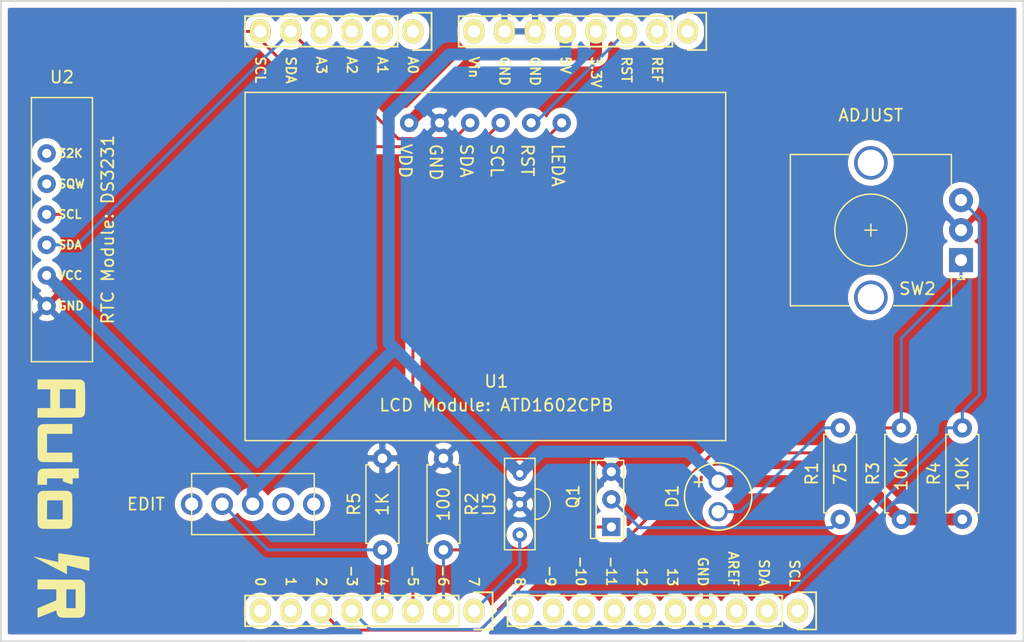
<source format=kicad_pcb>
(kicad_pcb (version 20171130) (host pcbnew "(5.1.6)-1")

  (general
    (thickness 1.6)
    (drawings 47)
    (tracks 78)
    (zones 0)
    (modules 17)
    (nets 15)
  )

  (page A4)
  (title_block
    (title "Auto IR")
    (date 2020-07-19)
    (rev Ver1.0)
  )

  (layers
    (0 F.Cu signal)
    (31 B.Cu signal)
    (32 B.Adhes user)
    (33 F.Adhes user)
    (34 B.Paste user)
    (35 F.Paste user)
    (36 B.SilkS user)
    (37 F.SilkS user)
    (38 B.Mask user)
    (39 F.Mask user)
    (40 Dwgs.User user)
    (41 Cmts.User user)
    (42 Eco1.User user)
    (43 Eco2.User user)
    (44 Edge.Cuts user)
    (45 Margin user)
    (46 B.CrtYd user)
    (47 F.CrtYd user)
    (48 B.Fab user)
    (49 F.Fab user)
  )

  (setup
    (last_trace_width 0.25)
    (user_trace_width 0.6)
    (trace_clearance 0.4)
    (zone_clearance 0.508)
    (zone_45_only no)
    (trace_min 0.1524)
    (via_size 0.6)
    (via_drill 0.4)
    (via_min_size 0.5)
    (via_min_drill 0.2)
    (uvia_size 0.3)
    (uvia_drill 0.1)
    (uvias_allowed no)
    (uvia_min_size 0.2)
    (uvia_min_drill 0.1)
    (edge_width 0.15)
    (segment_width 0.15)
    (pcb_text_width 0.3)
    (pcb_text_size 1.5 1.5)
    (mod_edge_width 0.15)
    (mod_text_size 1 1)
    (mod_text_width 0.15)
    (pad_size 4.064 4.064)
    (pad_drill 3.048)
    (pad_to_mask_clearance 0)
    (aux_axis_origin 95.758 128.905)
    (grid_origin 95.758 128.905)
    (visible_elements 7FFFFFFF)
    (pcbplotparams
      (layerselection 0x010fc_ffffffff)
      (usegerberextensions true)
      (usegerberattributes false)
      (usegerberadvancedattributes false)
      (creategerberjobfile false)
      (excludeedgelayer true)
      (linewidth 0.100000)
      (plotframeref false)
      (viasonmask false)
      (mode 1)
      (useauxorigin false)
      (hpglpennumber 1)
      (hpglpenspeed 20)
      (hpglpendiameter 15.000000)
      (psnegative false)
      (psa4output false)
      (plotreference true)
      (plotvalue true)
      (plotinvisibletext false)
      (padsonsilk false)
      (subtractmaskfromsilk false)
      (outputformat 1)
      (mirror false)
      (drillshape 0)
      (scaleselection 1)
      (outputdirectory "Gerber/"))
  )

  (net 0 "")
  (net 1 /Reset)
  (net 2 +5V)
  (net 3 GND)
  (net 4 "/A4(SDA)")
  (net 5 "/A5(SCL)")
  (net 6 "/6(**)")
  (net 7 "/5(**)")
  (net 8 +3V3)
  (net 9 "Net-(D1-Pad1)")
  (net 10 "Net-(Q1-Pad2)")
  (net 11 /7)
  (net 12 /4)
  (net 13 "/3(**)")
  (net 14 /2)

  (net_class Default "This is the default net class."
    (clearance 0.4)
    (trace_width 0.25)
    (via_dia 0.6)
    (via_drill 0.4)
    (uvia_dia 0.3)
    (uvia_drill 0.1)
    (add_net /2)
    (add_net "/3(**)")
    (add_net /4)
    (add_net "/5(**)")
    (add_net "/6(**)")
    (add_net /7)
    (add_net "/A4(SDA)")
    (add_net "/A5(SCL)")
    (add_net /Reset)
    (add_net GND)
    (add_net "Net-(D1-Pad1)")
    (add_net "Net-(Q1-Pad2)")
  )

  (net_class Power ""
    (clearance 0.4)
    (trace_width 1)
    (via_dia 0.6)
    (via_drill 0.4)
    (uvia_dia 0.3)
    (uvia_drill 0.1)
    (add_net +3V3)
    (add_net +5V)
  )

  (module "#MyFootPrints:RTC_DS3231_Vertical" (layer F.Cu) (tedit 5F13D63B) (tstamp 5F0F7A45)
    (at 103.378 94.615 90)
    (path /5F0F6328)
    (fp_text reference U2 (at 12.7 -2.54) (layer F.SilkS)
      (effects (font (size 1 1) (thickness 0.15)))
    )
    (fp_text value RTC_DS3231 (at 0 6.35 90) (layer F.Fab)
      (effects (font (size 1 1) (thickness 0.15)))
    )
    (fp_line (start 11 9.92) (end 11 0) (layer Dwgs.User) (width 0.12))
    (fp_line (start -11 9.92) (end -11 0) (layer Dwgs.User) (width 0.12))
    (fp_line (start 11 0) (end 11 -5.08) (layer F.SilkS) (width 0.12))
    (fp_line (start -11 -5.08) (end 11 -5.08) (layer F.SilkS) (width 0.12))
    (fp_line (start -11 0) (end -11 -5.08) (layer F.SilkS) (width 0.12))
    (fp_line (start -11 9.92) (end 11 9.92) (layer Dwgs.User) (width 0.12))
    (fp_line (start -11 0) (end 11 0) (layer F.SilkS) (width 0.12))
    (fp_text user GND (at -6.35 -1.79) (layer F.SilkS)
      (effects (font (size 0.7 0.7) (thickness 0.15)))
    )
    (fp_text user VCC (at -3.81 -1.856667) (layer F.SilkS)
      (effects (font (size 0.7 0.7) (thickness 0.15)))
    )
    (fp_text user SDA (at -1.27 -1.873333) (layer F.SilkS)
      (effects (font (size 0.7 0.7) (thickness 0.15)))
    )
    (fp_text user SCL (at 1.27 -1.89) (layer F.SilkS)
      (effects (font (size 0.7 0.7) (thickness 0.15)))
    )
    (fp_text user SQW (at 3.81 -1.756667) (layer F.SilkS)
      (effects (font (size 0.7 0.7) (thickness 0.15)))
    )
    (fp_text user 32K (at 6.35 -1.84) (layer F.SilkS)
      (effects (font (size 0.7 0.7) (thickness 0.15)))
    )
    (pad 2 thru_hole circle (at -3.81 -3.81 90) (size 1.524 1.524) (drill 0.762) (layers *.Cu *.Mask)
      (net 2 +5V))
    (pad 5 thru_hole circle (at 3.81 -3.81 90) (size 1.524 1.524) (drill 0.762) (layers *.Cu *.Mask))
    (pad 1 thru_hole circle (at -6.35 -3.81 90) (size 1.524 1.524) (drill 0.762) (layers *.Cu *.Mask)
      (net 3 GND))
    (pad 4 thru_hole circle (at 1.27 -3.81 90) (size 1.524 1.524) (drill 0.762) (layers *.Cu *.Mask)
      (net 5 "/A5(SCL)"))
    (pad 6 thru_hole circle (at 6.35 -3.81 90) (size 1.524 1.524) (drill 0.762) (layers *.Cu *.Mask))
    (pad 3 thru_hole circle (at -1.27 -3.81 90) (size 1.524 1.524) (drill 0.762) (layers *.Cu *.Mask)
      (net 4 "/A4(SDA)"))
  )

  (module "#MyFootPrints:ATD1602CPB" (layer F.Cu) (tedit 5F13CED5) (tstamp 5F0F7237)
    (at 136.398 97.155)
    (path /5F0F6078)
    (fp_text reference U1 (at 0.595 10.1) (layer F.SilkS)
      (effects (font (size 1 1) (thickness 0.15)))
    )
    (fp_text value ATD1602CPB (at 0 1.27) (layer F.Fab)
      (effects (font (size 1 1) (thickness 0.15)))
    )
    (fp_line (start 19.68 15.03) (end -20.32 15.03) (layer F.SilkS) (width 0.12))
    (fp_line (start 19.68 -13.97) (end 19.68 15.03) (layer F.SilkS) (width 0.12))
    (fp_line (start -20.32 -13.97) (end 19.68 -13.97) (layer F.SilkS) (width 0.12))
    (fp_line (start -20.32 -13.97) (end -20.32 15.03) (layer F.SilkS) (width 0.12))
    (pad 1 thru_hole circle (at -6.67 -11.43) (size 1.524 1.524) (drill 0.762) (layers *.Cu *.Mask)
      (net 8 +3V3))
    (pad 2 thru_hole circle (at -4.13 -11.43) (size 1.524 1.524) (drill 0.762) (layers *.Cu *.Mask)
      (net 3 GND))
    (pad 3 thru_hole circle (at -1.59 -11.43) (size 1.524 1.524) (drill 0.762) (layers *.Cu *.Mask)
      (net 4 "/A4(SDA)"))
    (pad 4 thru_hole circle (at 0.95 -11.43) (size 1.524 1.524) (drill 0.762) (layers *.Cu *.Mask)
      (net 5 "/A5(SCL)"))
    (pad 5 thru_hole circle (at 3.49 -11.43) (size 1.524 1.524) (drill 0.762) (layers *.Cu *.Mask)
      (net 1 /Reset))
    (pad 6 thru_hole circle (at 6.03 -11.43) (size 1.524 1.524) (drill 0.762) (layers *.Cu *.Mask)
      (net 7 "/5(**)"))
  )

  (module Logo:Logo_AutoIR (layer F.Cu) (tedit 0) (tstamp 5F1415D9)
    (at 100.838 117.025 270)
    (fp_text reference G*** (at 0 -2.54 90) (layer F.SilkS) hide
      (effects (font (size 1.524 1.524) (thickness 0.3)))
    )
    (fp_text value LOGO (at 0 -2.54 90) (layer F.SilkS) hide
      (effects (font (size 1.524 1.524) (thickness 0.3)))
    )
    (fp_poly (pts (xy 8.870525 -1.926208) (xy 9.104476 -1.924666) (xy 9.293562 -1.921723) (xy 9.436246 -1.917399)
      (xy 9.530989 -1.911719) (xy 9.572618 -1.905857) (xy 9.70838 -1.845604) (xy 9.810738 -1.747109)
      (xy 9.857833 -1.665697) (xy 9.870884 -1.633162) (xy 9.881302 -1.595392) (xy 9.889384 -1.546581)
      (xy 9.895427 -1.480926) (xy 9.899729 -1.392622) (xy 9.902587 -1.275863) (xy 9.904297 -1.124846)
      (xy 9.905157 -0.933765) (xy 9.905442 -0.735632) (xy 9.905492 -0.508608) (xy 9.905068 -0.326513)
      (xy 9.903816 -0.183477) (xy 9.901383 -0.073629) (xy 9.897415 0.008901) (xy 9.891558 0.069983)
      (xy 9.883459 0.115488) (xy 9.872765 0.151286) (xy 9.859121 0.183248) (xy 9.84885 0.204063)
      (xy 9.768969 0.313379) (xy 9.654828 0.38957) (xy 9.503072 0.434627) (xy 9.446012 0.442795)
      (xy 9.366637 0.452666) (xy 9.312388 0.461116) (xy 9.2964 0.46553) (xy 9.30549 0.489619)
      (xy 9.331273 0.55524) (xy 9.371518 0.656778) (xy 9.42399 0.788623) (xy 9.48646 0.945162)
      (xy 9.556693 1.120782) (xy 9.6012 1.231899) (xy 9.675115 1.416932) (xy 9.742567 1.58692)
      (xy 9.80131 1.736119) (xy 9.849101 1.858784) (xy 9.883695 1.94917) (xy 9.902849 2.001533)
      (xy 9.906 2.01223) (xy 9.882045 2.019024) (xy 9.815955 2.024809) (xy 9.716391 2.02915)
      (xy 9.592015 2.031608) (xy 9.514556 2.032) (xy 9.123113 2.032) (xy 9.000206 1.736473)
      (xy 8.950114 1.616224) (xy 8.886125 1.462909) (xy 8.813997 1.290307) (xy 8.739486 1.112194)
      (xy 8.67383 0.955423) (xy 8.47036 0.4699) (xy 7.5438 0.456054) (xy 7.5438 2.032)
      (xy 6.728772 2.032) (xy 6.741959 -1.143) (xy 7.5438 -1.143) (xy 7.5438 -0.3556)
      (xy 9.1186 -0.3556) (xy 9.1186 -1.143) (xy 7.5438 -1.143) (xy 6.741959 -1.143)
      (xy 6.7437 -1.5621) (xy 6.800852 -1.678075) (xy 6.880144 -1.79112) (xy 6.965952 -1.855875)
      (xy 7.0739 -1.9177) (xy 8.274184 -1.924993) (xy 8.593249 -1.926324) (xy 8.870525 -1.926208)) (layer F.SilkS) (width 0.01))
    (fp_poly (pts (xy 1.159857 -0.864713) (xy 1.381111 -0.863211) (xy 1.589494 -0.860722) (xy 1.778639 -0.857246)
      (xy 1.942181 -0.852782) (xy 2.073753 -0.847332) (xy 2.166988 -0.840894) (xy 2.214422 -0.833815)
      (xy 2.321165 -0.77804) (xy 2.41327 -0.686083) (xy 2.477133 -0.572552) (xy 2.487672 -0.540445)
      (xy 2.494665 -0.489133) (xy 2.500616 -0.393896) (xy 2.505529 -0.261601) (xy 2.509407 -0.09911)
      (xy 2.512255 0.086711) (xy 2.514075 0.288997) (xy 2.514873 0.500883) (xy 2.514651 0.715505)
      (xy 2.513413 0.925997) (xy 2.511164 1.125495) (xy 2.507907 1.307135) (xy 2.503645 1.46405)
      (xy 2.498382 1.589377) (xy 2.492123 1.676251) (xy 2.48644 1.713308) (xy 2.43093 1.827828)
      (xy 2.339809 1.926102) (xy 2.228255 1.992953) (xy 2.195908 2.00384) (xy 2.148179 2.00994)
      (xy 2.056095 2.015225) (xy 1.925979 2.019695) (xy 1.764159 2.02335) (xy 1.576959 2.026192)
      (xy 1.370706 2.028221) (xy 1.151725 2.029437) (xy 0.926342 2.02984) (xy 0.700883 2.029432)
      (xy 0.481673 2.028213) (xy 0.275039 2.026184) (xy 0.087305 2.023344) (xy -0.075201 2.019695)
      (xy -0.206155 2.015237) (xy -0.299231 2.00997) (xy -0.348103 2.003895) (xy -0.349088 2.003625)
      (xy -0.451552 1.950915) (xy -0.54323 1.86243) (xy -0.610524 1.753116) (xy -0.631255 1.69345)
      (xy -0.638604 1.638205) (xy -0.644925 1.539519) (xy -0.650211 1.404315) (xy -0.654454 1.239513)
      (xy -0.657649 1.052035) (xy -0.659787 0.848799) (xy -0.660863 0.636728) (xy -0.66087 0.422742)
      (xy -0.659799 0.213763) (xy -0.657646 0.016709) (xy -0.655955 -0.0762) (xy 0.127 -0.0762)
      (xy 0.127 0.567266) (xy 0.127642 0.743177) (xy 0.12945 0.902082) (xy 0.132243 1.036987)
      (xy 0.135844 1.140896) (xy 0.140071 1.206813) (xy 0.143933 1.227666) (xy 0.172623 1.231862)
      (xy 0.245811 1.23568) (xy 0.357195 1.238985) (xy 0.500473 1.241646) (xy 0.669344 1.243527)
      (xy 0.857505 1.244496) (xy 0.944033 1.2446) (xy 1.7272 1.2446) (xy 1.7272 -0.0762)
      (xy 0.127 -0.0762) (xy -0.655955 -0.0762) (xy -0.654402 -0.161497) (xy -0.650061 -0.313934)
      (xy -0.644616 -0.433683) (xy -0.638061 -0.513822) (xy -0.633473 -0.540445) (xy -0.579456 -0.657266)
      (xy -0.493563 -0.756415) (xy -0.389398 -0.823284) (xy -0.360223 -0.833815) (xy -0.309605 -0.841196)
      (xy -0.214562 -0.84759) (xy -0.081461 -0.852998) (xy 0.083331 -0.857418) (xy 0.27345 -0.860851)
      (xy 0.482528 -0.863297) (xy 0.704199 -0.864756) (xy 0.932097 -0.865228) (xy 1.159857 -0.864713)) (layer F.SilkS) (width 0.01))
    (fp_poly (pts (xy -1.7018 -0.889) (xy -1.4478 -0.889) (xy -1.32412 -0.887174) (xy -1.244824 -0.881157)
      (xy -1.203607 -0.870146) (xy -1.1938 -0.856584) (xy -1.201518 -0.822188) (xy -1.222781 -0.748933)
      (xy -1.254759 -0.646047) (xy -1.29462 -0.522756) (xy -1.316558 -0.456534) (xy -1.439316 -0.0889)
      (xy -1.7018 -0.073546) (xy -1.7018 1.2446) (xy -1.1684 1.2446) (xy -1.1684 2.032)
      (xy -1.63195 2.029816) (xy -1.78499 2.028019) (xy -1.924427 2.024375) (xy -2.040681 2.019291)
      (xy -2.124173 2.013174) (xy -2.162998 2.007242) (xy -2.303317 1.942316) (xy -2.406396 1.843184)
      (xy -2.44529 1.778554) (xy -2.457011 1.754043) (xy -2.467013 1.729066) (xy -2.475453 1.699559)
      (xy -2.48249 1.661459) (xy -2.488284 1.610701) (xy -2.492992 1.543222) (xy -2.496773 1.454958)
      (xy -2.499787 1.341844) (xy -2.502192 1.199818) (xy -2.504146 1.024815) (xy -2.505808 0.812771)
      (xy -2.507337 0.559622) (xy -2.508892 0.261305) (xy -2.509532 0.13335) (xy -2.517163 -1.397)
      (xy -1.7018 -1.397) (xy -1.7018 -0.889)) (layer F.SilkS) (width 0.01))
    (fp_poly (pts (xy -5.4102 1.2446) (xy -3.8354 1.2446) (xy -3.8354 -0.8636) (xy -3.048 -0.8636)
      (xy -3.048142 0.38735) (xy -3.048716 0.68702) (xy -3.050328 0.955353) (xy -3.052917 1.189288)
      (xy -3.056426 1.385766) (xy -3.060795 1.541724) (xy -3.065964 1.654104) (xy -3.071874 1.719845)
      (xy -3.074159 1.73146) (xy -3.123736 1.828526) (xy -3.208812 1.917324) (xy -3.314388 1.98404)
      (xy -3.371156 2.005072) (xy -3.416646 2.01063) (xy -3.506383 2.015493) (xy -3.63405 2.019655)
      (xy -3.793327 2.023111) (xy -3.977897 2.025855) (xy -4.181442 2.027882) (xy -4.397644 2.029185)
      (xy -4.620185 2.029761) (xy -4.842746 2.029603) (xy -5.059009 2.028706) (xy -5.262656 2.027064)
      (xy -5.44737 2.024672) (xy -5.606831 2.021524) (xy -5.734723 2.017615) (xy -5.824726 2.01294)
      (xy -5.870523 2.007492) (xy -5.871398 2.007242) (xy -6.011717 1.942316) (xy -6.114796 1.843184)
      (xy -6.15369 1.778554) (xy -6.166499 1.751557) (xy -6.177246 1.723982) (xy -6.186144 1.691287)
      (xy -6.193404 1.648928) (xy -6.19924 1.592362) (xy -6.203864 1.517048) (xy -6.207489 1.418441)
      (xy -6.210326 1.291999) (xy -6.212588 1.133179) (xy -6.214489 0.937438) (xy -6.216239 0.700233)
      (xy -6.218052 0.417021) (xy -6.218158 0.40005) (xy -6.226015 -0.8636) (xy -5.4102 -0.8636)
      (xy -5.4102 1.2446)) (layer F.SilkS) (width 0.01))
    (fp_poly (pts (xy -7.765532 -1.925884) (xy -7.528214 -1.924109) (xy -7.340425 -1.920787) (xy -7.202509 -1.915923)
      (xy -7.11481 -1.909522) (xy -7.085303 -1.904651) (xy -6.965823 -1.850971) (xy -6.865142 -1.7654)
      (xy -6.797286 -1.660806) (xy -6.786186 -1.630223) (xy -6.779837 -1.59242) (xy -6.774331 -1.522808)
      (xy -6.769635 -1.419164) (xy -6.765713 -1.279261) (xy -6.76253 -1.100872) (xy -6.76005 -0.881773)
      (xy -6.758238 -0.619738) (xy -6.757059 -0.31254) (xy -6.756478 0.042046) (xy -6.7564 0.250596)
      (xy -6.7564 2.032) (xy -7.5438 2.032) (xy -7.5438 0.9652) (xy -9.1186 0.9652)
      (xy -9.1186 2.032) (xy -9.933628 2.032) (xy -9.920446 -1.143) (xy -9.1186 -1.143)
      (xy -9.1186 0.1778) (xy -7.5438 0.1778) (xy -7.5438 -1.143) (xy -9.1186 -1.143)
      (xy -9.920446 -1.143) (xy -9.9187 -1.56353) (xy -9.854892 -1.687485) (xy -9.782703 -1.794107)
      (xy -9.691129 -1.863866) (xy -9.689792 -1.86457) (xy -9.664723 -1.876894) (xy -9.637551 -1.887188)
      (xy -9.603642 -1.895668) (xy -9.558357 -1.902547) (xy -9.497059 -1.90804) (xy -9.415113 -1.912362)
      (xy -9.30788 -1.915726) (xy -9.170725 -1.918348) (xy -8.99901 -1.92044) (xy -8.788099 -1.922219)
      (xy -8.533354 -1.923897) (xy -8.387386 -1.92477) (xy -8.052037 -1.926106) (xy -7.765532 -1.925884)) (layer F.SilkS) (width 0.01))
    (fp_poly (pts (xy 5.618712 -2.285139) (xy 5.758495 -2.28273) (xy 5.872141 -2.279039) (xy 5.952242 -2.27433)
      (xy 5.991391 -2.268867) (xy 5.99406 -2.26695) (xy 5.98816 -2.238755) (xy 5.971507 -2.166796)
      (xy 5.945437 -2.05665) (xy 5.911285 -1.913893) (xy 5.870384 -1.744103) (xy 5.824068 -1.552856)
      (xy 5.773674 -1.34573) (xy 5.770691 -1.3335) (xy 5.547663 -0.4191) (xy 5.910731 -0.412071)
      (xy 6.039954 -0.409047) (xy 6.148896 -0.405501) (xy 6.228565 -0.401804) (xy 6.269967 -0.398326)
      (xy 6.2738 -0.397101) (xy 6.262354 -0.373154) (xy 6.22968 -0.309031) (xy 6.178269 -0.209477)
      (xy 6.110615 -0.079238) (xy 6.029209 0.076942) (xy 5.936544 0.254317) (xy 5.835112 0.448141)
      (xy 5.727406 0.653669) (xy 5.615919 0.866156) (xy 5.503142 1.080857) (xy 5.391569 1.293027)
      (xy 5.283692 1.497919) (xy 5.182003 1.690789) (xy 5.088995 1.866892) (xy 5.00716 2.021482)
      (xy 4.938991 2.149813) (xy 4.88698 2.247142) (xy 4.85362 2.308721) (xy 4.841524 2.329742)
      (xy 4.826271 2.334552) (xy 4.826 2.332434) (xy 4.831394 2.305046) (xy 4.846603 2.234608)
      (xy 4.870164 2.127604) (xy 4.900618 1.990517) (xy 4.936501 1.82983) (xy 4.976353 1.652025)
      (xy 5.018713 1.463587) (xy 5.062118 1.270998) (xy 5.105108 1.080741) (xy 5.146221 0.899301)
      (xy 5.183995 0.733159) (xy 5.21697 0.588798) (xy 5.243683 0.472703) (xy 5.262673 0.391357)
      (xy 5.27248 0.351241) (xy 5.273047 0.34925) (xy 5.27469 0.331927) (xy 5.262427 0.31978)
      (xy 5.228986 0.3119) (xy 5.167098 0.307382) (xy 5.069491 0.305318) (xy 4.928894 0.304801)
      (xy 4.916611 0.3048) (xy 4.786074 0.303475) (xy 4.675734 0.299831) (xy 4.5945 0.294361)
      (xy 4.551279 0.287558) (xy 4.5466 0.284309) (xy 4.550142 0.252128) (xy 4.5602 0.175892)
      (xy 4.575924 0.061484) (xy 4.596461 -0.085212) (xy 4.620959 -0.258316) (xy 4.648568 -0.451943)
      (xy 4.678436 -0.660211) (xy 4.709711 -0.877239) (xy 4.741541 -1.097143) (xy 4.773075 -1.31404)
      (xy 4.803462 -1.522049) (xy 4.83185 -1.715287) (xy 4.857387 -1.88787) (xy 4.879222 -2.033917)
      (xy 4.896504 -2.147545) (xy 4.90838 -2.222871) (xy 4.913999 -2.254013) (xy 4.914079 -2.25425)
      (xy 4.931291 -2.265504) (xy 4.976605 -2.27399) (xy 5.05489 -2.279991) (xy 5.171012 -2.283791)
      (xy 5.32984 -2.285672) (xy 5.460202 -2.286) (xy 5.618712 -2.285139)) (layer F.SilkS) (width 0.01))
  )

  (module "#MyFootPrints:IRReceiver_OSRB38C9AA" (layer F.Cu) (tedit 5F12D1E7) (tstamp 5F136EFF)
    (at 138.938 117.475 90)
    (path /5F1959CC)
    (fp_text reference U3 (at 0 -2.54 90) (layer F.SilkS)
      (effects (font (size 1 1) (thickness 0.15)))
    )
    (fp_text value IRReceiver_OSRB38C9AA (at 0 3.81 90) (layer F.Fab)
      (effects (font (size 1 1) (thickness 0.15)))
    )
    (fp_line (start 3.81 -1.27) (end -3.81 -1.27) (layer F.SilkS) (width 0.12))
    (fp_line (start 3.81 1.27) (end 3.81 -1.27) (layer F.SilkS) (width 0.12))
    (fp_line (start -3.81 1.27) (end 3.81 1.27) (layer F.SilkS) (width 0.12))
    (fp_line (start -3.81 -1.27) (end -3.81 1.27) (layer F.SilkS) (width 0.12))
    (fp_arc (start 0 1.27) (end -1.27 1.27) (angle -180) (layer F.SilkS) (width 0.12))
    (pad 3 thru_hole circle (at 2.54 0 90) (size 1.2 1.2) (drill 0.6) (layers *.Cu *.Mask)
      (net 2 +5V))
    (pad 2 thru_hole circle (at 0 0 90) (size 1.2 1.2) (drill 0.6) (layers *.Cu *.Mask)
      (net 3 GND))
    (pad 1 thru_hole circle (at -2.54 0 90) (size 1.2 1.2) (drill 0.6) (layers *.Cu *.Mask)
      (net 11 /7))
  )

  (module "#MyFootPrints:2SK4017" (layer F.Cu) (tedit 5F12C405) (tstamp 5F0DBC1A)
    (at 147.828 120.65 90)
    (path /5F03248C)
    (fp_text reference Q1 (at 3.8 -4.445 90) (layer F.SilkS)
      (effects (font (size 1 1) (thickness 0.15)))
    )
    (fp_text value 2SK4017 (at 3.81 1.27 90) (layer F.Fab)
      (effects (font (size 1 1) (thickness 0.15)))
    )
    (fp_line (start 6.82 -0.24) (end 0.32 -0.24) (layer F.SilkS) (width 0.12))
    (fp_line (start 0.32 -2.54) (end 0.32 -0.24) (layer F.SilkS) (width 0.12))
    (fp_line (start 6.82 -2.54) (end 0.32 -2.54) (layer F.SilkS) (width 0.12))
    (fp_line (start 6.82 -2.54) (end 6.82 -0.24) (layer F.SilkS) (width 0.12))
    (fp_line (start 0.32 -2.54) (end 0.32 -3) (layer F.SilkS) (width 0.12))
    (fp_line (start 6.82 -2.54) (end 6.82 -3) (layer F.SilkS) (width 0.12))
    (fp_line (start 6.82 -3) (end 0.32 -3) (layer F.SilkS) (width 0.12))
    (pad 1 thru_hole rect (at 1.27 -1.27 180) (size 1.524 1.524) (drill 0.762) (layers *.Cu *.Mask)
      (net 6 "/6(**)"))
    (pad 2 thru_hole circle (at 3.57 -1.27 180) (size 1.524 1.524) (drill 0.762) (layers *.Cu *.Mask)
      (net 10 "Net-(Q1-Pad2)"))
    (pad 3 thru_hole circle (at 5.87 -1.27 180) (size 1.524 1.524) (drill 0.762) (layers *.Cu *.Mask)
      (net 3 GND))
  )

  (module "#MyFootPrints:SID1K10CM" (layer F.Cu) (tedit 5F0ECF2E) (tstamp 5F0DBB25)
    (at 155.448 115.57 90)
    (path /5F030AF5)
    (fp_text reference D1 (at -1.27 -3.81 90) (layer F.SilkS)
      (effects (font (size 1 1) (thickness 0.15)))
    )
    (fp_text value SID1k10CM (at -1.3 4 90) (layer F.Fab)
      (effects (font (size 1 1) (thickness 0.15)))
    )
    (fp_circle (center -1.27 0) (end 1.53 0) (layer F.SilkS) (width 0.12))
    (fp_circle (center -1.27 0) (end 1.53 0) (layer F.SilkS) (width 0.12))
    (fp_text user + (at 0 -1.6 180) (layer F.SilkS)
      (effects (font (size 1 1) (thickness 0.15)))
    )
    (pad 2 thru_hole circle (at 0 0 90) (size 1.6 1.6) (drill 1.1) (layers *.Cu *.Mask)
      (net 2 +5V))
    (pad 1 thru_hole circle (at -2.54 0 90) (size 1.6 1.6) (drill 1.1) (layers *.Cu *.Mask)
      (net 9 "Net-(D1-Pad1)"))
  )

  (module "#MyFootPrints:EC12E2420801" (layer F.Cu) (tedit 5F12B9DB) (tstamp 5F132867)
    (at 168.148 94.615 180)
    (path /5F130144)
    (fp_text reference SW2 (at -3.88 -4.92) (layer F.SilkS)
      (effects (font (size 1 1) (thickness 0.15)))
    )
    (fp_text value EC12E2420801 (at -0.16 8.85) (layer F.Fab)
      (effects (font (size 1 1) (thickness 0.15)))
    )
    (fp_line (start 6.69 -3.74) (end 6.69 3.66) (layer F.SilkS) (width 0.12))
    (fp_line (start 6.59 6.16) (end -6.61 6.16) (layer F.Fab) (width 0.12))
    (fp_line (start 6.59 -6.24) (end 6.59 6.16) (layer F.Fab) (width 0.12))
    (fp_line (start 6.69 6.26) (end 1.79 6.26) (layer F.SilkS) (width 0.12))
    (fp_line (start 1.79 -6.34) (end 6.69 -6.34) (layer F.SilkS) (width 0.12))
    (fp_line (start -0.51 -0.04) (end 0.49 -0.04) (layer F.SilkS) (width 0.12))
    (fp_line (start -0.01 -0.54) (end -0.01 0.46) (layer F.SilkS) (width 0.12))
    (fp_line (start 6.69 3.66) (end 6.69 6.26) (layer F.SilkS) (width 0.12))
    (fp_line (start -0.01 -3.04) (end -0.01 2.96) (layer F.Fab) (width 0.12))
    (fp_line (start 6.69 -6.34) (end 6.69 -3.74) (layer F.SilkS) (width 0.12))
    (fp_line (start -3.01 -0.04) (end 2.99 -0.04) (layer F.Fab) (width 0.12))
    (fp_line (start -7.21 -4.14) (end -7.51 -3.84) (layer F.SilkS) (width 0.12))
    (fp_line (start -7.81 -4.14) (end -7.21 -4.14) (layer F.SilkS) (width 0.12))
    (fp_line (start -6.61 6.16) (end -6.61 -5.14) (layer F.Fab) (width 0.12))
    (fp_line (start -7.51 -3.84) (end -7.81 -4.14) (layer F.SilkS) (width 0.12))
    (fp_line (start -1.81 6.26) (end -6.71 6.26) (layer F.SilkS) (width 0.12))
    (fp_line (start -6.71 -6.34) (end -6.71 -3.84) (layer F.SilkS) (width 0.12))
    (fp_line (start -6.71 6.26) (end -6.71 3.46) (layer F.SilkS) (width 0.12))
    (fp_line (start -6.61 -5.14) (end -5.61 -6.24) (layer F.Fab) (width 0.12))
    (fp_line (start -1.91 -6.34) (end -6.71 -6.34) (layer F.SilkS) (width 0.12))
    (fp_circle (center -0.01 -0.04) (end 2.99 -0.04) (layer F.Fab) (width 0.12))
    (fp_circle (center -0.01 -0.04) (end 2.99 -0.04) (layer F.SilkS) (width 0.12))
    (fp_line (start -9.01 -7.54) (end 8.49 -7.54) (layer F.CrtYd) (width 0.05))
    (fp_line (start 8.49 7.46) (end 8.49 -7.54) (layer F.CrtYd) (width 0.05))
    (fp_line (start -5.61 -6.24) (end 6.59 -6.24) (layer F.Fab) (width 0.12))
    (fp_line (start -9.01 -7.54) (end -9.01 7.46) (layer F.CrtYd) (width 0.05))
    (fp_line (start 8.49 7.46) (end -9.01 7.46) (layer F.CrtYd) (width 0.05))
    (fp_text user %R (at 3.99 4.06) (layer F.Fab)
      (effects (font (size 1 1) (thickness 0.15)))
    )
    (pad MP thru_hole circle (at -0.01 5.56 180) (size 2.8 2.8) (drill 2.2) (layers *.Cu *.Mask))
    (pad B thru_hole circle (at -7.51 2.46 180) (size 2 2) (drill 1) (layers *.Cu *.Mask)
      (net 13 "/3(**)"))
    (pad C thru_hole circle (at -7.51 -0.04 180) (size 2 2) (drill 1) (layers *.Cu *.Mask)
      (net 3 GND))
    (pad MP thru_hole circle (at -0.01 -5.64 180) (size 2.8 2.8) (drill 2.2) (layers *.Cu *.Mask))
    (pad A thru_hole rect (at -7.51 -2.54 180) (size 2 2) (drill 1) (layers *.Cu *.Mask)
      (net 14 /2))
  )

  (module "#MyFootPrints:Switch_2MST1B4VS2QES" (layer F.Cu) (tedit 5F12C1E8) (tstamp 5F132842)
    (at 119.733 117.475 90)
    (path /5F107E8B)
    (fp_text reference SW1 (at 0.2 -10.4 90) (layer F.SilkS) hide
      (effects (font (size 1 1) (thickness 0.15)))
    )
    (fp_text value 2MS1-T1-B4-VS2-Q-E-S (at -4.445 -5.08) (layer F.Fab)
      (effects (font (size 1 1) (thickness 0.15)))
    )
    (fp_line (start 0 -8.1) (end -2.54 -8.1) (layer F.SilkS) (width 0.12))
    (fp_line (start -2.54 -8.1) (end -2.54 2.1) (layer F.SilkS) (width 0.12))
    (fp_line (start -2.54 2.1) (end 2.54 2.1) (layer F.SilkS) (width 0.12))
    (fp_line (start 2.54 2.1) (end 2.54 -8.1) (layer F.SilkS) (width 0.12))
    (fp_line (start 2.54 -8.1) (end 0 -8.1) (layer F.SilkS) (width 0.12))
    (pad MP thru_hole circle (at 0 2.06 90) (size 1.8 1.8) (drill 1.1) (layers *.Cu *.Mask))
    (pad 3 thru_hole circle (at 0 -0.48 90) (size 1.8 1.8) (drill 1.1) (layers *.Cu *.Mask))
    (pad 2 thru_hole circle (at 0 -3.02 90) (size 1.8 1.8) (drill 1.1) (layers *.Cu *.Mask)
      (net 2 +5V))
    (pad 1 thru_hole circle (at 0 -5.56 90) (size 1.8 1.8) (drill 1.1) (layers *.Cu *.Mask)
      (net 12 /4))
    (pad MP thru_hole circle (at 0 -8.1 90) (size 1.8 1.8) (drill 1.1) (layers *.Cu *.Mask))
  )

  (module Resistor_THT:R_Axial_DIN0207_L6.3mm_D2.5mm_P7.62mm_Horizontal (layer F.Cu) (tedit 5AE5139B) (tstamp 5F132834)
    (at 127.508 121.285 90)
    (descr "Resistor, Axial_DIN0207 series, Axial, Horizontal, pin pitch=7.62mm, 0.25W = 1/4W, length*diameter=6.3*2.5mm^2, http://cdn-reichelt.de/documents/datenblatt/B400/1_4W%23YAG.pdf")
    (tags "Resistor Axial_DIN0207 series Axial Horizontal pin pitch 7.62mm 0.25W = 1/4W length 6.3mm diameter 2.5mm")
    (path /5F10C208)
    (fp_text reference R5 (at 3.81 -2.37 90) (layer F.SilkS)
      (effects (font (size 1 1) (thickness 0.15)))
    )
    (fp_text value 1K (at 3.81 0 90) (layer F.SilkS)
      (effects (font (size 1 1) (thickness 0.15)))
    )
    (fp_line (start 8.67 -1.5) (end -1.05 -1.5) (layer F.CrtYd) (width 0.05))
    (fp_line (start 8.67 1.5) (end 8.67 -1.5) (layer F.CrtYd) (width 0.05))
    (fp_line (start -1.05 1.5) (end 8.67 1.5) (layer F.CrtYd) (width 0.05))
    (fp_line (start -1.05 -1.5) (end -1.05 1.5) (layer F.CrtYd) (width 0.05))
    (fp_line (start 7.08 1.37) (end 7.08 1.04) (layer F.SilkS) (width 0.12))
    (fp_line (start 0.54 1.37) (end 7.08 1.37) (layer F.SilkS) (width 0.12))
    (fp_line (start 0.54 1.04) (end 0.54 1.37) (layer F.SilkS) (width 0.12))
    (fp_line (start 7.08 -1.37) (end 7.08 -1.04) (layer F.SilkS) (width 0.12))
    (fp_line (start 0.54 -1.37) (end 7.08 -1.37) (layer F.SilkS) (width 0.12))
    (fp_line (start 0.54 -1.04) (end 0.54 -1.37) (layer F.SilkS) (width 0.12))
    (fp_line (start 7.62 0) (end 6.96 0) (layer F.Fab) (width 0.1))
    (fp_line (start 0 0) (end 0.66 0) (layer F.Fab) (width 0.1))
    (fp_line (start 6.96 -1.25) (end 0.66 -1.25) (layer F.Fab) (width 0.1))
    (fp_line (start 6.96 1.25) (end 6.96 -1.25) (layer F.Fab) (width 0.1))
    (fp_line (start 0.66 1.25) (end 6.96 1.25) (layer F.Fab) (width 0.1))
    (fp_line (start 0.66 -1.25) (end 0.66 1.25) (layer F.Fab) (width 0.1))
    (fp_text user %R (at 3.81 0 90) (layer F.Fab)
      (effects (font (size 1 1) (thickness 0.15)))
    )
    (pad 2 thru_hole oval (at 7.62 0 90) (size 1.6 1.6) (drill 0.8) (layers *.Cu *.Mask)
      (net 3 GND))
    (pad 1 thru_hole circle (at 0 0 90) (size 1.6 1.6) (drill 0.8) (layers *.Cu *.Mask)
      (net 12 /4))
    (model ${KISYS3DMOD}/Resistor_THT.3dshapes/R_Axial_DIN0207_L6.3mm_D2.5mm_P7.62mm_Horizontal.wrl
      (at (xyz 0 0 0))
      (scale (xyz 1 1 1))
      (rotate (xyz 0 0 0))
    )
  )

  (module Resistor_THT:R_Axial_DIN0207_L6.3mm_D2.5mm_P7.62mm_Horizontal (layer F.Cu) (tedit 5AE5139B) (tstamp 5F13281D)
    (at 175.768 118.745 90)
    (descr "Resistor, Axial_DIN0207 series, Axial, Horizontal, pin pitch=7.62mm, 0.25W = 1/4W, length*diameter=6.3*2.5mm^2, http://cdn-reichelt.de/documents/datenblatt/B400/1_4W%23YAG.pdf")
    (tags "Resistor Axial_DIN0207 series Axial Horizontal pin pitch 7.62mm 0.25W = 1/4W length 6.3mm diameter 2.5mm")
    (path /5F13B95C)
    (fp_text reference R4 (at 3.81 -2.37 90) (layer F.SilkS)
      (effects (font (size 1 1) (thickness 0.15)))
    )
    (fp_text value 10K (at 3.81 0 90) (layer F.SilkS)
      (effects (font (size 1 1) (thickness 0.15)))
    )
    (fp_line (start 8.67 -1.5) (end -1.05 -1.5) (layer F.CrtYd) (width 0.05))
    (fp_line (start 8.67 1.5) (end 8.67 -1.5) (layer F.CrtYd) (width 0.05))
    (fp_line (start -1.05 1.5) (end 8.67 1.5) (layer F.CrtYd) (width 0.05))
    (fp_line (start -1.05 -1.5) (end -1.05 1.5) (layer F.CrtYd) (width 0.05))
    (fp_line (start 7.08 1.37) (end 7.08 1.04) (layer F.SilkS) (width 0.12))
    (fp_line (start 0.54 1.37) (end 7.08 1.37) (layer F.SilkS) (width 0.12))
    (fp_line (start 0.54 1.04) (end 0.54 1.37) (layer F.SilkS) (width 0.12))
    (fp_line (start 7.08 -1.37) (end 7.08 -1.04) (layer F.SilkS) (width 0.12))
    (fp_line (start 0.54 -1.37) (end 7.08 -1.37) (layer F.SilkS) (width 0.12))
    (fp_line (start 0.54 -1.04) (end 0.54 -1.37) (layer F.SilkS) (width 0.12))
    (fp_line (start 7.62 0) (end 6.96 0) (layer F.Fab) (width 0.1))
    (fp_line (start 0 0) (end 0.66 0) (layer F.Fab) (width 0.1))
    (fp_line (start 6.96 -1.25) (end 0.66 -1.25) (layer F.Fab) (width 0.1))
    (fp_line (start 6.96 1.25) (end 6.96 -1.25) (layer F.Fab) (width 0.1))
    (fp_line (start 0.66 1.25) (end 6.96 1.25) (layer F.Fab) (width 0.1))
    (fp_line (start 0.66 -1.25) (end 0.66 1.25) (layer F.Fab) (width 0.1))
    (fp_text user %R (at 3.81 0 90) (layer F.Fab)
      (effects (font (size 1 1) (thickness 0.15)))
    )
    (pad 2 thru_hole oval (at 7.62 0 90) (size 1.6 1.6) (drill 0.8) (layers *.Cu *.Mask)
      (net 13 "/3(**)"))
    (pad 1 thru_hole circle (at 0 0 90) (size 1.6 1.6) (drill 0.8) (layers *.Cu *.Mask)
      (net 2 +5V))
    (model ${KISYS3DMOD}/Resistor_THT.3dshapes/R_Axial_DIN0207_L6.3mm_D2.5mm_P7.62mm_Horizontal.wrl
      (at (xyz 0 0 0))
      (scale (xyz 1 1 1))
      (rotate (xyz 0 0 0))
    )
  )

  (module Resistor_THT:R_Axial_DIN0207_L6.3mm_D2.5mm_P7.62mm_Horizontal (layer F.Cu) (tedit 5AE5139B) (tstamp 5F132806)
    (at 170.688 118.745 90)
    (descr "Resistor, Axial_DIN0207 series, Axial, Horizontal, pin pitch=7.62mm, 0.25W = 1/4W, length*diameter=6.3*2.5mm^2, http://cdn-reichelt.de/documents/datenblatt/B400/1_4W%23YAG.pdf")
    (tags "Resistor Axial_DIN0207 series Axial Horizontal pin pitch 7.62mm 0.25W = 1/4W length 6.3mm diameter 2.5mm")
    (path /5F137350)
    (fp_text reference R3 (at 3.81 -2.37 90) (layer F.SilkS)
      (effects (font (size 1 1) (thickness 0.15)))
    )
    (fp_text value 10K (at 3.81 0 90) (layer F.SilkS)
      (effects (font (size 1 1) (thickness 0.15)))
    )
    (fp_line (start 8.67 -1.5) (end -1.05 -1.5) (layer F.CrtYd) (width 0.05))
    (fp_line (start 8.67 1.5) (end 8.67 -1.5) (layer F.CrtYd) (width 0.05))
    (fp_line (start -1.05 1.5) (end 8.67 1.5) (layer F.CrtYd) (width 0.05))
    (fp_line (start -1.05 -1.5) (end -1.05 1.5) (layer F.CrtYd) (width 0.05))
    (fp_line (start 7.08 1.37) (end 7.08 1.04) (layer F.SilkS) (width 0.12))
    (fp_line (start 0.54 1.37) (end 7.08 1.37) (layer F.SilkS) (width 0.12))
    (fp_line (start 0.54 1.04) (end 0.54 1.37) (layer F.SilkS) (width 0.12))
    (fp_line (start 7.08 -1.37) (end 7.08 -1.04) (layer F.SilkS) (width 0.12))
    (fp_line (start 0.54 -1.37) (end 7.08 -1.37) (layer F.SilkS) (width 0.12))
    (fp_line (start 0.54 -1.04) (end 0.54 -1.37) (layer F.SilkS) (width 0.12))
    (fp_line (start 7.62 0) (end 6.96 0) (layer F.Fab) (width 0.1))
    (fp_line (start 0 0) (end 0.66 0) (layer F.Fab) (width 0.1))
    (fp_line (start 6.96 -1.25) (end 0.66 -1.25) (layer F.Fab) (width 0.1))
    (fp_line (start 6.96 1.25) (end 6.96 -1.25) (layer F.Fab) (width 0.1))
    (fp_line (start 0.66 1.25) (end 6.96 1.25) (layer F.Fab) (width 0.1))
    (fp_line (start 0.66 -1.25) (end 0.66 1.25) (layer F.Fab) (width 0.1))
    (fp_text user %R (at 3.81 0 90) (layer F.Fab)
      (effects (font (size 1 1) (thickness 0.15)))
    )
    (pad 2 thru_hole oval (at 7.62 0 90) (size 1.6 1.6) (drill 0.8) (layers *.Cu *.Mask)
      (net 14 /2))
    (pad 1 thru_hole circle (at 0 0 90) (size 1.6 1.6) (drill 0.8) (layers *.Cu *.Mask)
      (net 2 +5V))
    (model ${KISYS3DMOD}/Resistor_THT.3dshapes/R_Axial_DIN0207_L6.3mm_D2.5mm_P7.62mm_Horizontal.wrl
      (at (xyz 0 0 0))
      (scale (xyz 1 1 1))
      (rotate (xyz 0 0 0))
    )
  )

  (module Resistor_THT:R_Axial_DIN0207_L6.3mm_D2.5mm_P7.62mm_Horizontal (layer F.Cu) (tedit 5AE5139B) (tstamp 5F0DBC48)
    (at 132.588 113.665 270)
    (descr "Resistor, Axial_DIN0207 series, Axial, Horizontal, pin pitch=7.62mm, 0.25W = 1/4W, length*diameter=6.3*2.5mm^2, http://cdn-reichelt.de/documents/datenblatt/B400/1_4W%23YAG.pdf")
    (tags "Resistor Axial_DIN0207 series Axial Horizontal pin pitch 7.62mm 0.25W = 1/4W length 6.3mm diameter 2.5mm")
    (path /5F046989)
    (fp_text reference R2 (at 3.81 -2.37 90) (layer F.SilkS)
      (effects (font (size 1 1) (thickness 0.15)))
    )
    (fp_text value 100 (at 3.81 0 90) (layer F.SilkS)
      (effects (font (size 1 1) (thickness 0.15)))
    )
    (fp_line (start 8.67 -1.5) (end -1.05 -1.5) (layer F.CrtYd) (width 0.05))
    (fp_line (start 8.67 1.5) (end 8.67 -1.5) (layer F.CrtYd) (width 0.05))
    (fp_line (start -1.05 1.5) (end 8.67 1.5) (layer F.CrtYd) (width 0.05))
    (fp_line (start -1.05 -1.5) (end -1.05 1.5) (layer F.CrtYd) (width 0.05))
    (fp_line (start 7.08 1.37) (end 7.08 1.04) (layer F.SilkS) (width 0.12))
    (fp_line (start 0.54 1.37) (end 7.08 1.37) (layer F.SilkS) (width 0.12))
    (fp_line (start 0.54 1.04) (end 0.54 1.37) (layer F.SilkS) (width 0.12))
    (fp_line (start 7.08 -1.37) (end 7.08 -1.04) (layer F.SilkS) (width 0.12))
    (fp_line (start 0.54 -1.37) (end 7.08 -1.37) (layer F.SilkS) (width 0.12))
    (fp_line (start 0.54 -1.04) (end 0.54 -1.37) (layer F.SilkS) (width 0.12))
    (fp_line (start 7.62 0) (end 6.96 0) (layer F.Fab) (width 0.1))
    (fp_line (start 0 0) (end 0.66 0) (layer F.Fab) (width 0.1))
    (fp_line (start 6.96 -1.25) (end 0.66 -1.25) (layer F.Fab) (width 0.1))
    (fp_line (start 6.96 1.25) (end 6.96 -1.25) (layer F.Fab) (width 0.1))
    (fp_line (start 0.66 1.25) (end 6.96 1.25) (layer F.Fab) (width 0.1))
    (fp_line (start 0.66 -1.25) (end 0.66 1.25) (layer F.Fab) (width 0.1))
    (fp_text user %R (at 3.81 0 90) (layer F.Fab)
      (effects (font (size 1 1) (thickness 0.15)))
    )
    (pad 2 thru_hole oval (at 7.62 0 270) (size 1.6 1.6) (drill 0.8) (layers *.Cu *.Mask)
      (net 6 "/6(**)"))
    (pad 1 thru_hole circle (at 0 0 270) (size 1.6 1.6) (drill 0.8) (layers *.Cu *.Mask)
      (net 3 GND))
    (model ${KISYS3DMOD}/Resistor_THT.3dshapes/R_Axial_DIN0207_L6.3mm_D2.5mm_P7.62mm_Horizontal.wrl
      (at (xyz 0 0 0))
      (scale (xyz 1 1 1))
      (rotate (xyz 0 0 0))
    )
  )

  (module Resistor_THT:R_Axial_DIN0207_L6.3mm_D2.5mm_P7.62mm_Horizontal (layer F.Cu) (tedit 5AE5139B) (tstamp 5F0DBC31)
    (at 165.608 118.745 90)
    (descr "Resistor, Axial_DIN0207 series, Axial, Horizontal, pin pitch=7.62mm, 0.25W = 1/4W, length*diameter=6.3*2.5mm^2, http://cdn-reichelt.de/documents/datenblatt/B400/1_4W%23YAG.pdf")
    (tags "Resistor Axial_DIN0207 series Axial Horizontal pin pitch 7.62mm 0.25W = 1/4W length 6.3mm diameter 2.5mm")
    (path /5F03DE6E)
    (fp_text reference R1 (at 3.81 -2.37 90) (layer F.SilkS)
      (effects (font (size 1 1) (thickness 0.15)))
    )
    (fp_text value 75 (at 3.81 0 90) (layer F.SilkS)
      (effects (font (size 1 1) (thickness 0.15)))
    )
    (fp_line (start 8.67 -1.5) (end -1.05 -1.5) (layer F.CrtYd) (width 0.05))
    (fp_line (start 8.67 1.5) (end 8.67 -1.5) (layer F.CrtYd) (width 0.05))
    (fp_line (start -1.05 1.5) (end 8.67 1.5) (layer F.CrtYd) (width 0.05))
    (fp_line (start -1.05 -1.5) (end -1.05 1.5) (layer F.CrtYd) (width 0.05))
    (fp_line (start 7.08 1.37) (end 7.08 1.04) (layer F.SilkS) (width 0.12))
    (fp_line (start 0.54 1.37) (end 7.08 1.37) (layer F.SilkS) (width 0.12))
    (fp_line (start 0.54 1.04) (end 0.54 1.37) (layer F.SilkS) (width 0.12))
    (fp_line (start 7.08 -1.37) (end 7.08 -1.04) (layer F.SilkS) (width 0.12))
    (fp_line (start 0.54 -1.37) (end 7.08 -1.37) (layer F.SilkS) (width 0.12))
    (fp_line (start 0.54 -1.04) (end 0.54 -1.37) (layer F.SilkS) (width 0.12))
    (fp_line (start 7.62 0) (end 6.96 0) (layer F.Fab) (width 0.1))
    (fp_line (start 0 0) (end 0.66 0) (layer F.Fab) (width 0.1))
    (fp_line (start 6.96 -1.25) (end 0.66 -1.25) (layer F.Fab) (width 0.1))
    (fp_line (start 6.96 1.25) (end 6.96 -1.25) (layer F.Fab) (width 0.1))
    (fp_line (start 0.66 1.25) (end 6.96 1.25) (layer F.Fab) (width 0.1))
    (fp_line (start 0.66 -1.25) (end 0.66 1.25) (layer F.Fab) (width 0.1))
    (fp_text user %R (at 3.81 0 90) (layer F.Fab)
      (effects (font (size 1 1) (thickness 0.15)))
    )
    (pad 2 thru_hole oval (at 7.62 0 90) (size 1.6 1.6) (drill 0.8) (layers *.Cu *.Mask)
      (net 9 "Net-(D1-Pad1)"))
    (pad 1 thru_hole circle (at 0 0 90) (size 1.6 1.6) (drill 0.8) (layers *.Cu *.Mask)
      (net 10 "Net-(Q1-Pad2)"))
    (model ${KISYS3DMOD}/Resistor_THT.3dshapes/R_Axial_DIN0207_L6.3mm_D2.5mm_P7.62mm_Horizontal.wrl
      (at (xyz 0 0 0))
      (scale (xyz 1 1 1))
      (rotate (xyz 0 0 0))
    )
  )

  (module Socket_Arduino_Uno:Socket_Strip_Arduino_1x08 locked (layer F.Cu) (tedit 551AF8B3) (tstamp 551AF9EA)
    (at 152.908 78.105 180)
    (descr "Through hole socket strip")
    (tags "socket strip")
    (path /56D70129)
    (fp_text reference P1 (at 8.89 -2.54) (layer F.SilkS) hide
      (effects (font (size 1 1) (thickness 0.15)))
    )
    (fp_text value Power (at 8.89 -4.064) (layer F.Fab)
      (effects (font (size 1 1) (thickness 0.15)))
    )
    (fp_line (start -1.55 -1.55) (end -1.55 1.55) (layer F.SilkS) (width 0.15))
    (fp_line (start 0 -1.55) (end -1.55 -1.55) (layer F.SilkS) (width 0.15))
    (fp_line (start 1.27 1.27) (end 1.27 -1.27) (layer F.SilkS) (width 0.15))
    (fp_line (start -1.55 1.55) (end 0 1.55) (layer F.SilkS) (width 0.15))
    (fp_line (start 19.05 -1.27) (end 1.27 -1.27) (layer F.SilkS) (width 0.15))
    (fp_line (start 19.05 1.27) (end 19.05 -1.27) (layer F.SilkS) (width 0.15))
    (fp_line (start 1.27 1.27) (end 19.05 1.27) (layer F.SilkS) (width 0.15))
    (fp_line (start -1.75 1.75) (end 19.55 1.75) (layer F.CrtYd) (width 0.05))
    (fp_line (start -1.75 -1.75) (end 19.55 -1.75) (layer F.CrtYd) (width 0.05))
    (fp_line (start 19.55 -1.75) (end 19.55 1.75) (layer F.CrtYd) (width 0.05))
    (fp_line (start -1.75 -1.75) (end -1.75 1.75) (layer F.CrtYd) (width 0.05))
    (pad 8 thru_hole oval (at 17.78 0 180) (size 1.7272 2.032) (drill 1.016) (layers *.Cu *.Mask F.SilkS))
    (pad 7 thru_hole oval (at 15.24 0 180) (size 1.7272 2.032) (drill 1.016) (layers *.Cu *.Mask F.SilkS)
      (net 3 GND))
    (pad 6 thru_hole oval (at 12.7 0 180) (size 1.7272 2.032) (drill 1.016) (layers *.Cu *.Mask F.SilkS)
      (net 3 GND))
    (pad 5 thru_hole oval (at 10.16 0 180) (size 1.7272 2.032) (drill 1.016) (layers *.Cu *.Mask F.SilkS)
      (net 2 +5V))
    (pad 4 thru_hole oval (at 7.62 0 180) (size 1.7272 2.032) (drill 1.016) (layers *.Cu *.Mask F.SilkS)
      (net 8 +3V3))
    (pad 3 thru_hole oval (at 5.08 0 180) (size 1.7272 2.032) (drill 1.016) (layers *.Cu *.Mask F.SilkS)
      (net 1 /Reset))
    (pad 2 thru_hole oval (at 2.54 0 180) (size 1.7272 2.032) (drill 1.016) (layers *.Cu *.Mask F.SilkS))
    (pad 1 thru_hole oval (at 0 0 180) (size 1.7272 2.032) (drill 1.016) (layers *.Cu *.Mask F.SilkS))
    (model ${KIPRJMOD}/Socket_Arduino_Uno.3dshapes/Socket_header_Arduino_1x08.wrl
      (offset (xyz 8.889999866485596 0 0))
      (scale (xyz 1 1 1))
      (rotate (xyz 0 0 180))
    )
  )

  (module Socket_Arduino_Uno:Socket_Strip_Arduino_1x06 locked (layer F.Cu) (tedit 551AF7D9) (tstamp 551AF9FF)
    (at 130.048 78.105 180)
    (descr "Through hole socket strip")
    (tags "socket strip")
    (path /56D70DD8)
    (fp_text reference P2 (at 6.604 -2.54) (layer F.SilkS) hide
      (effects (font (size 1 1) (thickness 0.15)))
    )
    (fp_text value Analog (at 6.604 -4.064) (layer F.Fab)
      (effects (font (size 1 1) (thickness 0.15)))
    )
    (fp_line (start -1.55 -1.55) (end -1.55 1.55) (layer F.SilkS) (width 0.15))
    (fp_line (start 0 -1.55) (end -1.55 -1.55) (layer F.SilkS) (width 0.15))
    (fp_line (start 1.27 1.27) (end 1.27 -1.27) (layer F.SilkS) (width 0.15))
    (fp_line (start -1.55 1.55) (end 0 1.55) (layer F.SilkS) (width 0.15))
    (fp_line (start 13.97 -1.27) (end 1.27 -1.27) (layer F.SilkS) (width 0.15))
    (fp_line (start 13.97 1.27) (end 13.97 -1.27) (layer F.SilkS) (width 0.15))
    (fp_line (start 1.27 1.27) (end 13.97 1.27) (layer F.SilkS) (width 0.15))
    (fp_line (start -1.75 1.75) (end 14.45 1.75) (layer F.CrtYd) (width 0.05))
    (fp_line (start -1.75 -1.75) (end 14.45 -1.75) (layer F.CrtYd) (width 0.05))
    (fp_line (start 14.45 -1.75) (end 14.45 1.75) (layer F.CrtYd) (width 0.05))
    (fp_line (start -1.75 -1.75) (end -1.75 1.75) (layer F.CrtYd) (width 0.05))
    (pad 6 thru_hole oval (at 12.7 0 180) (size 1.7272 2.032) (drill 1.016) (layers *.Cu *.Mask F.SilkS)
      (net 5 "/A5(SCL)"))
    (pad 5 thru_hole oval (at 10.16 0 180) (size 1.7272 2.032) (drill 1.016) (layers *.Cu *.Mask F.SilkS)
      (net 4 "/A4(SDA)"))
    (pad 4 thru_hole oval (at 7.62 0 180) (size 1.7272 2.032) (drill 1.016) (layers *.Cu *.Mask F.SilkS))
    (pad 3 thru_hole oval (at 5.08 0 180) (size 1.7272 2.032) (drill 1.016) (layers *.Cu *.Mask F.SilkS))
    (pad 2 thru_hole oval (at 2.54 0 180) (size 1.7272 2.032) (drill 1.016) (layers *.Cu *.Mask F.SilkS))
    (pad 1 thru_hole oval (at 0 0 180) (size 1.7272 2.032) (drill 1.016) (layers *.Cu *.Mask F.SilkS))
    (model ${KIPRJMOD}/Socket_Arduino_Uno.3dshapes/Socket_header_Arduino_1x06.wrl
      (offset (xyz 6.349999904632568 0 0))
      (scale (xyz 1 1 1))
      (rotate (xyz 0 0 180))
    )
  )

  (module Socket_Arduino_Uno:Socket_Strip_Arduino_1x10 locked (layer F.Cu) (tedit 551AF8D9) (tstamp 551AFA18)
    (at 162.052 126.365 180)
    (descr "Through hole socket strip")
    (tags "socket strip")
    (path /56D721E0)
    (fp_text reference P3 (at 11.43 2.794) (layer F.SilkS) hide
      (effects (font (size 1 1) (thickness 0.15)))
    )
    (fp_text value Digital (at 11.43 4.318) (layer F.Fab)
      (effects (font (size 1 1) (thickness 0.15)))
    )
    (fp_line (start -1.55 -1.55) (end -1.55 1.55) (layer F.SilkS) (width 0.15))
    (fp_line (start 0 -1.55) (end -1.55 -1.55) (layer F.SilkS) (width 0.15))
    (fp_line (start 1.27 1.27) (end 1.27 -1.27) (layer F.SilkS) (width 0.15))
    (fp_line (start -1.55 1.55) (end 0 1.55) (layer F.SilkS) (width 0.15))
    (fp_line (start 24.13 -1.27) (end 1.27 -1.27) (layer F.SilkS) (width 0.15))
    (fp_line (start 24.13 1.27) (end 24.13 -1.27) (layer F.SilkS) (width 0.15))
    (fp_line (start 1.27 1.27) (end 24.13 1.27) (layer F.SilkS) (width 0.15))
    (fp_line (start -1.75 1.75) (end 24.65 1.75) (layer F.CrtYd) (width 0.05))
    (fp_line (start -1.75 -1.75) (end 24.65 -1.75) (layer F.CrtYd) (width 0.05))
    (fp_line (start 24.65 -1.75) (end 24.65 1.75) (layer F.CrtYd) (width 0.05))
    (fp_line (start -1.75 -1.75) (end -1.75 1.75) (layer F.CrtYd) (width 0.05))
    (pad 10 thru_hole oval (at 22.86 0 180) (size 1.7272 2.032) (drill 1.016) (layers *.Cu *.Mask F.SilkS))
    (pad 9 thru_hole oval (at 20.32 0 180) (size 1.7272 2.032) (drill 1.016) (layers *.Cu *.Mask F.SilkS))
    (pad 8 thru_hole oval (at 17.78 0 180) (size 1.7272 2.032) (drill 1.016) (layers *.Cu *.Mask F.SilkS))
    (pad 7 thru_hole oval (at 15.24 0 180) (size 1.7272 2.032) (drill 1.016) (layers *.Cu *.Mask F.SilkS))
    (pad 6 thru_hole oval (at 12.7 0 180) (size 1.7272 2.032) (drill 1.016) (layers *.Cu *.Mask F.SilkS))
    (pad 5 thru_hole oval (at 10.16 0 180) (size 1.7272 2.032) (drill 1.016) (layers *.Cu *.Mask F.SilkS))
    (pad 4 thru_hole oval (at 7.62 0 180) (size 1.7272 2.032) (drill 1.016) (layers *.Cu *.Mask F.SilkS)
      (net 3 GND))
    (pad 3 thru_hole oval (at 5.08 0 180) (size 1.7272 2.032) (drill 1.016) (layers *.Cu *.Mask F.SilkS))
    (pad 2 thru_hole oval (at 2.54 0 180) (size 1.7272 2.032) (drill 1.016) (layers *.Cu *.Mask F.SilkS))
    (pad 1 thru_hole oval (at 0 0 180) (size 1.7272 2.032) (drill 1.016) (layers *.Cu *.Mask F.SilkS))
    (model ${KIPRJMOD}/Socket_Arduino_Uno.3dshapes/Socket_header_Arduino_1x10.wrl
      (offset (xyz 11.42999982833862 0 0))
      (scale (xyz 1 1 1))
      (rotate (xyz 0 0 180))
    )
  )

  (module Socket_Arduino_Uno:Socket_Strip_Arduino_1x08 locked (layer F.Cu) (tedit 551AF8B3) (tstamp 551AFA2F)
    (at 135.128 126.365 180)
    (descr "Through hole socket strip")
    (tags "socket strip")
    (path /56D7164F)
    (fp_text reference P4 (at 8.89 2.794) (layer F.SilkS) hide
      (effects (font (size 1 1) (thickness 0.15)))
    )
    (fp_text value Digital (at 8.89 4.318) (layer F.Fab)
      (effects (font (size 1 1) (thickness 0.15)))
    )
    (fp_line (start -1.55 -1.55) (end -1.55 1.55) (layer F.SilkS) (width 0.15))
    (fp_line (start 0 -1.55) (end -1.55 -1.55) (layer F.SilkS) (width 0.15))
    (fp_line (start 1.27 1.27) (end 1.27 -1.27) (layer F.SilkS) (width 0.15))
    (fp_line (start -1.55 1.55) (end 0 1.55) (layer F.SilkS) (width 0.15))
    (fp_line (start 19.05 -1.27) (end 1.27 -1.27) (layer F.SilkS) (width 0.15))
    (fp_line (start 19.05 1.27) (end 19.05 -1.27) (layer F.SilkS) (width 0.15))
    (fp_line (start 1.27 1.27) (end 19.05 1.27) (layer F.SilkS) (width 0.15))
    (fp_line (start -1.75 1.75) (end 19.55 1.75) (layer F.CrtYd) (width 0.05))
    (fp_line (start -1.75 -1.75) (end 19.55 -1.75) (layer F.CrtYd) (width 0.05))
    (fp_line (start 19.55 -1.75) (end 19.55 1.75) (layer F.CrtYd) (width 0.05))
    (fp_line (start -1.75 -1.75) (end -1.75 1.75) (layer F.CrtYd) (width 0.05))
    (pad 8 thru_hole oval (at 17.78 0 180) (size 1.7272 2.032) (drill 1.016) (layers *.Cu *.Mask F.SilkS))
    (pad 7 thru_hole oval (at 15.24 0 180) (size 1.7272 2.032) (drill 1.016) (layers *.Cu *.Mask F.SilkS))
    (pad 6 thru_hole oval (at 12.7 0 180) (size 1.7272 2.032) (drill 1.016) (layers *.Cu *.Mask F.SilkS)
      (net 14 /2))
    (pad 5 thru_hole oval (at 10.16 0 180) (size 1.7272 2.032) (drill 1.016) (layers *.Cu *.Mask F.SilkS)
      (net 13 "/3(**)"))
    (pad 4 thru_hole oval (at 7.62 0 180) (size 1.7272 2.032) (drill 1.016) (layers *.Cu *.Mask F.SilkS)
      (net 12 /4))
    (pad 3 thru_hole oval (at 5.08 0 180) (size 1.7272 2.032) (drill 1.016) (layers *.Cu *.Mask F.SilkS)
      (net 7 "/5(**)"))
    (pad 2 thru_hole oval (at 2.54 0 180) (size 1.7272 2.032) (drill 1.016) (layers *.Cu *.Mask F.SilkS)
      (net 6 "/6(**)"))
    (pad 1 thru_hole oval (at 0 0 180) (size 1.7272 2.032) (drill 1.016) (layers *.Cu *.Mask F.SilkS)
      (net 11 /7))
    (model ${KIPRJMOD}/Socket_Arduino_Uno.3dshapes/Socket_header_Arduino_1x08.wrl
      (offset (xyz 8.889999866485596 0 0))
      (scale (xyz 1 1 1))
      (rotate (xyz 0 0 180))
    )
  )

  (gr_text "RTC Module: DS3231" (at 104.648 94.615 90) (layer F.SilkS)
    (effects (font (size 1 1) (thickness 0.15)))
  )
  (gr_text LEDA (at 142.113 89.257143 270) (layer F.SilkS)
    (effects (font (size 1 1) (thickness 0.15)))
  )
  (gr_text RST (at 139.573 88.828572 270) (layer F.SilkS)
    (effects (font (size 1 1) (thickness 0.15)))
  )
  (gr_text SCL (at 137.033 88.852381 270) (layer F.SilkS)
    (effects (font (size 1 1) (thickness 0.15)))
  )
  (gr_text SDA (at 134.493 88.876191 270) (layer F.SilkS)
    (effects (font (size 1 1) (thickness 0.15)))
  )
  (gr_text GND (at 131.953 88.995238 270) (layer F.SilkS)
    (effects (font (size 1 1) (thickness 0.15)))
  )
  (gr_text VDD (at 129.413 88.9 270) (layer F.SilkS)
    (effects (font (size 1 1) (thickness 0.15)))
  )
  (gr_text "LCD Module: ATD1602CPB" (at 136.993 109.235) (layer F.SilkS)
    (effects (font (size 1 1) (thickness 0.15)))
  )
  (gr_text SCL (at 161.798 123.215477 270) (layer F.SilkS) (tstamp 5F143B4D)
    (effects (font (size 0.8 0.8) (thickness 0.15)))
  )
  (gr_text SDA (at 159.258 123.196429 270) (layer F.SilkS) (tstamp 5F143B4D)
    (effects (font (size 0.8 0.8) (thickness 0.15)))
  )
  (gr_text AREF (at 156.718 122.87262 270) (layer F.SilkS) (tstamp 5F143B4D)
    (effects (font (size 0.8 0.8) (thickness 0.15)))
  )
  (gr_text GND (at 154.178 123.101191 270) (layer F.SilkS) (tstamp 5F143B4D)
    (effects (font (size 0.8 0.8) (thickness 0.15)))
  )
  (gr_text 13 (at 151.638 123.558334 270) (layer F.SilkS) (tstamp 5F143B4D)
    (effects (font (size 0.8 0.8) (thickness 0.15)))
  )
  (gr_text 12 (at 149.098 123.558334 270) (layer F.SilkS) (tstamp 5F143B4D)
    (effects (font (size 0.8 0.8) (thickness 0.15)))
  )
  (gr_text -11 (at 146.558 123.063096 270) (layer F.SilkS) (tstamp 5F143B4D)
    (effects (font (size 0.8 0.8) (thickness 0.15)))
  )
  (gr_text -10 (at 144.018 123.063096 270) (layer F.SilkS) (tstamp 5F143B4D)
    (effects (font (size 0.8 0.8) (thickness 0.15)))
  )
  (gr_text -9 (at 141.478 123.444048 270) (layer F.SilkS) (tstamp 5F143B4D)
    (effects (font (size 0.8 0.8) (thickness 0.15)))
  )
  (gr_text 8 (at 138.938 123.939286 270) (layer F.SilkS) (tstamp 5F143B4D)
    (effects (font (size 0.8 0.8) (thickness 0.15)))
  )
  (gr_text 7 (at 135.128 123.939286 270) (layer F.SilkS) (tstamp 5F143B4D)
    (effects (font (size 0.8 0.8) (thickness 0.15)))
  )
  (gr_text -6 (at 132.588 123.444048 270) (layer F.SilkS) (tstamp 5F143B4D)
    (effects (font (size 0.8 0.8) (thickness 0.15)))
  )
  (gr_text -5 (at 130.048 123.444048 270) (layer F.SilkS) (tstamp 5F143B4D)
    (effects (font (size 0.8 0.8) (thickness 0.15)))
  )
  (gr_text 4 (at 127.508 123.939286 270) (layer F.SilkS) (tstamp 5F143B4D)
    (effects (font (size 0.8 0.8) (thickness 0.15)))
  )
  (gr_text -3 (at 124.968 123.444048 270) (layer F.SilkS) (tstamp 5F143B4D)
    (effects (font (size 0.8 0.8) (thickness 0.15)))
  )
  (gr_text 2 (at 122.428 123.939286 270) (layer F.SilkS) (tstamp 5F143B4D)
    (effects (font (size 0.8 0.8) (thickness 0.15)))
  )
  (gr_text 1 (at 119.888 123.939286 270) (layer F.SilkS) (tstamp 5F143B4D)
    (effects (font (size 0.8 0.8) (thickness 0.15)))
  )
  (gr_text 0 (at 117.348 123.939286 270) (layer F.SilkS) (tstamp 5F143B4D)
    (effects (font (size 0.8 0.8) (thickness 0.15)))
  )
  (gr_text REF (at 150.368 81.305477 270) (layer F.SilkS) (tstamp 5F143439)
    (effects (font (size 0.8 0.8) (thickness 0.15)))
  )
  (gr_text RST (at 147.828 81.286429 270) (layer F.SilkS) (tstamp 5F143439)
    (effects (font (size 0.8 0.8) (thickness 0.15)))
  )
  (gr_text 3.3V (at 145.288 81.495953 270) (layer F.SilkS) (tstamp 5F143439)
    (effects (font (size 0.8 0.8) (thickness 0.15)))
  )
  (gr_text 5V (at 142.748 80.924524 270) (layer F.SilkS) (tstamp 5F143439)
    (effects (font (size 0.8 0.8) (thickness 0.15)))
  )
  (gr_text GND (at 140.208 81.419762 270) (layer F.SilkS) (tstamp 5F143439)
    (effects (font (size 0.8 0.8) (thickness 0.15)))
  )
  (gr_text GND (at 137.668 81.419762 270) (layer F.SilkS) (tstamp 5F143439)
    (effects (font (size 0.8 0.8) (thickness 0.15)))
  )
  (gr_text Vin (at 135.128 81.095953 270) (layer F.SilkS) (tstamp 5F143439)
    (effects (font (size 0.8 0.8) (thickness 0.15)))
  )
  (gr_text A0 (at 130.048 80.924524 270) (layer F.SilkS) (tstamp 5F143439)
    (effects (font (size 0.8 0.8) (thickness 0.15)))
  )
  (gr_text A1 (at 127.508 80.924524 270) (layer F.SilkS) (tstamp 5F143439)
    (effects (font (size 0.8 0.8) (thickness 0.15)))
  )
  (gr_text A2 (at 124.968 80.924524 270) (layer F.SilkS) (tstamp 5F143439)
    (effects (font (size 0.8 0.8) (thickness 0.15)))
  )
  (gr_text A3 (at 122.428 80.924524 270) (layer F.SilkS) (tstamp 5F143439)
    (effects (font (size 0.8 0.8) (thickness 0.15)))
  )
  (gr_text SCL (at 117.348 81.305477 270) (layer F.SilkS) (tstamp 5F143439)
    (effects (font (size 0.8 0.8) (thickness 0.15)))
  )
  (gr_text SDA (at 119.888 81.324524 270) (layer F.SilkS)
    (effects (font (size 0.8 0.8) (thickness 0.15)))
  )
  (gr_text ADJUST (at 168.148 85.09) (layer F.SilkS)
    (effects (font (size 1 1) (thickness 0.15)))
  )
  (gr_text EDIT (at 107.823 117.475) (layer F.SilkS)
    (effects (font (size 1 1) (thickness 0.15)))
  )
  (gr_line (start 95.758 128.905) (end 116.332 128.905) (layer Edge.Cuts) (width 0.15) (tstamp 5F137778))
  (gr_line (start 95.758 75.565) (end 95.758 128.905) (layer Edge.Cuts) (width 0.15))
  (gr_line (start 114.808 75.565) (end 95.758 75.565) (layer Edge.Cuts) (width 0.15))
  (gr_line (start 180.848 75.565) (end 114.808 75.565) (angle 90) (layer Edge.Cuts) (width 0.15))
  (gr_line (start 180.848 128.905) (end 180.848 75.565) (angle 90) (layer Edge.Cuts) (width 0.15))
  (gr_line (start 116.332 128.905) (end 180.848 128.905) (angle 90) (layer Edge.Cuts) (width 0.15))

  (segment (start 147.828 78.105) (end 140.208 85.725) (width 0.25) (layer B.Cu) (net 1))
  (segment (start 140.208 85.725) (end 139.888 85.725) (width 0.25) (layer B.Cu) (net 1))
  (segment (start 138.938 114.935) (end 140.7715 113.1015) (width 1) (layer B.Cu) (net 2))
  (segment (start 140.7715 113.1015) (end 152.9795 113.1015) (width 1) (layer B.Cu) (net 2))
  (segment (start 152.9795 113.1015) (end 155.448 115.57) (width 1) (layer B.Cu) (net 2))
  (segment (start 128.5372 104.5342) (end 138.938 114.935) (width 1) (layer B.Cu) (net 2))
  (segment (start 142.748 80.0213) (end 133.0742 80.0213) (width 1) (layer B.Cu) (net 2))
  (segment (start 133.0742 80.0213) (end 128.0297 85.0658) (width 1) (layer B.Cu) (net 2))
  (segment (start 128.0297 85.0658) (end 128.0297 104.0267) (width 1) (layer B.Cu) (net 2))
  (segment (start 128.0297 104.0267) (end 128.5372 104.5342) (width 1) (layer B.Cu) (net 2))
  (segment (start 128.5372 104.5342) (end 117.1072 115.9642) (width 1) (layer B.Cu) (net 2))
  (segment (start 117.1072 115.9642) (end 99.568 98.425) (width 1) (layer B.Cu) (net 2))
  (segment (start 116.713 117.475) (end 116.713 116.3584) (width 1) (layer B.Cu) (net 2))
  (segment (start 116.713 116.3584) (end 117.1072 115.9642) (width 1) (layer B.Cu) (net 2))
  (segment (start 170.688 118.745) (end 167.513 115.57) (width 1) (layer F.Cu) (net 2))
  (segment (start 167.513 115.57) (end 155.448 115.57) (width 1) (layer F.Cu) (net 2))
  (segment (start 175.768 118.745) (end 170.688 118.745) (width 1) (layer F.Cu) (net 2))
  (segment (start 142.748 78.105) (end 142.748 80.0213) (width 1) (layer B.Cu) (net 2))
  (segment (start 119.888 78.105) (end 128.8223 87.0393) (width 0.25) (layer F.Cu) (net 4))
  (segment (start 128.8223 87.0393) (end 133.4937 87.0393) (width 0.25) (layer F.Cu) (net 4))
  (segment (start 133.4937 87.0393) (end 134.808 85.725) (width 0.25) (layer F.Cu) (net 4))
  (segment (start 119.888 78.105) (end 102.108 95.885) (width 0.25) (layer B.Cu) (net 4))
  (segment (start 102.108 95.885) (end 99.568 95.885) (width 0.25) (layer B.Cu) (net 4))
  (segment (start 116.6536 78.105) (end 126.2528 87.7042) (width 0.25) (layer F.Cu) (net 5))
  (segment (start 126.2528 87.7042) (end 135.3688 87.7042) (width 0.25) (layer F.Cu) (net 5))
  (segment (start 135.3688 87.7042) (end 137.348 85.725) (width 0.25) (layer F.Cu) (net 5))
  (segment (start 116.6536 78.105) (end 115.9591 78.105) (width 0.25) (layer F.Cu) (net 5))
  (segment (start 117.348 78.105) (end 116.6536 78.105) (width 0.25) (layer F.Cu) (net 5))
  (segment (start 99.568 93.345) (end 100.7191 93.345) (width 0.25) (layer F.Cu) (net 5))
  (segment (start 100.7191 93.345) (end 115.9591 78.105) (width 0.25) (layer F.Cu) (net 5))
  (segment (start 146.558 119.38) (end 145.2707 119.38) (width 0.25) (layer F.Cu) (net 6))
  (segment (start 132.588 121.285) (end 133.9133 121.285) (width 0.25) (layer F.Cu) (net 6))
  (segment (start 133.9133 121.285) (end 136.3739 118.8244) (width 0.25) (layer F.Cu) (net 6))
  (segment (start 136.3739 118.8244) (end 144.7151 118.8244) (width 0.25) (layer F.Cu) (net 6))
  (segment (start 144.7151 118.8244) (end 145.2707 119.38) (width 0.25) (layer F.Cu) (net 6))
  (segment (start 132.588 126.365) (end 132.588 121.285) (width 0.25) (layer B.Cu) (net 6))
  (segment (start 130.048 126.365) (end 130.048 98.105) (width 0.25) (layer F.Cu) (net 7))
  (segment (start 130.048 98.105) (end 142.428 85.725) (width 0.25) (layer F.Cu) (net 7))
  (segment (start 145.288 80.0213) (end 135.4317 80.0213) (width 1) (layer F.Cu) (net 8))
  (segment (start 135.4317 80.0213) (end 129.728 85.725) (width 1) (layer F.Cu) (net 8))
  (segment (start 145.288 78.105) (end 145.288 80.0213) (width 1) (layer F.Cu) (net 8))
  (segment (start 165.608 111.125) (end 164.2827 111.125) (width 0.25) (layer B.Cu) (net 9))
  (segment (start 164.2827 111.125) (end 157.2977 118.11) (width 0.25) (layer B.Cu) (net 9))
  (segment (start 157.2977 118.11) (end 155.448 118.11) (width 0.25) (layer B.Cu) (net 9))
  (segment (start 165.608 118.745) (end 164.9133 119.4397) (width 0.25) (layer B.Cu) (net 10))
  (segment (start 164.9133 119.4397) (end 148.9177 119.4397) (width 0.25) (layer B.Cu) (net 10))
  (segment (start 148.9177 119.4397) (end 146.558 117.08) (width 0.25) (layer B.Cu) (net 10))
  (segment (start 135.128 126.365) (end 138.938 122.555) (width 0.25) (layer B.Cu) (net 11))
  (segment (start 138.938 122.555) (end 138.938 120.015) (width 0.25) (layer B.Cu) (net 11))
  (segment (start 127.508 121.285) (end 117.983 121.285) (width 0.25) (layer B.Cu) (net 12))
  (segment (start 117.983 121.285) (end 114.173 117.475) (width 0.25) (layer B.Cu) (net 12))
  (segment (start 127.508 126.365) (end 127.508 121.285) (width 0.25) (layer B.Cu) (net 12))
  (segment (start 175.768 111.125) (end 174.4427 111.125) (width 0.25) (layer B.Cu) (net 13))
  (segment (start 124.968 126.365) (end 126.5191 127.9161) (width 0.25) (layer B.Cu) (net 13))
  (segment (start 126.5191 127.9161) (end 135.7048 127.9161) (width 0.25) (layer B.Cu) (net 13))
  (segment (start 135.7048 127.9161) (end 137.7777 125.8432) (width 0.25) (layer B.Cu) (net 13))
  (segment (start 137.7777 125.8432) (end 137.7777 125.5894) (width 0.25) (layer B.Cu) (net 13))
  (segment (start 137.7777 125.5894) (end 138.5667 124.8004) (width 0.25) (layer B.Cu) (net 13))
  (segment (start 138.5667 124.8004) (end 161.5105 124.8004) (width 0.25) (layer B.Cu) (net 13))
  (segment (start 161.5105 124.8004) (end 174.4427 111.8682) (width 0.25) (layer B.Cu) (net 13))
  (segment (start 174.4427 111.8682) (end 174.4427 111.125) (width 0.25) (layer B.Cu) (net 13))
  (segment (start 175.768 111.125) (end 175.768 109.7997) (width 0.25) (layer B.Cu) (net 13))
  (segment (start 175.768 109.7997) (end 177.1839 108.3838) (width 0.25) (layer B.Cu) (net 13))
  (segment (start 177.1839 108.3838) (end 177.1839 93.6809) (width 0.25) (layer B.Cu) (net 13))
  (segment (start 177.1839 93.6809) (end 175.658 92.155) (width 0.25) (layer B.Cu) (net 13))
  (segment (start 170.688 111.125) (end 169.3627 111.125) (width 0.25) (layer F.Cu) (net 14))
  (segment (start 122.428 126.365) (end 124.0291 127.9661) (width 0.25) (layer F.Cu) (net 14))
  (segment (start 124.0291 127.9661) (end 135.6548 127.9661) (width 0.25) (layer F.Cu) (net 14))
  (segment (start 135.6548 127.9661) (end 137.16 126.4609) (width 0.25) (layer F.Cu) (net 14))
  (segment (start 137.16 126.4609) (end 137.16 126.2561) (width 0.25) (layer F.Cu) (net 14))
  (segment (start 137.16 126.2561) (end 141.806 121.6101) (width 0.25) (layer F.Cu) (net 14))
  (segment (start 141.806 121.6101) (end 146.597 121.6101) (width 0.25) (layer F.Cu) (net 14))
  (segment (start 146.597 121.6101) (end 155.0025 113.2046) (width 0.25) (layer F.Cu) (net 14))
  (segment (start 155.0025 113.2046) (end 167.2831 113.2046) (width 0.25) (layer F.Cu) (net 14))
  (segment (start 167.2831 113.2046) (end 169.3627 111.125) (width 0.25) (layer F.Cu) (net 14))
  (segment (start 175.658 97.155) (end 175.658 98.6803) (width 0.25) (layer B.Cu) (net 14))
  (segment (start 170.688 111.125) (end 170.688 103.6503) (width 0.25) (layer B.Cu) (net 14))
  (segment (start 170.688 103.6503) (end 175.658 98.6803) (width 0.25) (layer B.Cu) (net 14))

  (zone (net 3) (net_name GND) (layer B.Cu) (tstamp 5F148B7C) (hatch edge 0.508)
    (connect_pads (clearance 0.508))
    (min_thickness 0.254)
    (fill yes (arc_segments 32) (thermal_gap 0.508) (thermal_bridge_width 0.508))
    (polygon
      (pts
        (xy 180.848 128.905) (xy 95.758 128.905) (xy 95.758 75.565) (xy 180.848 75.565)
      )
    )
    (filled_polygon
      (pts
        (xy 180.138 128.195) (xy 136.500701 128.195) (xy 137.75452 126.941181) (xy 137.800775 127.093663) (xy 137.939931 127.354005)
        (xy 138.127203 127.582197) (xy 138.355394 127.769469) (xy 138.615736 127.908625) (xy 138.898223 127.994316) (xy 139.192 128.023251)
        (xy 139.485776 127.994316) (xy 139.768263 127.908625) (xy 140.028605 127.769469) (xy 140.256797 127.582197) (xy 140.444069 127.354006)
        (xy 140.462 127.320459) (xy 140.479931 127.354005) (xy 140.667203 127.582197) (xy 140.895394 127.769469) (xy 141.155736 127.908625)
        (xy 141.438223 127.994316) (xy 141.732 128.023251) (xy 142.025776 127.994316) (xy 142.308263 127.908625) (xy 142.568605 127.769469)
        (xy 142.796797 127.582197) (xy 142.984069 127.354006) (xy 143.002 127.320459) (xy 143.019931 127.354005) (xy 143.207203 127.582197)
        (xy 143.435394 127.769469) (xy 143.695736 127.908625) (xy 143.978223 127.994316) (xy 144.272 128.023251) (xy 144.565776 127.994316)
        (xy 144.848263 127.908625) (xy 145.108605 127.769469) (xy 145.336797 127.582197) (xy 145.524069 127.354006) (xy 145.542 127.320459)
        (xy 145.559931 127.354005) (xy 145.747203 127.582197) (xy 145.975394 127.769469) (xy 146.235736 127.908625) (xy 146.518223 127.994316)
        (xy 146.812 128.023251) (xy 147.105776 127.994316) (xy 147.388263 127.908625) (xy 147.648605 127.769469) (xy 147.876797 127.582197)
        (xy 148.064069 127.354006) (xy 148.082 127.320459) (xy 148.099931 127.354005) (xy 148.287203 127.582197) (xy 148.515394 127.769469)
        (xy 148.775736 127.908625) (xy 149.058223 127.994316) (xy 149.352 128.023251) (xy 149.645776 127.994316) (xy 149.928263 127.908625)
        (xy 150.188605 127.769469) (xy 150.416797 127.582197) (xy 150.604069 127.354006) (xy 150.622 127.320459) (xy 150.639931 127.354005)
        (xy 150.827203 127.582197) (xy 151.055394 127.769469) (xy 151.315736 127.908625) (xy 151.598223 127.994316) (xy 151.892 128.023251)
        (xy 152.185776 127.994316) (xy 152.468263 127.908625) (xy 152.728605 127.769469) (xy 152.956797 127.582197) (xy 153.144069 127.354006)
        (xy 153.165424 127.314053) (xy 153.313514 127.516729) (xy 153.529965 127.715733) (xy 153.781081 127.868686) (xy 154.057211 127.969709)
        (xy 154.072974 127.972358) (xy 154.305 127.851217) (xy 154.305 126.492) (xy 154.285 126.492) (xy 154.285 126.238)
        (xy 154.305 126.238) (xy 154.305 126.218) (xy 154.559 126.218) (xy 154.559 126.238) (xy 154.579 126.238)
        (xy 154.579 126.492) (xy 154.559 126.492) (xy 154.559 127.851217) (xy 154.791026 127.972358) (xy 154.806789 127.969709)
        (xy 155.082919 127.868686) (xy 155.334035 127.715733) (xy 155.550486 127.516729) (xy 155.698576 127.314053) (xy 155.719931 127.354005)
        (xy 155.907203 127.582197) (xy 156.135394 127.769469) (xy 156.395736 127.908625) (xy 156.678223 127.994316) (xy 156.972 128.023251)
        (xy 157.265776 127.994316) (xy 157.548263 127.908625) (xy 157.808605 127.769469) (xy 158.036797 127.582197) (xy 158.224069 127.354006)
        (xy 158.242 127.320459) (xy 158.259931 127.354005) (xy 158.447203 127.582197) (xy 158.675394 127.769469) (xy 158.935736 127.908625)
        (xy 159.218223 127.994316) (xy 159.512 128.023251) (xy 159.805776 127.994316) (xy 160.088263 127.908625) (xy 160.348605 127.769469)
        (xy 160.576797 127.582197) (xy 160.764069 127.354006) (xy 160.782 127.320459) (xy 160.799931 127.354005) (xy 160.987203 127.582197)
        (xy 161.215394 127.769469) (xy 161.475736 127.908625) (xy 161.758223 127.994316) (xy 162.052 128.023251) (xy 162.345776 127.994316)
        (xy 162.628263 127.908625) (xy 162.888605 127.769469) (xy 163.116797 127.582197) (xy 163.304069 127.354006) (xy 163.443225 127.093664)
        (xy 163.528916 126.811177) (xy 163.5506 126.591019) (xy 163.5506 126.138982) (xy 163.528916 125.918824) (xy 163.443225 125.636337)
        (xy 163.304069 125.375994) (xy 163.116797 125.147803) (xy 162.888606 124.960531) (xy 162.628264 124.821375) (xy 162.579207 124.806494)
        (xy 168.782036 118.603665) (xy 169.253 118.603665) (xy 169.253 118.886335) (xy 169.308147 119.163574) (xy 169.41632 119.424727)
        (xy 169.573363 119.659759) (xy 169.773241 119.859637) (xy 170.008273 120.01668) (xy 170.269426 120.124853) (xy 170.546665 120.18)
        (xy 170.829335 120.18) (xy 171.106574 120.124853) (xy 171.367727 120.01668) (xy 171.602759 119.859637) (xy 171.802637 119.659759)
        (xy 171.95968 119.424727) (xy 172.067853 119.163574) (xy 172.123 118.886335) (xy 172.123 118.603665) (xy 174.333 118.603665)
        (xy 174.333 118.886335) (xy 174.388147 119.163574) (xy 174.49632 119.424727) (xy 174.653363 119.659759) (xy 174.853241 119.859637)
        (xy 175.088273 120.01668) (xy 175.349426 120.124853) (xy 175.626665 120.18) (xy 175.909335 120.18) (xy 176.186574 120.124853)
        (xy 176.447727 120.01668) (xy 176.682759 119.859637) (xy 176.882637 119.659759) (xy 177.03968 119.424727) (xy 177.147853 119.163574)
        (xy 177.203 118.886335) (xy 177.203 118.603665) (xy 177.147853 118.326426) (xy 177.03968 118.065273) (xy 176.882637 117.830241)
        (xy 176.682759 117.630363) (xy 176.447727 117.47332) (xy 176.186574 117.365147) (xy 175.909335 117.31) (xy 175.626665 117.31)
        (xy 175.349426 117.365147) (xy 175.088273 117.47332) (xy 174.853241 117.630363) (xy 174.653363 117.830241) (xy 174.49632 118.065273)
        (xy 174.388147 118.326426) (xy 174.333 118.603665) (xy 172.123 118.603665) (xy 172.067853 118.326426) (xy 171.95968 118.065273)
        (xy 171.802637 117.830241) (xy 171.602759 117.630363) (xy 171.367727 117.47332) (xy 171.106574 117.365147) (xy 170.829335 117.31)
        (xy 170.546665 117.31) (xy 170.269426 117.365147) (xy 170.008273 117.47332) (xy 169.773241 117.630363) (xy 169.573363 117.830241)
        (xy 169.41632 118.065273) (xy 169.308147 118.326426) (xy 169.253 118.603665) (xy 168.782036 118.603665) (xy 174.953704 112.431998)
        (xy 174.982701 112.408201) (xy 175.026196 112.355202) (xy 175.088273 112.39668) (xy 175.349426 112.504853) (xy 175.626665 112.56)
        (xy 175.909335 112.56) (xy 176.186574 112.504853) (xy 176.447727 112.39668) (xy 176.682759 112.239637) (xy 176.882637 112.039759)
        (xy 177.03968 111.804727) (xy 177.147853 111.543574) (xy 177.203 111.266335) (xy 177.203 110.983665) (xy 177.147853 110.706426)
        (xy 177.03968 110.445273) (xy 176.882637 110.210241) (xy 176.682759 110.010363) (xy 176.652414 109.990087) (xy 177.694904 108.947598)
        (xy 177.723901 108.923801) (xy 177.750232 108.891717) (xy 177.818874 108.808077) (xy 177.889446 108.676047) (xy 177.889446 108.676046)
        (xy 177.932903 108.532786) (xy 177.9439 108.421133) (xy 177.9439 108.421123) (xy 177.947576 108.3838) (xy 177.9439 108.346478)
        (xy 177.9439 93.718222) (xy 177.947576 93.680899) (xy 177.9439 93.643576) (xy 177.9439 93.643567) (xy 177.932903 93.531914)
        (xy 177.889446 93.388653) (xy 177.818874 93.256624) (xy 177.805711 93.240585) (xy 177.747699 93.169896) (xy 177.747695 93.169892)
        (xy 177.723901 93.140899) (xy 177.694908 93.117105) (xy 177.224177 92.646375) (xy 177.230168 92.631912) (xy 177.293 92.316033)
        (xy 177.293 91.993967) (xy 177.230168 91.678088) (xy 177.106918 91.380537) (xy 176.927987 91.112748) (xy 176.700252 90.885013)
        (xy 176.432463 90.706082) (xy 176.134912 90.582832) (xy 175.819033 90.52) (xy 175.496967 90.52) (xy 175.181088 90.582832)
        (xy 174.883537 90.706082) (xy 174.615748 90.885013) (xy 174.388013 91.112748) (xy 174.209082 91.380537) (xy 174.085832 91.678088)
        (xy 174.023 91.993967) (xy 174.023 92.316033) (xy 174.085832 92.631912) (xy 174.209082 92.929463) (xy 174.388013 93.197252)
        (xy 174.615748 93.424987) (xy 174.712935 93.489925) (xy 174.702192 93.519587) (xy 175.658 94.475395) (xy 175.672143 94.461253)
        (xy 175.851748 94.640858) (xy 175.837605 94.655) (xy 175.851748 94.669143) (xy 175.672143 94.848748) (xy 175.658 94.834605)
        (xy 175.643858 94.848748) (xy 175.464253 94.669143) (xy 175.478395 94.655) (xy 174.522587 93.699192) (xy 174.258186 93.794956)
        (xy 174.117296 94.084571) (xy 174.035616 94.396108) (xy 174.016282 94.717595) (xy 174.060039 95.036675) (xy 174.165205 95.341088)
        (xy 174.258186 95.515044) (xy 174.407223 95.569024) (xy 174.303506 95.624463) (xy 174.206815 95.703815) (xy 174.127463 95.800506)
        (xy 174.068498 95.91082) (xy 174.032188 96.030518) (xy 174.019928 96.155) (xy 174.019928 98.155) (xy 174.032188 98.279482)
        (xy 174.068498 98.39918) (xy 174.127463 98.509494) (xy 174.206815 98.606185) (xy 174.303506 98.685537) (xy 174.41382 98.744502)
        (xy 174.494516 98.768981) (xy 170.176998 103.086501) (xy 170.148 103.110299) (xy 170.124202 103.139297) (xy 170.124201 103.139298)
        (xy 170.053026 103.226024) (xy 169.982454 103.358054) (xy 169.95218 103.457858) (xy 169.945305 103.480524) (xy 169.938998 103.501315)
        (xy 169.924324 103.6503) (xy 169.928001 103.687632) (xy 169.928 109.906956) (xy 169.773241 110.010363) (xy 169.573363 110.210241)
        (xy 169.41632 110.445273) (xy 169.308147 110.706426) (xy 169.253 110.983665) (xy 169.253 111.266335) (xy 169.308147 111.543574)
        (xy 169.41632 111.804727) (xy 169.573363 112.039759) (xy 169.773241 112.239637) (xy 170.008273 112.39668) (xy 170.269426 112.504853)
        (xy 170.546665 112.56) (xy 170.829335 112.56) (xy 171.106574 112.504853) (xy 171.367727 112.39668) (xy 171.602759 112.239637)
        (xy 171.802637 112.039759) (xy 171.95968 111.804727) (xy 172.067853 111.543574) (xy 172.123 111.266335) (xy 172.123 110.983665)
        (xy 172.067853 110.706426) (xy 171.95968 110.445273) (xy 171.802637 110.210241) (xy 171.602759 110.010363) (xy 171.448 109.906957)
        (xy 171.448 103.965101) (xy 176.169008 99.244095) (xy 176.198001 99.220301) (xy 176.221795 99.191308) (xy 176.221799 99.191304)
        (xy 176.292973 99.104577) (xy 176.292974 99.104576) (xy 176.363546 98.972547) (xy 176.407003 98.829286) (xy 176.41057 98.793072)
        (xy 176.423901 98.793072) (xy 176.4239 108.068998) (xy 175.256998 109.235901) (xy 175.228 109.259699) (xy 175.204202 109.288697)
        (xy 175.204201 109.288698) (xy 175.133026 109.375424) (xy 175.062454 109.507454) (xy 175.018998 109.650715) (xy 175.004324 109.7997)
        (xy 175.008001 109.837032) (xy 175.008001 109.906956) (xy 174.853241 110.010363) (xy 174.653363 110.210241) (xy 174.549957 110.365)
        (xy 174.480033 110.365) (xy 174.4427 110.361323) (xy 174.405367 110.365) (xy 174.293714 110.375997) (xy 174.150453 110.419454)
        (xy 174.018424 110.490026) (xy 173.902699 110.584999) (xy 173.807726 110.700724) (xy 173.737154 110.832753) (xy 173.693697 110.976014)
        (xy 173.679023 111.125) (xy 173.6827 111.162332) (xy 173.6827 111.553398) (xy 166.964954 118.271144) (xy 166.87968 118.065273)
        (xy 166.722637 117.830241) (xy 166.522759 117.630363) (xy 166.287727 117.47332) (xy 166.026574 117.365147) (xy 165.749335 117.31)
        (xy 165.466665 117.31) (xy 165.189426 117.365147) (xy 164.928273 117.47332) (xy 164.693241 117.630363) (xy 164.493363 117.830241)
        (xy 164.33632 118.065273) (xy 164.228147 118.326426) (xy 164.173 118.603665) (xy 164.173 118.6797) (xy 157.801513 118.6797)
        (xy 157.837701 118.650001) (xy 157.861504 118.620997) (xy 164.473087 112.009414) (xy 164.493363 112.039759) (xy 164.693241 112.239637)
        (xy 164.928273 112.39668) (xy 165.189426 112.504853) (xy 165.466665 112.56) (xy 165.749335 112.56) (xy 166.026574 112.504853)
        (xy 166.287727 112.39668) (xy 166.522759 112.239637) (xy 166.722637 112.039759) (xy 166.87968 111.804727) (xy 166.987853 111.543574)
        (xy 167.043 111.266335) (xy 167.043 110.983665) (xy 166.987853 110.706426) (xy 166.87968 110.445273) (xy 166.722637 110.210241)
        (xy 166.522759 110.010363) (xy 166.287727 109.85332) (xy 166.026574 109.745147) (xy 165.749335 109.69) (xy 165.466665 109.69)
        (xy 165.189426 109.745147) (xy 164.928273 109.85332) (xy 164.693241 110.010363) (xy 164.493363 110.210241) (xy 164.389957 110.365)
        (xy 164.320025 110.365) (xy 164.2827 110.361324) (xy 164.245375 110.365) (xy 164.245367 110.365) (xy 164.133714 110.375997)
        (xy 163.990453 110.419454) (xy 163.858424 110.490026) (xy 163.742699 110.584999) (xy 163.718901 110.613997) (xy 156.982899 117.35)
        (xy 156.666043 117.35) (xy 156.562637 117.195241) (xy 156.362759 116.995363) (xy 156.130241 116.84) (xy 156.362759 116.684637)
        (xy 156.562637 116.484759) (xy 156.71968 116.249727) (xy 156.827853 115.988574) (xy 156.883 115.711335) (xy 156.883 115.428665)
        (xy 156.827853 115.151426) (xy 156.71968 114.890273) (xy 156.562637 114.655241) (xy 156.362759 114.455363) (xy 156.127727 114.29832)
        (xy 155.866574 114.190147) (xy 155.625282 114.14215) (xy 153.821496 112.338365) (xy 153.785949 112.295051) (xy 153.613123 112.153216)
        (xy 153.415947 112.047824) (xy 153.201999 111.982923) (xy 153.035252 111.9665) (xy 153.035251 111.9665) (xy 152.9795 111.961009)
        (xy 152.923749 111.9665) (xy 140.827252 111.9665) (xy 140.7715 111.961009) (xy 140.549001 111.982923) (xy 140.335053 112.047824)
        (xy 140.137877 112.153216) (xy 140.008356 112.259511) (xy 140.008355 112.259512) (xy 139.965051 112.295051) (xy 139.929513 112.338354)
        (xy 138.938 113.329868) (xy 129.379186 103.771055) (xy 129.343648 103.727752) (xy 129.300345 103.692214) (xy 129.1647 103.556569)
        (xy 129.1647 100.05457) (xy 166.123 100.05457) (xy 166.123 100.45543) (xy 166.201204 100.848587) (xy 166.354607 101.218934)
        (xy 166.577313 101.552237) (xy 166.860763 101.835687) (xy 167.194066 102.058393) (xy 167.564413 102.211796) (xy 167.95757 102.29)
        (xy 168.35843 102.29) (xy 168.751587 102.211796) (xy 169.121934 102.058393) (xy 169.455237 101.835687) (xy 169.738687 101.552237)
        (xy 169.961393 101.218934) (xy 170.114796 100.848587) (xy 170.193 100.45543) (xy 170.193 100.05457) (xy 170.114796 99.661413)
        (xy 169.961393 99.291066) (xy 169.738687 98.957763) (xy 169.455237 98.674313) (xy 169.121934 98.451607) (xy 168.751587 98.298204)
        (xy 168.35843 98.22) (xy 167.95757 98.22) (xy 167.564413 98.298204) (xy 167.194066 98.451607) (xy 166.860763 98.674313)
        (xy 166.577313 98.957763) (xy 166.354607 99.291066) (xy 166.201204 99.661413) (xy 166.123 100.05457) (xy 129.1647 100.05457)
        (xy 129.1647 88.85457) (xy 166.123 88.85457) (xy 166.123 89.25543) (xy 166.201204 89.648587) (xy 166.354607 90.018934)
        (xy 166.577313 90.352237) (xy 166.860763 90.635687) (xy 167.194066 90.858393) (xy 167.564413 91.011796) (xy 167.95757 91.09)
        (xy 168.35843 91.09) (xy 168.751587 91.011796) (xy 169.121934 90.858393) (xy 169.455237 90.635687) (xy 169.738687 90.352237)
        (xy 169.961393 90.018934) (xy 170.114796 89.648587) (xy 170.193 89.25543) (xy 170.193 88.85457) (xy 170.114796 88.461413)
        (xy 169.961393 88.091066) (xy 169.738687 87.757763) (xy 169.455237 87.474313) (xy 169.121934 87.251607) (xy 168.751587 87.098204)
        (xy 168.35843 87.02) (xy 167.95757 87.02) (xy 167.564413 87.098204) (xy 167.194066 87.251607) (xy 166.860763 87.474313)
        (xy 166.577313 87.757763) (xy 166.354607 88.091066) (xy 166.201204 88.461413) (xy 166.123 88.85457) (xy 129.1647 88.85457)
        (xy 129.1647 87.003775) (xy 129.32051 87.068314) (xy 129.590408 87.122) (xy 129.865592 87.122) (xy 130.13549 87.068314)
        (xy 130.389727 86.963005) (xy 130.618535 86.81012) (xy 130.73809 86.690565) (xy 131.48204 86.690565) (xy 131.54902 86.930656)
        (xy 131.798048 87.047756) (xy 132.065135 87.114023) (xy 132.340017 87.12691) (xy 132.612133 87.085922) (xy 132.871023 86.992636)
        (xy 132.98698 86.930656) (xy 133.05396 86.690565) (xy 132.268 85.904605) (xy 131.48204 86.690565) (xy 130.73809 86.690565)
        (xy 130.81312 86.615535) (xy 130.966005 86.386727) (xy 130.995692 86.315057) (xy 131.000364 86.328023) (xy 131.062344 86.44398)
        (xy 131.302435 86.51096) (xy 132.088395 85.725) (xy 131.302435 84.93904) (xy 131.062344 85.00602) (xy 130.998515 85.14176)
        (xy 130.966005 85.063273) (xy 130.81312 84.834465) (xy 130.73809 84.759435) (xy 131.48204 84.759435) (xy 132.268 85.545395)
        (xy 133.05396 84.759435) (xy 132.98698 84.519344) (xy 132.737952 84.402244) (xy 132.470865 84.335977) (xy 132.195983 84.32309)
        (xy 131.923867 84.364078) (xy 131.664977 84.457364) (xy 131.54902 84.519344) (xy 131.48204 84.759435) (xy 130.73809 84.759435)
        (xy 130.618535 84.63988) (xy 130.389727 84.486995) (xy 130.265212 84.435419) (xy 133.544332 81.1563) (xy 142.692249 81.1563)
        (xy 142.748 81.161791) (xy 142.970499 81.139877) (xy 143.184447 81.074976) (xy 143.381623 80.969584) (xy 143.554449 80.827749)
        (xy 143.696284 80.654923) (xy 143.801676 80.457747) (xy 143.866577 80.243799) (xy 143.883 80.077052) (xy 143.888491 80.0213)
        (xy 143.883 79.965548) (xy 143.883 79.236655) (xy 144.000069 79.094006) (xy 144.018 79.060459) (xy 144.035931 79.094005)
        (xy 144.223203 79.322197) (xy 144.451394 79.509469) (xy 144.711736 79.648625) (xy 144.994223 79.734316) (xy 145.112257 79.745942)
        (xy 140.423492 84.434707) (xy 140.29549 84.381686) (xy 140.025592 84.328) (xy 139.750408 84.328) (xy 139.48051 84.381686)
        (xy 139.226273 84.486995) (xy 138.997465 84.63988) (xy 138.80288 84.834465) (xy 138.649995 85.063273) (xy 138.618 85.140515)
        (xy 138.586005 85.063273) (xy 138.43312 84.834465) (xy 138.238535 84.63988) (xy 138.009727 84.486995) (xy 137.75549 84.381686)
        (xy 137.485592 84.328) (xy 137.210408 84.328) (xy 136.94051 84.381686) (xy 136.686273 84.486995) (xy 136.457465 84.63988)
        (xy 136.26288 84.834465) (xy 136.109995 85.063273) (xy 136.078 85.140515) (xy 136.046005 85.063273) (xy 135.89312 84.834465)
        (xy 135.698535 84.63988) (xy 135.469727 84.486995) (xy 135.21549 84.381686) (xy 134.945592 84.328) (xy 134.670408 84.328)
        (xy 134.40051 84.381686) (xy 134.146273 84.486995) (xy 133.917465 84.63988) (xy 133.72288 84.834465) (xy 133.569995 85.063273)
        (xy 133.540308 85.134943) (xy 133.535636 85.121977) (xy 133.473656 85.00602) (xy 133.233565 84.93904) (xy 132.447605 85.725)
        (xy 133.233565 86.51096) (xy 133.473656 86.44398) (xy 133.537485 86.30824) (xy 133.569995 86.386727) (xy 133.72288 86.615535)
        (xy 133.917465 86.81012) (xy 134.146273 86.963005) (xy 134.40051 87.068314) (xy 134.670408 87.122) (xy 134.945592 87.122)
        (xy 135.21549 87.068314) (xy 135.469727 86.963005) (xy 135.698535 86.81012) (xy 135.89312 86.615535) (xy 136.046005 86.386727)
        (xy 136.078 86.309485) (xy 136.109995 86.386727) (xy 136.26288 86.615535) (xy 136.457465 86.81012) (xy 136.686273 86.963005)
        (xy 136.94051 87.068314) (xy 137.210408 87.122) (xy 137.485592 87.122) (xy 137.75549 87.068314) (xy 138.009727 86.963005)
        (xy 138.238535 86.81012) (xy 138.43312 86.615535) (xy 138.586005 86.386727) (xy 138.618 86.309485) (xy 138.649995 86.386727)
        (xy 138.80288 86.615535) (xy 138.997465 86.81012) (xy 139.226273 86.963005) (xy 139.48051 87.068314) (xy 139.750408 87.122)
        (xy 140.025592 87.122) (xy 140.29549 87.068314) (xy 140.549727 86.963005) (xy 140.778535 86.81012) (xy 140.97312 86.615535)
        (xy 141.126005 86.386727) (xy 141.158 86.309485) (xy 141.189995 86.386727) (xy 141.34288 86.615535) (xy 141.537465 86.81012)
        (xy 141.766273 86.963005) (xy 142.02051 87.068314) (xy 142.290408 87.122) (xy 142.565592 87.122) (xy 142.83549 87.068314)
        (xy 143.089727 86.963005) (xy 143.318535 86.81012) (xy 143.51312 86.615535) (xy 143.666005 86.386727) (xy 143.771314 86.13249)
        (xy 143.825 85.862592) (xy 143.825 85.587408) (xy 143.771314 85.31751) (xy 143.666005 85.063273) (xy 143.51312 84.834465)
        (xy 143.318535 84.63988) (xy 143.089727 84.486995) (xy 142.83549 84.381686) (xy 142.660853 84.346949) (xy 147.334171 79.673631)
        (xy 147.534223 79.734316) (xy 147.828 79.763251) (xy 148.121776 79.734316) (xy 148.404263 79.648625) (xy 148.664605 79.509469)
        (xy 148.892797 79.322197) (xy 149.080069 79.094006) (xy 149.098 79.060459) (xy 149.115931 79.094005) (xy 149.303203 79.322197)
        (xy 149.531394 79.509469) (xy 149.791736 79.648625) (xy 150.074223 79.734316) (xy 150.368 79.763251) (xy 150.661776 79.734316)
        (xy 150.944263 79.648625) (xy 151.204605 79.509469) (xy 151.432797 79.322197) (xy 151.620069 79.094006) (xy 151.638 79.060459)
        (xy 151.655931 79.094005) (xy 151.843203 79.322197) (xy 152.071394 79.509469) (xy 152.331736 79.648625) (xy 152.614223 79.734316)
        (xy 152.908 79.763251) (xy 153.201776 79.734316) (xy 153.484263 79.648625) (xy 153.744605 79.509469) (xy 153.972797 79.322197)
        (xy 154.160069 79.094006) (xy 154.299225 78.833664) (xy 154.384916 78.551177) (xy 154.4066 78.331019) (xy 154.4066 77.878982)
        (xy 154.384916 77.658824) (xy 154.299225 77.376337) (xy 154.160069 77.115994) (xy 153.972797 76.887803) (xy 153.744606 76.700531)
        (xy 153.484264 76.561375) (xy 153.201777 76.475684) (xy 152.908 76.446749) (xy 152.614224 76.475684) (xy 152.331737 76.561375)
        (xy 152.071395 76.700531) (xy 151.843203 76.887803) (xy 151.655931 77.115994) (xy 151.638 77.149541) (xy 151.620069 77.115994)
        (xy 151.432797 76.887803) (xy 151.204606 76.700531) (xy 150.944264 76.561375) (xy 150.661777 76.475684) (xy 150.368 76.446749)
        (xy 150.074224 76.475684) (xy 149.791737 76.561375) (xy 149.531395 76.700531) (xy 149.303203 76.887803) (xy 149.115931 77.115994)
        (xy 149.098 77.149541) (xy 149.080069 77.115994) (xy 148.892797 76.887803) (xy 148.664606 76.700531) (xy 148.404264 76.561375)
        (xy 148.121777 76.475684) (xy 147.828 76.446749) (xy 147.534224 76.475684) (xy 147.251737 76.561375) (xy 146.991395 76.700531)
        (xy 146.763203 76.887803) (xy 146.575931 77.115994) (xy 146.558 77.149541) (xy 146.540069 77.115994) (xy 146.352797 76.887803)
        (xy 146.124606 76.700531) (xy 145.864264 76.561375) (xy 145.581777 76.475684) (xy 145.288 76.446749) (xy 144.994224 76.475684)
        (xy 144.711737 76.561375) (xy 144.451395 76.700531) (xy 144.223203 76.887803) (xy 144.035931 77.115994) (xy 144.018 77.149541)
        (xy 144.000069 77.115994) (xy 143.812797 76.887803) (xy 143.584606 76.700531) (xy 143.324264 76.561375) (xy 143.041777 76.475684)
        (xy 142.748 76.446749) (xy 142.454224 76.475684) (xy 142.171737 76.561375) (xy 141.911395 76.700531) (xy 141.683203 76.887803)
        (xy 141.495931 77.115994) (xy 141.474576 77.155947) (xy 141.326486 76.953271) (xy 141.110035 76.754267) (xy 140.858919 76.601314)
        (xy 140.582789 76.500291) (xy 140.567026 76.497642) (xy 140.335 76.618783) (xy 140.335 77.978) (xy 140.355 77.978)
        (xy 140.355 78.232) (xy 140.335 78.232) (xy 140.335 78.252) (xy 140.081 78.252) (xy 140.081 78.232)
        (xy 137.795 78.232) (xy 137.795 78.252) (xy 137.541 78.252) (xy 137.541 78.232) (xy 137.521 78.232)
        (xy 137.521 77.978) (xy 137.541 77.978) (xy 137.541 76.618783) (xy 137.795 76.618783) (xy 137.795 77.978)
        (xy 140.081 77.978) (xy 140.081 76.618783) (xy 139.848974 76.497642) (xy 139.833211 76.500291) (xy 139.557081 76.601314)
        (xy 139.305965 76.754267) (xy 139.089514 76.953271) (xy 138.938 77.160633) (xy 138.786486 76.953271) (xy 138.570035 76.754267)
        (xy 138.318919 76.601314) (xy 138.042789 76.500291) (xy 138.027026 76.497642) (xy 137.795 76.618783) (xy 137.541 76.618783)
        (xy 137.308974 76.497642) (xy 137.293211 76.500291) (xy 137.017081 76.601314) (xy 136.765965 76.754267) (xy 136.549514 76.953271)
        (xy 136.401424 77.155947) (xy 136.380069 77.115994) (xy 136.192797 76.887803) (xy 135.964606 76.700531) (xy 135.704264 76.561375)
        (xy 135.421777 76.475684) (xy 135.128 76.446749) (xy 134.834224 76.475684) (xy 134.551737 76.561375) (xy 134.291395 76.700531)
        (xy 134.063203 76.887803) (xy 133.875931 77.115994) (xy 133.736775 77.376336) (xy 133.651084 77.658823) (xy 133.6294 77.878981)
        (xy 133.6294 78.331018) (xy 133.651084 78.551176) (xy 133.736775 78.833663) (xy 133.76491 78.8863) (xy 133.129941 78.8863)
        (xy 133.074199 78.88081) (xy 133.018457 78.8863) (xy 133.018448 78.8863) (xy 132.851701 78.902723) (xy 132.637753 78.967624)
        (xy 132.440577 79.073016) (xy 132.267751 79.214851) (xy 132.232209 79.258159) (xy 127.266565 84.223804) (xy 127.223251 84.259351)
        (xy 127.081416 84.432177) (xy 126.976025 84.629353) (xy 126.976024 84.629354) (xy 126.911123 84.843302) (xy 126.889209 85.0658)
        (xy 126.8947 85.121551) (xy 126.894701 103.970938) (xy 126.889209 104.0267) (xy 126.911123 104.249198) (xy 126.976024 104.463146)
        (xy 126.976025 104.463147) (xy 126.985463 104.480805) (xy 117.107201 114.359068) (xy 100.947485 98.199354) (xy 100.911314 98.01751)
        (xy 100.806005 97.763273) (xy 100.65312 97.534465) (xy 100.458535 97.33988) (xy 100.229727 97.186995) (xy 100.152485 97.155)
        (xy 100.229727 97.123005) (xy 100.458535 96.97012) (xy 100.65312 96.775535) (xy 100.740341 96.645) (xy 102.070678 96.645)
        (xy 102.108 96.648676) (xy 102.145322 96.645) (xy 102.145333 96.645) (xy 102.256986 96.634003) (xy 102.400247 96.590546)
        (xy 102.532276 96.519974) (xy 102.648001 96.425001) (xy 102.671804 96.395997) (xy 119.394171 79.673631) (xy 119.594223 79.734316)
        (xy 119.888 79.763251) (xy 120.181776 79.734316) (xy 120.464263 79.648625) (xy 120.724605 79.509469) (xy 120.952797 79.322197)
        (xy 121.140069 79.094006) (xy 121.158 79.060459) (xy 121.175931 79.094005) (xy 121.363203 79.322197) (xy 121.591394 79.509469)
        (xy 121.851736 79.648625) (xy 122.134223 79.734316) (xy 122.428 79.763251) (xy 122.721776 79.734316) (xy 123.004263 79.648625)
        (xy 123.264605 79.509469) (xy 123.492797 79.322197) (xy 123.680069 79.094006) (xy 123.698 79.060459) (xy 123.715931 79.094005)
        (xy 123.903203 79.322197) (xy 124.131394 79.509469) (xy 124.391736 79.648625) (xy 124.674223 79.734316) (xy 124.968 79.763251)
        (xy 125.261776 79.734316) (xy 125.544263 79.648625) (xy 125.804605 79.509469) (xy 126.032797 79.322197) (xy 126.220069 79.094006)
        (xy 126.238 79.060459) (xy 126.255931 79.094005) (xy 126.443203 79.322197) (xy 126.671394 79.509469) (xy 126.931736 79.648625)
        (xy 127.214223 79.734316) (xy 127.508 79.763251) (xy 127.801776 79.734316) (xy 128.084263 79.648625) (xy 128.344605 79.509469)
        (xy 128.572797 79.322197) (xy 128.760069 79.094006) (xy 128.778 79.060459) (xy 128.795931 79.094005) (xy 128.983203 79.322197)
        (xy 129.211394 79.509469) (xy 129.471736 79.648625) (xy 129.754223 79.734316) (xy 130.048 79.763251) (xy 130.341776 79.734316)
        (xy 130.624263 79.648625) (xy 130.884605 79.509469) (xy 131.112797 79.322197) (xy 131.300069 79.094006) (xy 131.439225 78.833664)
        (xy 131.524916 78.551177) (xy 131.5466 78.331019) (xy 131.5466 77.878982) (xy 131.524916 77.658824) (xy 131.439225 77.376337)
        (xy 131.300069 77.115994) (xy 131.112797 76.887803) (xy 130.884606 76.700531) (xy 130.624264 76.561375) (xy 130.341777 76.475684)
        (xy 130.048 76.446749) (xy 129.754224 76.475684) (xy 129.471737 76.561375) (xy 129.211395 76.700531) (xy 128.983203 76.887803)
        (xy 128.795931 77.115994) (xy 128.778 77.149541) (xy 128.760069 77.115994) (xy 128.572797 76.887803) (xy 128.344606 76.700531)
        (xy 128.084264 76.561375) (xy 127.801777 76.475684) (xy 127.508 76.446749) (xy 127.214224 76.475684) (xy 126.931737 76.561375)
        (xy 126.671395 76.700531) (xy 126.443203 76.887803) (xy 126.255931 77.115994) (xy 126.238 77.149541) (xy 126.220069 77.115994)
        (xy 126.032797 76.887803) (xy 125.804606 76.700531) (xy 125.544264 76.561375) (xy 125.261777 76.475684) (xy 124.968 76.446749)
        (xy 124.674224 76.475684) (xy 124.391737 76.561375) (xy 124.131395 76.700531) (xy 123.903203 76.887803) (xy 123.715931 77.115994)
        (xy 123.698 77.149541) (xy 123.680069 77.115994) (xy 123.492797 76.887803) (xy 123.264606 76.700531) (xy 123.004264 76.561375)
        (xy 122.721777 76.475684) (xy 122.428 76.446749) (xy 122.134224 76.475684) (xy 121.851737 76.561375) (xy 121.591395 76.700531)
        (xy 121.363203 76.887803) (xy 121.175931 77.115994) (xy 121.158 77.149541) (xy 121.140069 77.115994) (xy 120.952797 76.887803)
        (xy 120.724606 76.700531) (xy 120.464264 76.561375) (xy 120.181777 76.475684) (xy 119.888 76.446749) (xy 119.594224 76.475684)
        (xy 119.311737 76.561375) (xy 119.051395 76.700531) (xy 118.823203 76.887803) (xy 118.635931 77.115994) (xy 118.618 77.149541)
        (xy 118.600069 77.115994) (xy 118.412797 76.887803) (xy 118.184606 76.700531) (xy 117.924264 76.561375) (xy 117.641777 76.475684)
        (xy 117.348 76.446749) (xy 117.054224 76.475684) (xy 116.771737 76.561375) (xy 116.511395 76.700531) (xy 116.283203 76.887803)
        (xy 116.095931 77.115994) (xy 115.956775 77.376336) (xy 115.871084 77.658823) (xy 115.8494 77.878981) (xy 115.8494 78.331018)
        (xy 115.871084 78.551176) (xy 115.956775 78.833663) (xy 116.095931 79.094005) (xy 116.283203 79.322197) (xy 116.511394 79.509469)
        (xy 116.771736 79.648625) (xy 117.054223 79.734316) (xy 117.172257 79.745941) (xy 101.793199 95.125) (xy 100.740341 95.125)
        (xy 100.65312 94.994465) (xy 100.458535 94.79988) (xy 100.229727 94.646995) (xy 100.152485 94.615) (xy 100.229727 94.583005)
        (xy 100.458535 94.43012) (xy 100.65312 94.235535) (xy 100.806005 94.006727) (xy 100.911314 93.75249) (xy 100.965 93.482592)
        (xy 100.965 93.207408) (xy 100.911314 92.93751) (xy 100.806005 92.683273) (xy 100.65312 92.454465) (xy 100.458535 92.25988)
        (xy 100.229727 92.106995) (xy 100.152485 92.075) (xy 100.229727 92.043005) (xy 100.458535 91.89012) (xy 100.65312 91.695535)
        (xy 100.806005 91.466727) (xy 100.911314 91.21249) (xy 100.965 90.942592) (xy 100.965 90.667408) (xy 100.911314 90.39751)
        (xy 100.806005 90.143273) (xy 100.65312 89.914465) (xy 100.458535 89.71988) (xy 100.229727 89.566995) (xy 100.152485 89.535)
        (xy 100.229727 89.503005) (xy 100.458535 89.35012) (xy 100.65312 89.155535) (xy 100.806005 88.926727) (xy 100.911314 88.67249)
        (xy 100.965 88.402592) (xy 100.965 88.127408) (xy 100.911314 87.85751) (xy 100.806005 87.603273) (xy 100.65312 87.374465)
        (xy 100.458535 87.17988) (xy 100.229727 87.026995) (xy 99.97549 86.921686) (xy 99.705592 86.868) (xy 99.430408 86.868)
        (xy 99.16051 86.921686) (xy 98.906273 87.026995) (xy 98.677465 87.17988) (xy 98.48288 87.374465) (xy 98.329995 87.603273)
        (xy 98.224686 87.85751) (xy 98.171 88.127408) (xy 98.171 88.402592) (xy 98.224686 88.67249) (xy 98.329995 88.926727)
        (xy 98.48288 89.155535) (xy 98.677465 89.35012) (xy 98.906273 89.503005) (xy 98.983515 89.535) (xy 98.906273 89.566995)
        (xy 98.677465 89.71988) (xy 98.48288 89.914465) (xy 98.329995 90.143273) (xy 98.224686 90.39751) (xy 98.171 90.667408)
        (xy 98.171 90.942592) (xy 98.224686 91.21249) (xy 98.329995 91.466727) (xy 98.48288 91.695535) (xy 98.677465 91.89012)
        (xy 98.906273 92.043005) (xy 98.983515 92.075) (xy 98.906273 92.106995) (xy 98.677465 92.25988) (xy 98.48288 92.454465)
        (xy 98.329995 92.683273) (xy 98.224686 92.93751) (xy 98.171 93.207408) (xy 98.171 93.482592) (xy 98.224686 93.75249)
        (xy 98.329995 94.006727) (xy 98.48288 94.235535) (xy 98.677465 94.43012) (xy 98.906273 94.583005) (xy 98.983515 94.615)
        (xy 98.906273 94.646995) (xy 98.677465 94.79988) (xy 98.48288 94.994465) (xy 98.329995 95.223273) (xy 98.224686 95.47751)
        (xy 98.171 95.747408) (xy 98.171 96.022592) (xy 98.224686 96.29249) (xy 98.329995 96.546727) (xy 98.48288 96.775535)
        (xy 98.677465 96.97012) (xy 98.906273 97.123005) (xy 98.983515 97.155) (xy 98.906273 97.186995) (xy 98.677465 97.33988)
        (xy 98.48288 97.534465) (xy 98.329995 97.763273) (xy 98.224686 98.01751) (xy 98.171 98.287408) (xy 98.171 98.562592)
        (xy 98.224686 98.83249) (xy 98.329995 99.086727) (xy 98.48288 99.315535) (xy 98.677465 99.51012) (xy 98.906273 99.663005)
        (xy 98.977943 99.692692) (xy 98.964977 99.697364) (xy 98.84902 99.759344) (xy 98.78204 99.999435) (xy 99.568 100.785395)
        (xy 99.582143 100.771253) (xy 99.761748 100.950858) (xy 99.747605 100.965) (xy 100.533565 101.75096) (xy 100.773656 101.68398)
        (xy 100.890756 101.434952) (xy 100.90707 101.369201) (xy 115.61289 116.075023) (xy 115.594423 116.135901) (xy 115.579966 116.282688)
        (xy 115.572509 116.3584) (xy 115.578 116.414151) (xy 115.578 116.439183) (xy 115.520688 116.496495) (xy 115.443 116.612763)
        (xy 115.365312 116.496495) (xy 115.151505 116.282688) (xy 114.900095 116.114701) (xy 114.620743 115.998989) (xy 114.324184 115.94)
        (xy 114.021816 115.94) (xy 113.725257 115.998989) (xy 113.445905 116.114701) (xy 113.194495 116.282688) (xy 112.980688 116.496495)
        (xy 112.903 116.612763) (xy 112.825312 116.496495) (xy 112.611505 116.282688) (xy 112.360095 116.114701) (xy 112.080743 115.998989)
        (xy 111.784184 115.94) (xy 111.481816 115.94) (xy 111.185257 115.998989) (xy 110.905905 116.114701) (xy 110.654495 116.282688)
        (xy 110.440688 116.496495) (xy 110.272701 116.747905) (xy 110.156989 117.027257) (xy 110.098 117.323816) (xy 110.098 117.626184)
        (xy 110.156989 117.922743) (xy 110.272701 118.202095) (xy 110.440688 118.453505) (xy 110.654495 118.667312) (xy 110.905905 118.835299)
        (xy 111.185257 118.951011) (xy 111.481816 119.01) (xy 111.784184 119.01) (xy 112.080743 118.951011) (xy 112.360095 118.835299)
        (xy 112.611505 118.667312) (xy 112.825312 118.453505) (xy 112.903 118.337237) (xy 112.980688 118.453505) (xy 113.194495 118.667312)
        (xy 113.445905 118.835299) (xy 113.725257 118.951011) (xy 114.021816 119.01) (xy 114.324184 119.01) (xy 114.58193 118.958731)
        (xy 117.419201 121.796003) (xy 117.442999 121.825001) (xy 117.558724 121.919974) (xy 117.690753 121.990546) (xy 117.834014 122.034003)
        (xy 117.945667 122.045) (xy 117.945675 122.045) (xy 117.983 122.048676) (xy 118.020325 122.045) (xy 126.289957 122.045)
        (xy 126.393363 122.199759) (xy 126.593241 122.399637) (xy 126.748001 122.503044) (xy 126.748 124.919585) (xy 126.671395 124.960531)
        (xy 126.443203 125.147803) (xy 126.255931 125.375994) (xy 126.238 125.409541) (xy 126.220069 125.375994) (xy 126.032797 125.147803)
        (xy 125.804606 124.960531) (xy 125.544264 124.821375) (xy 125.261777 124.735684) (xy 124.968 124.706749) (xy 124.674224 124.735684)
        (xy 124.391737 124.821375) (xy 124.131395 124.960531) (xy 123.903203 125.147803) (xy 123.715931 125.375994) (xy 123.698 125.409541)
        (xy 123.680069 125.375994) (xy 123.492797 125.147803) (xy 123.264606 124.960531) (xy 123.004264 124.821375) (xy 122.721777 124.735684)
        (xy 122.428 124.706749) (xy 122.134224 124.735684) (xy 121.851737 124.821375) (xy 121.591395 124.960531) (xy 121.363203 125.147803)
        (xy 121.175931 125.375994) (xy 121.158 125.409541) (xy 121.140069 125.375994) (xy 120.952797 125.147803) (xy 120.724606 124.960531)
        (xy 120.464264 124.821375) (xy 120.181777 124.735684) (xy 119.888 124.706749) (xy 119.594224 124.735684) (xy 119.311737 124.821375)
        (xy 119.051395 124.960531) (xy 118.823203 125.147803) (xy 118.635931 125.375994) (xy 118.618 125.409541) (xy 118.600069 125.375994)
        (xy 118.412797 125.147803) (xy 118.184606 124.960531) (xy 117.924264 124.821375) (xy 117.641777 124.735684) (xy 117.348 124.706749)
        (xy 117.054224 124.735684) (xy 116.771737 124.821375) (xy 116.511395 124.960531) (xy 116.283203 125.147803) (xy 116.095931 125.375994)
        (xy 115.956775 125.636336) (xy 115.871084 125.918823) (xy 115.8494 126.138981) (xy 115.8494 126.591018) (xy 115.871084 126.811176)
        (xy 115.956775 127.093663) (xy 116.095931 127.354005) (xy 116.283203 127.582197) (xy 116.511394 127.769469) (xy 116.771736 127.908625)
        (xy 117.054223 127.994316) (xy 117.348 128.023251) (xy 117.641776 127.994316) (xy 117.924263 127.908625) (xy 118.184605 127.769469)
        (xy 118.412797 127.582197) (xy 118.600069 127.354006) (xy 118.618 127.320459) (xy 118.635931 127.354005) (xy 118.823203 127.582197)
        (xy 119.051394 127.769469) (xy 119.311736 127.908625) (xy 119.594223 127.994316) (xy 119.888 128.023251) (xy 120.181776 127.994316)
        (xy 120.464263 127.908625) (xy 120.724605 127.769469) (xy 120.952797 127.582197) (xy 121.140069 127.354006) (xy 121.158 127.320459)
        (xy 121.175931 127.354005) (xy 121.363203 127.582197) (xy 121.591394 127.769469) (xy 121.851736 127.908625) (xy 122.134223 127.994316)
        (xy 122.428 128.023251) (xy 122.721776 127.994316) (xy 123.004263 127.908625) (xy 123.264605 127.769469) (xy 123.492797 127.582197)
        (xy 123.680069 127.354006) (xy 123.698 127.320459) (xy 123.715931 127.354005) (xy 123.903203 127.582197) (xy 124.131394 127.769469)
        (xy 124.391736 127.908625) (xy 124.674223 127.994316) (xy 124.968 128.023251) (xy 125.261776 127.994316) (xy 125.461829 127.933631)
        (xy 125.723198 128.195) (xy 96.468 128.195) (xy 96.468 101.930565) (xy 98.78204 101.930565) (xy 98.84902 102.170656)
        (xy 99.098048 102.287756) (xy 99.365135 102.354023) (xy 99.640017 102.36691) (xy 99.912133 102.325922) (xy 100.171023 102.232636)
        (xy 100.28698 102.170656) (xy 100.35396 101.930565) (xy 99.568 101.144605) (xy 98.78204 101.930565) (xy 96.468 101.930565)
        (xy 96.468 101.037017) (xy 98.16609 101.037017) (xy 98.207078 101.309133) (xy 98.300364 101.568023) (xy 98.362344 101.68398)
        (xy 98.602435 101.75096) (xy 99.388395 100.965) (xy 98.602435 100.17904) (xy 98.362344 100.24602) (xy 98.245244 100.495048)
        (xy 98.178977 100.762135) (xy 98.16609 101.037017) (xy 96.468 101.037017) (xy 96.468 76.275) (xy 180.138001 76.275)
      )
    )
    (filled_polygon
      (pts
        (xy 137.791017 115.393149) (xy 137.843557 115.519992) (xy 137.978713 115.722267) (xy 138.150733 115.894287) (xy 138.353008 116.029443)
        (xy 138.577764 116.12254) (xy 138.816363 116.17) (xy 139.059637 116.17) (xy 139.298236 116.12254) (xy 139.522992 116.029443)
        (xy 139.725267 115.894287) (xy 139.897287 115.722267) (xy 140.032443 115.519992) (xy 140.084984 115.393148) (xy 141.241633 114.2365)
        (xy 145.269828 114.2365) (xy 145.235244 114.310048) (xy 145.168977 114.577135) (xy 145.15609 114.852017) (xy 145.197078 115.124133)
        (xy 145.290364 115.383023) (xy 145.352344 115.49898) (xy 145.592435 115.56596) (xy 146.378395 114.78) (xy 146.364253 114.765858)
        (xy 146.543858 114.586253) (xy 146.558 114.600395) (xy 146.572143 114.586253) (xy 146.751748 114.765858) (xy 146.737605 114.78)
        (xy 147.523565 115.56596) (xy 147.763656 115.49898) (xy 147.880756 115.249952) (xy 147.947023 114.982865) (xy 147.95991 114.707983)
        (xy 147.918922 114.435867) (xy 147.847084 114.2365) (xy 152.509369 114.2365) (xy 154.02015 115.747282) (xy 154.068147 115.988574)
        (xy 154.17632 116.249727) (xy 154.333363 116.484759) (xy 154.533241 116.684637) (xy 154.765759 116.84) (xy 154.533241 116.995363)
        (xy 154.333363 117.195241) (xy 154.17632 117.430273) (xy 154.068147 117.691426) (xy 154.013 117.968665) (xy 154.013 118.251335)
        (xy 154.068147 118.528574) (xy 154.130745 118.6797) (xy 149.232502 118.6797) (xy 147.924372 117.37157) (xy 147.955 117.217592)
        (xy 147.955 116.942408) (xy 147.901314 116.67251) (xy 147.796005 116.418273) (xy 147.64312 116.189465) (xy 147.448535 115.99488)
        (xy 147.301766 115.896812) (xy 147.34396 115.745565) (xy 146.558 114.959605) (xy 145.77204 115.745565) (xy 145.814234 115.896812)
        (xy 145.667465 115.99488) (xy 145.47288 116.189465) (xy 145.319995 116.418273) (xy 145.214686 116.67251) (xy 145.161 116.942408)
        (xy 145.161 117.217592) (xy 145.214686 117.48749) (xy 145.319995 117.741727) (xy 145.47288 117.970535) (xy 145.53815 118.035805)
        (xy 145.441506 118.087463) (xy 145.344815 118.166815) (xy 145.265463 118.263506) (xy 145.206498 118.37382) (xy 145.170188 118.493518)
        (xy 145.157928 118.618) (xy 145.157928 120.142) (xy 145.170188 120.266482) (xy 145.206498 120.38618) (xy 145.265463 120.496494)
        (xy 145.344815 120.593185) (xy 145.441506 120.672537) (xy 145.55182 120.731502) (xy 145.671518 120.767812) (xy 145.796 120.780072)
        (xy 147.32 120.780072) (xy 147.444482 120.767812) (xy 147.56418 120.731502) (xy 147.674494 120.672537) (xy 147.771185 120.593185)
        (xy 147.850537 120.496494) (xy 147.909502 120.38618) (xy 147.945812 120.266482) (xy 147.958072 120.142) (xy 147.958072 119.554874)
        (xy 148.353901 119.950703) (xy 148.377699 119.979701) (xy 148.493424 120.074674) (xy 148.625453 120.145246) (xy 148.768714 120.188703)
        (xy 148.880367 120.1997) (xy 148.880375 120.1997) (xy 148.9177 120.203376) (xy 148.955025 120.1997) (xy 164.875978 120.1997)
        (xy 164.9133 120.203376) (xy 164.950622 120.1997) (xy 164.950633 120.1997) (xy 165.045769 120.19033) (xy 161.195699 124.0404)
        (xy 138.604033 124.0404) (xy 138.5667 124.036723) (xy 138.529367 124.0404) (xy 138.527187 124.040615) (xy 139.449004 123.118798)
        (xy 139.478001 123.095001) (xy 139.572974 122.979276) (xy 139.643546 122.847247) (xy 139.687003 122.703986) (xy 139.698 122.592333)
        (xy 139.698 122.592325) (xy 139.701676 122.555) (xy 139.698 122.517675) (xy 139.698 120.992506) (xy 139.725267 120.974287)
        (xy 139.897287 120.802267) (xy 140.032443 120.599992) (xy 140.12554 120.375236) (xy 140.173 120.136637) (xy 140.173 119.893363)
        (xy 140.12554 119.654764) (xy 140.032443 119.430008) (xy 139.897287 119.227733) (xy 139.725267 119.055713) (xy 139.522992 118.920557)
        (xy 139.298236 118.82746) (xy 139.059637 118.78) (xy 138.816363 118.78) (xy 138.577764 118.82746) (xy 138.353008 118.920557)
        (xy 138.150733 119.055713) (xy 137.978713 119.227733) (xy 137.843557 119.430008) (xy 137.75046 119.654764) (xy 137.703 119.893363)
        (xy 137.703 120.136637) (xy 137.75046 120.375236) (xy 137.843557 120.599992) (xy 137.978713 120.802267) (xy 138.150733 120.974287)
        (xy 138.178001 120.992507) (xy 138.178 122.240198) (xy 135.62183 124.796369) (xy 135.421777 124.735684) (xy 135.128 124.706749)
        (xy 134.834224 124.735684) (xy 134.551737 124.821375) (xy 134.291395 124.960531) (xy 134.063203 125.147803) (xy 133.875931 125.375994)
        (xy 133.858 125.409541) (xy 133.840069 125.375994) (xy 133.652797 125.147803) (xy 133.424606 124.960531) (xy 133.348 124.919584)
        (xy 133.348 122.503043) (xy 133.502759 122.399637) (xy 133.702637 122.199759) (xy 133.85968 121.964727) (xy 133.967853 121.703574)
        (xy 134.023 121.426335) (xy 134.023 121.143665) (xy 133.967853 120.866426) (xy 133.85968 120.605273) (xy 133.702637 120.370241)
        (xy 133.502759 120.170363) (xy 133.267727 120.01332) (xy 133.006574 119.905147) (xy 132.729335 119.85) (xy 132.446665 119.85)
        (xy 132.169426 119.905147) (xy 131.908273 120.01332) (xy 131.673241 120.170363) (xy 131.473363 120.370241) (xy 131.31632 120.605273)
        (xy 131.208147 120.866426) (xy 131.153 121.143665) (xy 131.153 121.426335) (xy 131.208147 121.703574) (xy 131.31632 121.964727)
        (xy 131.473363 122.199759) (xy 131.673241 122.399637) (xy 131.828001 122.503044) (xy 131.828 124.919585) (xy 131.751395 124.960531)
        (xy 131.523203 125.147803) (xy 131.335931 125.375994) (xy 131.318 125.409541) (xy 131.300069 125.375994) (xy 131.112797 125.147803)
        (xy 130.884606 124.960531) (xy 130.624264 124.821375) (xy 130.341777 124.735684) (xy 130.048 124.706749) (xy 129.754224 124.735684)
        (xy 129.471737 124.821375) (xy 129.211395 124.960531) (xy 128.983203 125.147803) (xy 128.795931 125.375994) (xy 128.778 125.409541)
        (xy 128.760069 125.375994) (xy 128.572797 125.147803) (xy 128.344606 124.960531) (xy 128.268 124.919584) (xy 128.268 122.503043)
        (xy 128.422759 122.399637) (xy 128.622637 122.199759) (xy 128.77968 121.964727) (xy 128.887853 121.703574) (xy 128.943 121.426335)
        (xy 128.943 121.143665) (xy 128.887853 120.866426) (xy 128.77968 120.605273) (xy 128.622637 120.370241) (xy 128.422759 120.170363)
        (xy 128.187727 120.01332) (xy 127.926574 119.905147) (xy 127.649335 119.85) (xy 127.366665 119.85) (xy 127.089426 119.905147)
        (xy 126.828273 120.01332) (xy 126.593241 120.170363) (xy 126.393363 120.370241) (xy 126.289957 120.525) (xy 118.297802 120.525)
        (xy 116.782802 119.01) (xy 116.864184 119.01) (xy 117.160743 118.951011) (xy 117.440095 118.835299) (xy 117.691505 118.667312)
        (xy 117.905312 118.453505) (xy 117.983 118.337237) (xy 118.060688 118.453505) (xy 118.274495 118.667312) (xy 118.525905 118.835299)
        (xy 118.805257 118.951011) (xy 119.101816 119.01) (xy 119.404184 119.01) (xy 119.700743 118.951011) (xy 119.980095 118.835299)
        (xy 120.231505 118.667312) (xy 120.445312 118.453505) (xy 120.523 118.337237) (xy 120.600688 118.453505) (xy 120.814495 118.667312)
        (xy 121.065905 118.835299) (xy 121.345257 118.951011) (xy 121.641816 119.01) (xy 121.944184 119.01) (xy 122.240743 118.951011)
        (xy 122.520095 118.835299) (xy 122.771505 118.667312) (xy 122.985312 118.453505) (xy 123.071334 118.324764) (xy 138.267841 118.324764)
        (xy 138.315148 118.548348) (xy 138.536516 118.649237) (xy 138.773313 118.705) (xy 139.016438 118.713495) (xy 139.256549 118.674395)
        (xy 139.484418 118.589202) (xy 139.560852 118.548348) (xy 139.608159 118.324764) (xy 138.938 117.654605) (xy 138.267841 118.324764)
        (xy 123.071334 118.324764) (xy 123.153299 118.202095) (xy 123.269011 117.922743) (xy 123.328 117.626184) (xy 123.328 117.553438)
        (xy 137.699505 117.553438) (xy 137.738605 117.793549) (xy 137.823798 118.021418) (xy 137.864652 118.097852) (xy 138.088236 118.145159)
        (xy 138.758395 117.475) (xy 139.117605 117.475) (xy 139.787764 118.145159) (xy 140.011348 118.097852) (xy 140.112237 117.876484)
        (xy 140.168 117.639687) (xy 140.176495 117.396562) (xy 140.137395 117.156451) (xy 140.052202 116.928582) (xy 140.011348 116.852148)
        (xy 139.787764 116.804841) (xy 139.117605 117.475) (xy 138.758395 117.475) (xy 138.088236 116.804841) (xy 137.864652 116.852148)
        (xy 137.763763 117.073516) (xy 137.708 117.310313) (xy 137.699505 117.553438) (xy 123.328 117.553438) (xy 123.328 117.323816)
        (xy 123.269011 117.027257) (xy 123.153299 116.747905) (xy 123.071335 116.625236) (xy 138.267841 116.625236) (xy 138.938 117.295395)
        (xy 139.608159 116.625236) (xy 139.560852 116.401652) (xy 139.339484 116.300763) (xy 139.102687 116.245) (xy 138.859562 116.236505)
        (xy 138.619451 116.275605) (xy 138.391582 116.360798) (xy 138.315148 116.401652) (xy 138.267841 116.625236) (xy 123.071335 116.625236)
        (xy 122.985312 116.496495) (xy 122.771505 116.282688) (xy 122.520095 116.114701) (xy 122.240743 115.998989) (xy 121.944184 115.94)
        (xy 121.641816 115.94) (xy 121.345257 115.998989) (xy 121.065905 116.114701) (xy 120.814495 116.282688) (xy 120.600688 116.496495)
        (xy 120.523 116.612763) (xy 120.445312 116.496495) (xy 120.231505 116.282688) (xy 119.980095 116.114701) (xy 119.700743 115.998989)
        (xy 119.404184 115.94) (xy 119.101816 115.94) (xy 118.805257 115.998989) (xy 118.587233 116.089298) (xy 120.662491 114.01404)
        (xy 126.116091 114.01404) (xy 126.21093 114.278881) (xy 126.355615 114.520131) (xy 126.544586 114.728519) (xy 126.77058 114.896037)
        (xy 127.024913 115.016246) (xy 127.158961 115.056904) (xy 127.381 114.934915) (xy 127.381 113.792) (xy 127.635 113.792)
        (xy 127.635 114.934915) (xy 127.857039 115.056904) (xy 127.991087 115.016246) (xy 128.24542 114.896037) (xy 128.471414 114.728519)
        (xy 128.535632 114.657702) (xy 131.774903 114.657702) (xy 131.846486 114.901671) (xy 132.101996 115.022571) (xy 132.376184 115.0913)
        (xy 132.658512 115.105217) (xy 132.93813 115.063787) (xy 133.204292 114.968603) (xy 133.329514 114.901671) (xy 133.401097 114.657702)
        (xy 132.588 113.844605) (xy 131.774903 114.657702) (xy 128.535632 114.657702) (xy 128.660385 114.520131) (xy 128.80507 114.278881)
        (xy 128.899909 114.01404) (xy 128.778624 113.792) (xy 127.635 113.792) (xy 127.381 113.792) (xy 126.237376 113.792)
        (xy 126.116091 114.01404) (xy 120.662491 114.01404) (xy 120.941019 113.735512) (xy 131.147783 113.735512) (xy 131.189213 114.01513)
        (xy 131.284397 114.281292) (xy 131.351329 114.406514) (xy 131.595298 114.478097) (xy 132.408395 113.665) (xy 132.767605 113.665)
        (xy 133.580702 114.478097) (xy 133.824671 114.406514) (xy 133.945571 114.151004) (xy 134.0143 113.876816) (xy 134.028217 113.594488)
        (xy 133.986787 113.31487) (xy 133.891603 113.048708) (xy 133.824671 112.923486) (xy 133.580702 112.851903) (xy 132.767605 113.665)
        (xy 132.408395 113.665) (xy 131.595298 112.851903) (xy 131.351329 112.923486) (xy 131.230429 113.178996) (xy 131.1617 113.453184)
        (xy 131.147783 113.735512) (xy 120.941019 113.735512) (xy 121.360571 113.31596) (xy 126.116091 113.31596) (xy 126.237376 113.538)
        (xy 127.381 113.538) (xy 127.381 112.395085) (xy 127.635 112.395085) (xy 127.635 113.538) (xy 128.778624 113.538)
        (xy 128.899909 113.31596) (xy 128.80507 113.051119) (xy 128.660385 112.809869) (xy 128.535633 112.672298) (xy 131.774903 112.672298)
        (xy 132.588 113.485395) (xy 133.401097 112.672298) (xy 133.329514 112.428329) (xy 133.074004 112.307429) (xy 132.799816 112.2387)
        (xy 132.517488 112.224783) (xy 132.23787 112.266213) (xy 131.971708 112.361397) (xy 131.846486 112.428329) (xy 131.774903 112.672298)
        (xy 128.535633 112.672298) (xy 128.471414 112.601481) (xy 128.24542 112.433963) (xy 127.991087 112.313754) (xy 127.857039 112.273096)
        (xy 127.635 112.395085) (xy 127.381 112.395085) (xy 127.158961 112.273096) (xy 127.024913 112.313754) (xy 126.77058 112.433963)
        (xy 126.544586 112.601481) (xy 126.355615 112.809869) (xy 126.21093 113.051119) (xy 126.116091 113.31596) (xy 121.360571 113.31596)
        (xy 128.5372 106.139332)
      )
    )
  )
  (zone (net 3) (net_name GND) (layer F.Cu) (tstamp 5F148B79) (hatch edge 0.508)
    (connect_pads (clearance 0.508))
    (min_thickness 0.254)
    (fill yes (arc_segments 32) (thermal_gap 0.508) (thermal_bridge_width 0.508))
    (polygon
      (pts
        (xy 180.848 128.905) (xy 95.758 128.905) (xy 95.758 75.565) (xy 180.848 75.565)
      )
    )
    (filled_polygon
      (pts
        (xy 180.138 128.195) (xy 136.500701 128.195) (xy 137.671004 127.024698) (xy 137.700001 127.000901) (xy 137.753034 126.93628)
        (xy 137.800775 127.093663) (xy 137.939931 127.354005) (xy 138.127203 127.582197) (xy 138.355394 127.769469) (xy 138.615736 127.908625)
        (xy 138.898223 127.994316) (xy 139.192 128.023251) (xy 139.485776 127.994316) (xy 139.768263 127.908625) (xy 140.028605 127.769469)
        (xy 140.256797 127.582197) (xy 140.444069 127.354006) (xy 140.462 127.320459) (xy 140.479931 127.354005) (xy 140.667203 127.582197)
        (xy 140.895394 127.769469) (xy 141.155736 127.908625) (xy 141.438223 127.994316) (xy 141.732 128.023251) (xy 142.025776 127.994316)
        (xy 142.308263 127.908625) (xy 142.568605 127.769469) (xy 142.796797 127.582197) (xy 142.984069 127.354006) (xy 143.002 127.320459)
        (xy 143.019931 127.354005) (xy 143.207203 127.582197) (xy 143.435394 127.769469) (xy 143.695736 127.908625) (xy 143.978223 127.994316)
        (xy 144.272 128.023251) (xy 144.565776 127.994316) (xy 144.848263 127.908625) (xy 145.108605 127.769469) (xy 145.336797 127.582197)
        (xy 145.524069 127.354006) (xy 145.542 127.320459) (xy 145.559931 127.354005) (xy 145.747203 127.582197) (xy 145.975394 127.769469)
        (xy 146.235736 127.908625) (xy 146.518223 127.994316) (xy 146.812 128.023251) (xy 147.105776 127.994316) (xy 147.388263 127.908625)
        (xy 147.648605 127.769469) (xy 147.876797 127.582197) (xy 148.064069 127.354006) (xy 148.082 127.320459) (xy 148.099931 127.354005)
        (xy 148.287203 127.582197) (xy 148.515394 127.769469) (xy 148.775736 127.908625) (xy 149.058223 127.994316) (xy 149.352 128.023251)
        (xy 149.645776 127.994316) (xy 149.928263 127.908625) (xy 150.188605 127.769469) (xy 150.416797 127.582197) (xy 150.604069 127.354006)
        (xy 150.622 127.320459) (xy 150.639931 127.354005) (xy 150.827203 127.582197) (xy 151.055394 127.769469) (xy 151.315736 127.908625)
        (xy 151.598223 127.994316) (xy 151.892 128.023251) (xy 152.185776 127.994316) (xy 152.468263 127.908625) (xy 152.728605 127.769469)
        (xy 152.956797 127.582197) (xy 153.144069 127.354006) (xy 153.165424 127.314053) (xy 153.313514 127.516729) (xy 153.529965 127.715733)
        (xy 153.781081 127.868686) (xy 154.057211 127.969709) (xy 154.072974 127.972358) (xy 154.305 127.851217) (xy 154.305 126.492)
        (xy 154.285 126.492) (xy 154.285 126.238) (xy 154.305 126.238) (xy 154.305 124.878783) (xy 154.559 124.878783)
        (xy 154.559 126.238) (xy 154.579 126.238) (xy 154.579 126.492) (xy 154.559 126.492) (xy 154.559 127.851217)
        (xy 154.791026 127.972358) (xy 154.806789 127.969709) (xy 155.082919 127.868686) (xy 155.334035 127.715733) (xy 155.550486 127.516729)
        (xy 155.698576 127.314053) (xy 155.719931 127.354005) (xy 155.907203 127.582197) (xy 156.135394 127.769469) (xy 156.395736 127.908625)
        (xy 156.678223 127.994316) (xy 156.972 128.023251) (xy 157.265776 127.994316) (xy 157.548263 127.908625) (xy 157.808605 127.769469)
        (xy 158.036797 127.582197) (xy 158.224069 127.354006) (xy 158.242 127.320459) (xy 158.259931 127.354005) (xy 158.447203 127.582197)
        (xy 158.675394 127.769469) (xy 158.935736 127.908625) (xy 159.218223 127.994316) (xy 159.512 128.023251) (xy 159.805776 127.994316)
        (xy 160.088263 127.908625) (xy 160.348605 127.769469) (xy 160.576797 127.582197) (xy 160.764069 127.354006) (xy 160.782 127.320459)
        (xy 160.799931 127.354005) (xy 160.987203 127.582197) (xy 161.215394 127.769469) (xy 161.475736 127.908625) (xy 161.758223 127.994316)
        (xy 162.052 128.023251) (xy 162.345776 127.994316) (xy 162.628263 127.908625) (xy 162.888605 127.769469) (xy 163.116797 127.582197)
        (xy 163.304069 127.354006) (xy 163.443225 127.093664) (xy 163.528916 126.811177) (xy 163.5506 126.591019) (xy 163.5506 126.138982)
        (xy 163.528916 125.918824) (xy 163.443225 125.636337) (xy 163.304069 125.375994) (xy 163.116797 125.147803) (xy 162.888606 124.960531)
        (xy 162.628264 124.821375) (xy 162.345777 124.735684) (xy 162.052 124.706749) (xy 161.758224 124.735684) (xy 161.475737 124.821375)
        (xy 161.215395 124.960531) (xy 160.987203 125.147803) (xy 160.799931 125.375994) (xy 160.782 125.409541) (xy 160.764069 125.375994)
        (xy 160.576797 125.147803) (xy 160.348606 124.960531) (xy 160.088264 124.821375) (xy 159.805777 124.735684) (xy 159.512 124.706749)
        (xy 159.218224 124.735684) (xy 158.935737 124.821375) (xy 158.675395 124.960531) (xy 158.447203 125.147803) (xy 158.259931 125.375994)
        (xy 158.242 125.409541) (xy 158.224069 125.375994) (xy 158.036797 125.147803) (xy 157.808606 124.960531) (xy 157.548264 124.821375)
        (xy 157.265777 124.735684) (xy 156.972 124.706749) (xy 156.678224 124.735684) (xy 156.395737 124.821375) (xy 156.135395 124.960531)
        (xy 155.907203 125.147803) (xy 155.719931 125.375994) (xy 155.698576 125.415947) (xy 155.550486 125.213271) (xy 155.334035 125.014267)
        (xy 155.082919 124.861314) (xy 154.806789 124.760291) (xy 154.791026 124.757642) (xy 154.559 124.878783) (xy 154.305 124.878783)
        (xy 154.072974 124.757642) (xy 154.057211 124.760291) (xy 153.781081 124.861314) (xy 153.529965 125.014267) (xy 153.313514 125.213271)
        (xy 153.165424 125.415947) (xy 153.144069 125.375994) (xy 152.956797 125.147803) (xy 152.728606 124.960531) (xy 152.468264 124.821375)
        (xy 152.185777 124.735684) (xy 151.892 124.706749) (xy 151.598224 124.735684) (xy 151.315737 124.821375) (xy 151.055395 124.960531)
        (xy 150.827203 125.147803) (xy 150.639931 125.375994) (xy 150.622 125.409541) (xy 150.604069 125.375994) (xy 150.416797 125.147803)
        (xy 150.188606 124.960531) (xy 149.928264 124.821375) (xy 149.645777 124.735684) (xy 149.352 124.706749) (xy 149.058224 124.735684)
        (xy 148.775737 124.821375) (xy 148.515395 124.960531) (xy 148.287203 125.147803) (xy 148.099931 125.375994) (xy 148.082 125.409541)
        (xy 148.064069 125.375994) (xy 147.876797 125.147803) (xy 147.648606 124.960531) (xy 147.388264 124.821375) (xy 147.105777 124.735684)
        (xy 146.812 124.706749) (xy 146.518224 124.735684) (xy 146.235737 124.821375) (xy 145.975395 124.960531) (xy 145.747203 125.147803)
        (xy 145.559931 125.375994) (xy 145.542 125.409541) (xy 145.524069 125.375994) (xy 145.336797 125.147803) (xy 145.108606 124.960531)
        (xy 144.848264 124.821375) (xy 144.565777 124.735684) (xy 144.272 124.706749) (xy 143.978224 124.735684) (xy 143.695737 124.821375)
        (xy 143.435395 124.960531) (xy 143.207203 125.147803) (xy 143.019931 125.375994) (xy 143.002 125.409541) (xy 142.984069 125.375994)
        (xy 142.796797 125.147803) (xy 142.568606 124.960531) (xy 142.308264 124.821375) (xy 142.025777 124.735684) (xy 141.732 124.706749)
        (xy 141.438224 124.735684) (xy 141.155737 124.821375) (xy 140.895395 124.960531) (xy 140.667203 125.147803) (xy 140.479931 125.375994)
        (xy 140.462 125.409541) (xy 140.444069 125.375994) (xy 140.256797 125.147803) (xy 140.028606 124.960531) (xy 139.768264 124.821375)
        (xy 139.692507 124.798394) (xy 142.120802 122.3701) (xy 146.559678 122.3701) (xy 146.597 122.373776) (xy 146.634322 122.3701)
        (xy 146.634333 122.3701) (xy 146.745986 122.359103) (xy 146.889247 122.315646) (xy 147.021276 122.245074) (xy 147.137001 122.150101)
        (xy 147.160804 122.121097) (xy 154.05267 115.229232) (xy 154.013 115.428665) (xy 154.013 115.711335) (xy 154.068147 115.988574)
        (xy 154.17632 116.249727) (xy 154.333363 116.484759) (xy 154.533241 116.684637) (xy 154.765759 116.84) (xy 154.533241 116.995363)
        (xy 154.333363 117.195241) (xy 154.17632 117.430273) (xy 154.068147 117.691426) (xy 154.013 117.968665) (xy 154.013 118.251335)
        (xy 154.068147 118.528574) (xy 154.17632 118.789727) (xy 154.333363 119.024759) (xy 154.533241 119.224637) (xy 154.768273 119.38168)
        (xy 155.029426 119.489853) (xy 155.306665 119.545) (xy 155.589335 119.545) (xy 155.866574 119.489853) (xy 156.127727 119.38168)
        (xy 156.362759 119.224637) (xy 156.562637 119.024759) (xy 156.71968 118.789727) (xy 156.796749 118.603665) (xy 164.173 118.603665)
        (xy 164.173 118.886335) (xy 164.228147 119.163574) (xy 164.33632 119.424727) (xy 164.493363 119.659759) (xy 164.693241 119.859637)
        (xy 164.928273 120.01668) (xy 165.189426 120.124853) (xy 165.466665 120.18) (xy 165.749335 120.18) (xy 166.026574 120.124853)
        (xy 166.287727 120.01668) (xy 166.522759 119.859637) (xy 166.722637 119.659759) (xy 166.87968 119.424727) (xy 166.987853 119.163574)
        (xy 167.043 118.886335) (xy 167.043 118.603665) (xy 166.987853 118.326426) (xy 166.87968 118.065273) (xy 166.722637 117.830241)
        (xy 166.522759 117.630363) (xy 166.287727 117.47332) (xy 166.026574 117.365147) (xy 165.749335 117.31) (xy 165.466665 117.31)
        (xy 165.189426 117.365147) (xy 164.928273 117.47332) (xy 164.693241 117.630363) (xy 164.493363 117.830241) (xy 164.33632 118.065273)
        (xy 164.228147 118.326426) (xy 164.173 118.603665) (xy 156.796749 118.603665) (xy 156.827853 118.528574) (xy 156.883 118.251335)
        (xy 156.883 117.968665) (xy 156.827853 117.691426) (xy 156.71968 117.430273) (xy 156.562637 117.195241) (xy 156.362759 116.995363)
        (xy 156.130241 116.84) (xy 156.332284 116.705) (xy 167.042869 116.705) (xy 169.26015 118.922282) (xy 169.308147 119.163574)
        (xy 169.41632 119.424727) (xy 169.573363 119.659759) (xy 169.773241 119.859637) (xy 170.008273 120.01668) (xy 170.269426 120.124853)
        (xy 170.546665 120.18) (xy 170.829335 120.18) (xy 171.106574 120.124853) (xy 171.367727 120.01668) (xy 171.572284 119.88)
        (xy 174.883716 119.88) (xy 175.088273 120.01668) (xy 175.349426 120.124853) (xy 175.626665 120.18) (xy 175.909335 120.18)
        (xy 176.186574 120.124853) (xy 176.447727 120.01668) (xy 176.682759 119.859637) (xy 176.882637 119.659759) (xy 177.03968 119.424727)
        (xy 177.147853 119.163574) (xy 177.203 118.886335) (xy 177.203 118.603665) (xy 177.147853 118.326426) (xy 177.03968 118.065273)
        (xy 176.882637 117.830241) (xy 176.682759 117.630363) (xy 176.447727 117.47332) (xy 176.186574 117.365147) (xy 175.909335 117.31)
        (xy 175.626665 117.31) (xy 175.349426 117.365147) (xy 175.088273 117.47332) (xy 174.883716 117.61) (xy 171.572284 117.61)
        (xy 171.367727 117.47332) (xy 171.106574 117.365147) (xy 170.865282 117.31715) (xy 168.354996 114.806865) (xy 168.319449 114.763551)
        (xy 168.146623 114.621716) (xy 167.949447 114.516324) (xy 167.735499 114.451423) (xy 167.568752 114.435) (xy 167.568751 114.435)
        (xy 167.513 114.429509) (xy 167.457249 114.435) (xy 156.332284 114.435) (xy 156.127727 114.29832) (xy 155.866574 114.190147)
        (xy 155.589335 114.135) (xy 155.306665 114.135) (xy 155.107232 114.17467) (xy 155.317302 113.9646) (xy 167.245778 113.9646)
        (xy 167.2831 113.968276) (xy 167.320422 113.9646) (xy 167.320433 113.9646) (xy 167.432086 113.953603) (xy 167.575347 113.910146)
        (xy 167.707376 113.839574) (xy 167.823101 113.744601) (xy 167.846904 113.715597) (xy 169.553087 112.009414) (xy 169.573363 112.039759)
        (xy 169.773241 112.239637) (xy 170.008273 112.39668) (xy 170.269426 112.504853) (xy 170.546665 112.56) (xy 170.829335 112.56)
        (xy 171.106574 112.504853) (xy 171.367727 112.39668) (xy 171.602759 112.239637) (xy 171.802637 112.039759) (xy 171.95968 111.804727)
        (xy 172.067853 111.543574) (xy 172.123 111.266335) (xy 172.123 110.983665) (xy 174.333 110.983665) (xy 174.333 111.266335)
        (xy 174.388147 111.543574) (xy 174.49632 111.804727) (xy 174.653363 112.039759) (xy 174.853241 112.239637) (xy 175.088273 112.39668)
        (xy 175.349426 112.504853) (xy 175.626665 112.56) (xy 175.909335 112.56) (xy 176.186574 112.504853) (xy 176.447727 112.39668)
        (xy 176.682759 112.239637) (xy 176.882637 112.039759) (xy 177.03968 111.804727) (xy 177.147853 111.543574) (xy 177.203 111.266335)
        (xy 177.203 110.983665) (xy 177.147853 110.706426) (xy 177.03968 110.445273) (xy 176.882637 110.210241) (xy 176.682759 110.010363)
        (xy 176.447727 109.85332) (xy 176.186574 109.745147) (xy 175.909335 109.69) (xy 175.626665 109.69) (xy 175.349426 109.745147)
        (xy 175.088273 109.85332) (xy 174.853241 110.010363) (xy 174.653363 110.210241) (xy 174.49632 110.445273) (xy 174.388147 110.706426)
        (xy 174.333 110.983665) (xy 172.123 110.983665) (xy 172.067853 110.706426) (xy 171.95968 110.445273) (xy 171.802637 110.210241)
        (xy 171.602759 110.010363) (xy 171.367727 109.85332) (xy 171.106574 109.745147) (xy 170.829335 109.69) (xy 170.546665 109.69)
        (xy 170.269426 109.745147) (xy 170.008273 109.85332) (xy 169.773241 110.010363) (xy 169.573363 110.210241) (xy 169.469957 110.365)
        (xy 169.400033 110.365) (xy 169.3627 110.361323) (xy 169.325367 110.365) (xy 169.213714 110.375997) (xy 169.070453 110.419454)
        (xy 168.938424 110.490026) (xy 168.822699 110.584999) (xy 168.798901 110.613997) (xy 166.968299 112.4446) (xy 166.172038 112.4446)
        (xy 166.287727 112.39668) (xy 166.522759 112.239637) (xy 166.722637 112.039759) (xy 166.87968 111.804727) (xy 166.987853 111.543574)
        (xy 167.043 111.266335) (xy 167.043 110.983665) (xy 166.987853 110.706426) (xy 166.87968 110.445273) (xy 166.722637 110.210241)
        (xy 166.522759 110.010363) (xy 166.287727 109.85332) (xy 166.026574 109.745147) (xy 165.749335 109.69) (xy 165.466665 109.69)
        (xy 165.189426 109.745147) (xy 164.928273 109.85332) (xy 164.693241 110.010363) (xy 164.493363 110.210241) (xy 164.33632 110.445273)
        (xy 164.228147 110.706426) (xy 164.173 110.983665) (xy 164.173 111.266335) (xy 164.228147 111.543574) (xy 164.33632 111.804727)
        (xy 164.493363 112.039759) (xy 164.693241 112.239637) (xy 164.928273 112.39668) (xy 165.043962 112.4446) (xy 155.039822 112.4446)
        (xy 155.002499 112.440924) (xy 154.965176 112.4446) (xy 154.965167 112.4446) (xy 154.853514 112.455597) (xy 154.710253 112.499054)
        (xy 154.578223 112.569626) (xy 154.494583 112.638268) (xy 154.462499 112.664599) (xy 154.438701 112.693597) (xy 147.958072 119.174227)
        (xy 147.958072 118.618) (xy 147.945812 118.493518) (xy 147.909502 118.37382) (xy 147.850537 118.263506) (xy 147.771185 118.166815)
        (xy 147.674494 118.087463) (xy 147.57785 118.035805) (xy 147.64312 117.970535) (xy 147.796005 117.741727) (xy 147.901314 117.48749)
        (xy 147.955 117.217592) (xy 147.955 116.942408) (xy 147.901314 116.67251) (xy 147.796005 116.418273) (xy 147.64312 116.189465)
        (xy 147.448535 115.99488) (xy 147.301766 115.896812) (xy 147.34396 115.745565) (xy 146.558 114.959605) (xy 145.77204 115.745565)
        (xy 145.814234 115.896812) (xy 145.667465 115.99488) (xy 145.47288 116.189465) (xy 145.319995 116.418273) (xy 145.214686 116.67251)
        (xy 145.161 116.942408) (xy 145.161 117.217592) (xy 145.214686 117.48749) (xy 145.319995 117.741727) (xy 145.47288 117.970535)
        (xy 145.53815 118.035805) (xy 145.441506 118.087463) (xy 145.344815 118.166815) (xy 145.265463 118.263506) (xy 145.254541 118.283939)
        (xy 145.139376 118.189426) (xy 145.007347 118.118854) (xy 144.864086 118.075397) (xy 144.752433 118.0644) (xy 144.752422 118.0644)
        (xy 144.7151 118.060724) (xy 144.677778 118.0644) (xy 140.026594 118.0644) (xy 140.112237 117.876484) (xy 140.168 117.639687)
        (xy 140.176495 117.396562) (xy 140.137395 117.156451) (xy 140.052202 116.928582) (xy 140.011348 116.852148) (xy 139.787764 116.804841)
        (xy 139.117605 117.475) (xy 139.131748 117.489143) (xy 138.952143 117.668748) (xy 138.938 117.654605) (xy 138.923858 117.668748)
        (xy 138.744253 117.489143) (xy 138.758395 117.475) (xy 138.088236 116.804841) (xy 137.864652 116.852148) (xy 137.763763 117.073516)
        (xy 137.708 117.310313) (xy 137.699505 117.553438) (xy 137.738605 117.793549) (xy 137.823798 118.021418) (xy 137.846772 118.0644)
        (xy 136.411223 118.0644) (xy 136.3739 118.060724) (xy 136.336577 118.0644) (xy 136.336567 118.0644) (xy 136.224914 118.075397)
        (xy 136.106302 118.111377) (xy 136.081653 118.118854) (xy 135.949623 118.189426) (xy 135.874188 118.251335) (xy 135.833899 118.284399)
        (xy 135.810101 118.313397) (xy 133.722913 120.400586) (xy 133.702637 120.370241) (xy 133.502759 120.170363) (xy 133.267727 120.01332)
        (xy 133.006574 119.905147) (xy 132.729335 119.85) (xy 132.446665 119.85) (xy 132.169426 119.905147) (xy 131.908273 120.01332)
        (xy 131.673241 120.170363) (xy 131.473363 120.370241) (xy 131.31632 120.605273) (xy 131.208147 120.866426) (xy 131.153 121.143665)
        (xy 131.153 121.426335) (xy 131.208147 121.703574) (xy 131.31632 121.964727) (xy 131.473363 122.199759) (xy 131.673241 122.399637)
        (xy 131.908273 122.55668) (xy 132.169426 122.664853) (xy 132.446665 122.72) (xy 132.729335 122.72) (xy 133.006574 122.664853)
        (xy 133.267727 122.55668) (xy 133.502759 122.399637) (xy 133.702637 122.199759) (xy 133.806043 122.045) (xy 133.875978 122.045)
        (xy 133.9133 122.048676) (xy 133.950622 122.045) (xy 133.950633 122.045) (xy 134.062286 122.034003) (xy 134.205547 121.990546)
        (xy 134.337576 121.919974) (xy 134.453301 121.825001) (xy 134.477104 121.795997) (xy 136.688702 119.5844) (xy 137.779606 119.5844)
        (xy 137.75046 119.654764) (xy 137.703 119.893363) (xy 137.703 120.136637) (xy 137.75046 120.375236) (xy 137.843557 120.599992)
        (xy 137.978713 120.802267) (xy 138.150733 120.974287) (xy 138.353008 121.109443) (xy 138.577764 121.20254) (xy 138.816363 121.25)
        (xy 139.059637 121.25) (xy 139.298236 121.20254) (xy 139.522992 121.109443) (xy 139.725267 120.974287) (xy 139.897287 120.802267)
        (xy 140.032443 120.599992) (xy 140.12554 120.375236) (xy 140.173 120.136637) (xy 140.173 119.893363) (xy 140.12554 119.654764)
        (xy 140.096394 119.5844) (xy 144.400299 119.5844) (xy 144.7069 119.891002) (xy 144.730699 119.920001) (xy 144.759697 119.943799)
        (xy 144.846423 120.014974) (xy 144.978453 120.085546) (xy 145.121714 120.129003) (xy 145.157928 120.13257) (xy 145.157928 120.142)
        (xy 145.170188 120.266482) (xy 145.206498 120.38618) (xy 145.265463 120.496494) (xy 145.344815 120.593185) (xy 145.441506 120.672537)
        (xy 145.55182 120.731502) (xy 145.671518 120.767812) (xy 145.796 120.780072) (xy 146.352227 120.780072) (xy 146.282199 120.8501)
        (xy 141.843322 120.8501) (xy 141.805999 120.846424) (xy 141.768676 120.8501) (xy 141.768667 120.8501) (xy 141.657014 120.861097)
        (xy 141.513753 120.904554) (xy 141.381724 120.975126) (xy 141.265999 121.070099) (xy 141.242201 121.099097) (xy 136.649002 125.692297)
        (xy 136.619999 125.716099) (xy 136.564087 125.784228) (xy 136.519225 125.636337) (xy 136.380069 125.375994) (xy 136.192797 125.147803)
        (xy 135.964606 124.960531) (xy 135.704264 124.821375) (xy 135.421777 124.735684) (xy 135.128 124.706749) (xy 134.834224 124.735684)
        (xy 134.551737 124.821375) (xy 134.291395 124.960531) (xy 134.063203 125.147803) (xy 133.875931 125.375994) (xy 133.858 125.409541)
        (xy 133.840069 125.375994) (xy 133.652797 125.147803) (xy 133.424606 124.960531) (xy 133.164264 124.821375) (xy 132.881777 124.735684)
        (xy 132.588 124.706749) (xy 132.294224 124.735684) (xy 132.011737 124.821375) (xy 131.751395 124.960531) (xy 131.523203 125.147803)
        (xy 131.335931 125.375994) (xy 131.318 125.409541) (xy 131.300069 125.375994) (xy 131.112797 125.147803) (xy 130.884606 124.960531)
        (xy 130.808 124.919584) (xy 130.808 116.625236) (xy 138.267841 116.625236) (xy 138.938 117.295395) (xy 139.608159 116.625236)
        (xy 139.560852 116.401652) (xy 139.339484 116.300763) (xy 139.102687 116.245) (xy 138.859562 116.236505) (xy 138.619451 116.275605)
        (xy 138.391582 116.360798) (xy 138.315148 116.401652) (xy 138.267841 116.625236) (xy 130.808 116.625236) (xy 130.808 114.657702)
        (xy 131.774903 114.657702) (xy 131.846486 114.901671) (xy 132.101996 115.022571) (xy 132.376184 115.0913) (xy 132.658512 115.105217)
        (xy 132.93813 115.063787) (xy 133.204292 114.968603) (xy 133.329514 114.901671) (xy 133.355424 114.813363) (xy 137.703 114.813363)
        (xy 137.703 115.056637) (xy 137.75046 115.295236) (xy 137.843557 115.519992) (xy 137.978713 115.722267) (xy 138.150733 115.894287)
        (xy 138.353008 116.029443) (xy 138.577764 116.12254) (xy 138.816363 116.17) (xy 139.059637 116.17) (xy 139.298236 116.12254)
        (xy 139.522992 116.029443) (xy 139.725267 115.894287) (xy 139.897287 115.722267) (xy 140.032443 115.519992) (xy 140.12554 115.295236)
        (xy 140.173 115.056637) (xy 140.173 114.852017) (xy 145.15609 114.852017) (xy 145.197078 115.124133) (xy 145.290364 115.383023)
        (xy 145.352344 115.49898) (xy 145.592435 115.56596) (xy 146.378395 114.78) (xy 146.737605 114.78) (xy 147.523565 115.56596)
        (xy 147.763656 115.49898) (xy 147.880756 115.249952) (xy 147.947023 114.982865) (xy 147.95991 114.707983) (xy 147.918922 114.435867)
        (xy 147.825636 114.176977) (xy 147.763656 114.06102) (xy 147.523565 113.99404) (xy 146.737605 114.78) (xy 146.378395 114.78)
        (xy 145.592435 113.99404) (xy 145.352344 114.06102) (xy 145.235244 114.310048) (xy 145.168977 114.577135) (xy 145.15609 114.852017)
        (xy 140.173 114.852017) (xy 140.173 114.813363) (xy 140.12554 114.574764) (xy 140.032443 114.350008) (xy 139.897287 114.147733)
        (xy 139.725267 113.975713) (xy 139.522992 113.840557) (xy 139.459928 113.814435) (xy 145.77204 113.814435) (xy 146.558 114.600395)
        (xy 147.34396 113.814435) (xy 147.27698 113.574344) (xy 147.027952 113.457244) (xy 146.760865 113.390977) (xy 146.485983 113.37809)
        (xy 146.213867 113.419078) (xy 145.954977 113.512364) (xy 145.83902 113.574344) (xy 145.77204 113.814435) (xy 139.459928 113.814435)
        (xy 139.298236 113.74746) (xy 139.059637 113.7) (xy 138.816363 113.7) (xy 138.577764 113.74746) (xy 138.353008 113.840557)
        (xy 138.150733 113.975713) (xy 137.978713 114.147733) (xy 137.843557 114.350008) (xy 137.75046 114.574764) (xy 137.703 114.813363)
        (xy 133.355424 114.813363) (xy 133.401097 114.657702) (xy 132.588 113.844605) (xy 131.774903 114.657702) (xy 130.808 114.657702)
        (xy 130.808 113.735512) (xy 131.147783 113.735512) (xy 131.189213 114.01513) (xy 131.284397 114.281292) (xy 131.351329 114.406514)
        (xy 131.595298 114.478097) (xy 132.408395 113.665) (xy 132.767605 113.665) (xy 133.580702 114.478097) (xy 133.824671 114.406514)
        (xy 133.945571 114.151004) (xy 134.0143 113.876816) (xy 134.028217 113.594488) (xy 133.986787 113.31487) (xy 133.891603 113.048708)
        (xy 133.824671 112.923486) (xy 133.580702 112.851903) (xy 132.767605 113.665) (xy 132.408395 113.665) (xy 131.595298 112.851903)
        (xy 131.351329 112.923486) (xy 131.230429 113.178996) (xy 131.1617 113.453184) (xy 131.147783 113.735512) (xy 130.808 113.735512)
        (xy 130.808 112.672298) (xy 131.774903 112.672298) (xy 132.588 113.485395) (xy 133.401097 112.672298) (xy 133.329514 112.428329)
        (xy 133.074004 112.307429) (xy 132.799816 112.2387) (xy 132.517488 112.224783) (xy 132.23787 112.266213) (xy 131.971708 112.361397)
        (xy 131.846486 112.428329) (xy 131.774903 112.672298) (xy 130.808 112.672298) (xy 130.808 100.05457) (xy 166.123 100.05457)
        (xy 166.123 100.45543) (xy 166.201204 100.848587) (xy 166.354607 101.218934) (xy 166.577313 101.552237) (xy 166.860763 101.835687)
        (xy 167.194066 102.058393) (xy 167.564413 102.211796) (xy 167.95757 102.29) (xy 168.35843 102.29) (xy 168.751587 102.211796)
        (xy 169.121934 102.058393) (xy 169.455237 101.835687) (xy 169.738687 101.552237) (xy 169.961393 101.218934) (xy 170.114796 100.848587)
        (xy 170.193 100.45543) (xy 170.193 100.05457) (xy 170.114796 99.661413) (xy 169.961393 99.291066) (xy 169.738687 98.957763)
        (xy 169.455237 98.674313) (xy 169.121934 98.451607) (xy 168.751587 98.298204) (xy 168.35843 98.22) (xy 167.95757 98.22)
        (xy 167.564413 98.298204) (xy 167.194066 98.451607) (xy 166.860763 98.674313) (xy 166.577313 98.957763) (xy 166.354607 99.291066)
        (xy 166.201204 99.661413) (xy 166.123 100.05457) (xy 130.808 100.05457) (xy 130.808 98.419801) (xy 134.510206 94.717595)
        (xy 174.016282 94.717595) (xy 174.060039 95.036675) (xy 174.165205 95.341088) (xy 174.258186 95.515044) (xy 174.407223 95.569024)
        (xy 174.303506 95.624463) (xy 174.206815 95.703815) (xy 174.127463 95.800506) (xy 174.068498 95.91082) (xy 174.032188 96.030518)
        (xy 174.019928 96.155) (xy 174.019928 98.155) (xy 174.032188 98.279482) (xy 174.068498 98.39918) (xy 174.127463 98.509494)
        (xy 174.206815 98.606185) (xy 174.303506 98.685537) (xy 174.41382 98.744502) (xy 174.533518 98.780812) (xy 174.658 98.793072)
        (xy 176.658 98.793072) (xy 176.782482 98.780812) (xy 176.90218 98.744502) (xy 177.012494 98.685537) (xy 177.109185 98.606185)
        (xy 177.188537 98.509494) (xy 177.247502 98.39918) (xy 177.283812 98.279482) (xy 177.296072 98.155) (xy 177.296072 96.155)
        (xy 177.283812 96.030518) (xy 177.247502 95.91082) (xy 177.188537 95.800506) (xy 177.109185 95.703815) (xy 177.012494 95.624463)
        (xy 176.908777 95.569024) (xy 177.057814 95.515044) (xy 177.198704 95.225429) (xy 177.280384 94.913892) (xy 177.299718 94.592405)
        (xy 177.255961 94.273325) (xy 177.150795 93.968912) (xy 177.057814 93.794956) (xy 176.793413 93.699192) (xy 175.837605 94.655)
        (xy 175.851748 94.669143) (xy 175.672143 94.848748) (xy 175.658 94.834605) (xy 175.643858 94.848748) (xy 175.464253 94.669143)
        (xy 175.478395 94.655) (xy 174.522587 93.699192) (xy 174.258186 93.794956) (xy 174.117296 94.084571) (xy 174.035616 94.396108)
        (xy 174.016282 94.717595) (xy 134.510206 94.717595) (xy 137.233834 91.993967) (xy 174.023 91.993967) (xy 174.023 92.316033)
        (xy 174.085832 92.631912) (xy 174.209082 92.929463) (xy 174.388013 93.197252) (xy 174.615748 93.424987) (xy 174.712935 93.489925)
        (xy 174.702192 93.519587) (xy 175.658 94.475395) (xy 176.613808 93.519587) (xy 176.603065 93.489925) (xy 176.700252 93.424987)
        (xy 176.927987 93.197252) (xy 177.106918 92.929463) (xy 177.230168 92.631912) (xy 177.293 92.316033) (xy 177.293 91.993967)
        (xy 177.230168 91.678088) (xy 177.106918 91.380537) (xy 176.927987 91.112748) (xy 176.700252 90.885013) (xy 176.432463 90.706082)
        (xy 176.134912 90.582832) (xy 175.819033 90.52) (xy 175.496967 90.52) (xy 175.181088 90.582832) (xy 174.883537 90.706082)
        (xy 174.615748 90.885013) (xy 174.388013 91.112748) (xy 174.209082 91.380537) (xy 174.085832 91.678088) (xy 174.023 91.993967)
        (xy 137.233834 91.993967) (xy 140.373231 88.85457) (xy 166.123 88.85457) (xy 166.123 89.25543) (xy 166.201204 89.648587)
        (xy 166.354607 90.018934) (xy 166.577313 90.352237) (xy 166.860763 90.635687) (xy 167.194066 90.858393) (xy 167.564413 91.011796)
        (xy 167.95757 91.09) (xy 168.35843 91.09) (xy 168.751587 91.011796) (xy 169.121934 90.858393) (xy 169.455237 90.635687)
        (xy 169.738687 90.352237) (xy 169.961393 90.018934) (xy 170.114796 89.648587) (xy 170.193 89.25543) (xy 170.193 88.85457)
        (xy 170.114796 88.461413) (xy 169.961393 88.091066) (xy 169.738687 87.757763) (xy 169.455237 87.474313) (xy 169.121934 87.251607)
        (xy 168.751587 87.098204) (xy 168.35843 87.02) (xy 167.95757 87.02) (xy 167.564413 87.098204) (xy 167.194066 87.251607)
        (xy 166.860763 87.474313) (xy 166.577313 87.757763) (xy 166.354607 88.091066) (xy 166.201204 88.461413) (xy 166.123 88.85457)
        (xy 140.373231 88.85457) (xy 142.13643 87.091372) (xy 142.290408 87.122) (xy 142.565592 87.122) (xy 142.83549 87.068314)
        (xy 143.089727 86.963005) (xy 143.318535 86.81012) (xy 143.51312 86.615535) (xy 143.666005 86.386727) (xy 143.771314 86.13249)
        (xy 143.825 85.862592) (xy 143.825 85.587408) (xy 143.771314 85.31751) (xy 143.666005 85.063273) (xy 143.51312 84.834465)
        (xy 143.318535 84.63988) (xy 143.089727 84.486995) (xy 142.83549 84.381686) (xy 142.565592 84.328) (xy 142.290408 84.328)
        (xy 142.02051 84.381686) (xy 141.766273 84.486995) (xy 141.537465 84.63988) (xy 141.34288 84.834465) (xy 141.189995 85.063273)
        (xy 141.158 85.140515) (xy 141.126005 85.063273) (xy 140.97312 84.834465) (xy 140.778535 84.63988) (xy 140.549727 84.486995)
        (xy 140.29549 84.381686) (xy 140.025592 84.328) (xy 139.750408 84.328) (xy 139.48051 84.381686) (xy 139.226273 84.486995)
        (xy 138.997465 84.63988) (xy 138.80288 84.834465) (xy 138.649995 85.063273) (xy 138.618 85.140515) (xy 138.586005 85.063273)
        (xy 138.43312 84.834465) (xy 138.238535 84.63988) (xy 138.009727 84.486995) (xy 137.75549 84.381686) (xy 137.485592 84.328)
        (xy 137.210408 84.328) (xy 136.94051 84.381686) (xy 136.686273 84.486995) (xy 136.457465 84.63988) (xy 136.26288 84.834465)
        (xy 136.109995 85.063273) (xy 136.078 85.140515) (xy 136.046005 85.063273) (xy 135.89312 84.834465) (xy 135.698535 84.63988)
        (xy 135.469727 84.486995) (xy 135.21549 84.381686) (xy 134.945592 84.328) (xy 134.670408 84.328) (xy 134.40051 84.381686)
        (xy 134.146273 84.486995) (xy 133.917465 84.63988) (xy 133.72288 84.834465) (xy 133.569995 85.063273) (xy 133.540308 85.134943)
        (xy 133.535636 85.121977) (xy 133.473656 85.00602) (xy 133.233565 84.93904) (xy 132.447605 85.725) (xy 132.461748 85.739143)
        (xy 132.282143 85.918748) (xy 132.268 85.904605) (xy 132.253858 85.918748) (xy 132.074253 85.739143) (xy 132.088395 85.725)
        (xy 132.074253 85.710858) (xy 132.253858 85.531253) (xy 132.268 85.545395) (xy 133.05396 84.759435) (xy 132.98698 84.519344)
        (xy 132.737952 84.402244) (xy 132.672201 84.38593) (xy 135.901832 81.1563) (xy 145.232249 81.1563) (xy 145.288 81.161791)
        (xy 145.510499 81.139877) (xy 145.724447 81.074976) (xy 145.921623 80.969584) (xy 146.094449 80.827749) (xy 146.236284 80.654923)
        (xy 146.341676 80.457747) (xy 146.406577 80.243799) (xy 146.423 80.077052) (xy 146.428491 80.0213) (xy 146.423 79.965548)
        (xy 146.423 79.236655) (xy 146.540069 79.094006) (xy 146.558 79.060459) (xy 146.575931 79.094005) (xy 146.763203 79.322197)
        (xy 146.991394 79.509469) (xy 147.251736 79.648625) (xy 147.534223 79.734316) (xy 147.828 79.763251) (xy 148.121776 79.734316)
        (xy 148.404263 79.648625) (xy 148.664605 79.509469) (xy 148.892797 79.322197) (xy 149.080069 79.094006) (xy 149.098 79.060459)
        (xy 149.115931 79.094005) (xy 149.303203 79.322197) (xy 149.531394 79.509469) (xy 149.791736 79.648625) (xy 150.074223 79.734316)
        (xy 150.368 79.763251) (xy 150.661776 79.734316) (xy 150.944263 79.648625) (xy 151.204605 79.509469) (xy 151.432797 79.322197)
        (xy 151.620069 79.094006) (xy 151.638 79.060459) (xy 151.655931 79.094005) (xy 151.843203 79.322197) (xy 152.071394 79.509469)
        (xy 152.331736 79.648625) (xy 152.614223 79.734316) (xy 152.908 79.763251) (xy 153.201776 79.734316) (xy 153.484263 79.648625)
        (xy 153.744605 79.509469) (xy 153.972797 79.322197) (xy 154.160069 79.094006) (xy 154.299225 78.833664) (xy 154.384916 78.551177)
        (xy 154.4066 78.331019) (xy 154.4066 77.878982) (xy 154.384916 77.658824) (xy 154.299225 77.376337) (xy 154.160069 77.115994)
        (xy 153.972797 76.887803) (xy 153.744606 76.700531) (xy 153.484264 76.561375) (xy 153.201777 76.475684) (xy 152.908 76.446749)
        (xy 152.614224 76.475684) (xy 152.331737 76.561375) (xy 152.071395 76.700531) (xy 151.843203 76.887803) (xy 151.655931 77.115994)
        (xy 151.638 77.149541) (xy 151.620069 77.115994) (xy 151.432797 76.887803) (xy 151.204606 76.700531) (xy 150.944264 76.561375)
        (xy 150.661777 76.475684) (xy 150.368 76.446749) (xy 150.074224 76.475684) (xy 149.791737 76.561375) (xy 149.531395 76.700531)
        (xy 149.303203 76.887803) (xy 149.115931 77.115994) (xy 149.098 77.149541) (xy 149.080069 77.115994) (xy 148.892797 76.887803)
        (xy 148.664606 76.700531) (xy 148.404264 76.561375) (xy 148.121777 76.475684) (xy 147.828 76.446749) (xy 147.534224 76.475684)
        (xy 147.251737 76.561375) (xy 146.991395 76.700531) (xy 146.763203 76.887803) (xy 146.575931 77.115994) (xy 146.558 77.149541)
        (xy 146.540069 77.115994) (xy 146.352797 76.887803) (xy 146.124606 76.700531) (xy 145.864264 76.561375) (xy 145.581777 76.475684)
        (xy 145.288 76.446749) (xy 144.994224 76.475684) (xy 144.711737 76.561375) (xy 144.451395 76.700531) (xy 144.223203 76.887803)
        (xy 144.035931 77.115994) (xy 144.018 77.149541) (xy 144.000069 77.115994) (xy 143.812797 76.887803) (xy 143.584606 76.700531)
        (xy 143.324264 76.561375) (xy 143.041777 76.475684) (xy 142.748 76.446749) (xy 142.454224 76.475684) (xy 142.171737 76.561375)
        (xy 141.911395 76.700531) (xy 141.683203 76.887803) (xy 141.495931 77.115994) (xy 141.474576 77.155947) (xy 141.326486 76.953271)
        (xy 141.110035 76.754267) (xy 140.858919 76.601314) (xy 140.582789 76.500291) (xy 140.567026 76.497642) (xy 140.335 76.618783)
        (xy 140.335 77.978) (xy 140.355 77.978) (xy 140.355 78.232) (xy 140.335 78.232) (xy 140.335 78.252)
        (xy 140.081 78.252) (xy 140.081 78.232) (xy 137.795 78.232) (xy 137.795 78.252) (xy 137.541 78.252)
        (xy 137.541 78.232) (xy 137.521 78.232) (xy 137.521 77.978) (xy 137.541 77.978) (xy 137.541 76.618783)
        (xy 137.795 76.618783) (xy 137.795 77.978) (xy 140.081 77.978) (xy 140.081 76.618783) (xy 139.848974 76.497642)
        (xy 139.833211 76.500291) (xy 139.557081 76.601314) (xy 139.305965 76.754267) (xy 139.089514 76.953271) (xy 138.938 77.160633)
        (xy 138.786486 76.953271) (xy 138.570035 76.754267) (xy 138.318919 76.601314) (xy 138.042789 76.500291) (xy 138.027026 76.497642)
        (xy 137.795 76.618783) (xy 137.541 76.618783) (xy 137.308974 76.497642) (xy 137.293211 76.500291) (xy 137.017081 76.601314)
        (xy 136.765965 76.754267) (xy 136.549514 76.953271) (xy 136.401424 77.155947) (xy 136.380069 77.115994) (xy 136.192797 76.887803)
        (xy 135.964606 76.700531) (xy 135.704264 76.561375) (xy 135.421777 76.475684) (xy 135.128 76.446749) (xy 134.834224 76.475684)
        (xy 134.551737 76.561375) (xy 134.291395 76.700531) (xy 134.063203 76.887803) (xy 133.875931 77.115994) (xy 133.736775 77.376336)
        (xy 133.651084 77.658823) (xy 133.6294 77.878981) (xy 133.6294 78.331018) (xy 133.651084 78.551176) (xy 133.736775 78.833663)
        (xy 133.875931 79.094005) (xy 134.063203 79.322197) (xy 134.291394 79.509469) (xy 134.322026 79.525842) (xy 129.502354 84.345515)
        (xy 129.32051 84.381686) (xy 129.066273 84.486995) (xy 128.837465 84.63988) (xy 128.64288 84.834465) (xy 128.489995 85.063273)
        (xy 128.384686 85.31751) (xy 128.349949 85.492147) (xy 122.603743 79.745941) (xy 122.721776 79.734316) (xy 123.004263 79.648625)
        (xy 123.264605 79.509469) (xy 123.492797 79.322197) (xy 123.680069 79.094006) (xy 123.698 79.060459) (xy 123.715931 79.094005)
        (xy 123.903203 79.322197) (xy 124.131394 79.509469) (xy 124.391736 79.648625) (xy 124.674223 79.734316) (xy 124.968 79.763251)
        (xy 125.261776 79.734316) (xy 125.544263 79.648625) (xy 125.804605 79.509469) (xy 126.032797 79.322197) (xy 126.220069 79.094006)
        (xy 126.238 79.060459) (xy 126.255931 79.094005) (xy 126.443203 79.322197) (xy 126.671394 79.509469) (xy 126.931736 79.648625)
        (xy 127.214223 79.734316) (xy 127.508 79.763251) (xy 127.801776 79.734316) (xy 128.084263 79.648625) (xy 128.344605 79.509469)
        (xy 128.572797 79.322197) (xy 128.760069 79.094006) (xy 128.778 79.060459) (xy 128.795931 79.094005) (xy 128.983203 79.322197)
        (xy 129.211394 79.509469) (xy 129.471736 79.648625) (xy 129.754223 79.734316) (xy 130.048 79.763251) (xy 130.341776 79.734316)
        (xy 130.624263 79.648625) (xy 130.884605 79.509469) (xy 131.112797 79.322197) (xy 131.300069 79.094006) (xy 131.439225 78.833664)
        (xy 131.524916 78.551177) (xy 131.5466 78.331019) (xy 131.5466 77.878982) (xy 131.524916 77.658824) (xy 131.439225 77.376337)
        (xy 131.300069 77.115994) (xy 131.112797 76.887803) (xy 130.884606 76.700531) (xy 130.624264 76.561375) (xy 130.341777 76.475684)
        (xy 130.048 76.446749) (xy 129.754224 76.475684) (xy 129.471737 76.561375) (xy 129.211395 76.700531) (xy 128.983203 76.887803)
        (xy 128.795931 77.115994) (xy 128.778 77.149541) (xy 128.760069 77.115994) (xy 128.572797 76.887803) (xy 128.344606 76.700531)
        (xy 128.084264 76.561375) (xy 127.801777 76.475684) (xy 127.508 76.446749) (xy 127.214224 76.475684) (xy 126.931737 76.561375)
        (xy 126.671395 76.700531) (xy 126.443203 76.887803) (xy 126.255931 77.115994) (xy 126.238 77.149541) (xy 126.220069 77.115994)
        (xy 126.032797 76.887803) (xy 125.804606 76.700531) (xy 125.544264 76.561375) (xy 125.261777 76.475684) (xy 124.968 76.446749)
        (xy 124.674224 76.475684) (xy 124.391737 76.561375) (xy 124.131395 76.700531) (xy 123.903203 76.887803) (xy 123.715931 77.115994)
        (xy 123.698 77.149541) (xy 123.680069 77.115994) (xy 123.492797 76.887803) (xy 123.264606 76.700531) (xy 123.004264 76.561375)
        (xy 122.721777 76.475684) (xy 122.428 76.446749) (xy 122.134224 76.475684) (xy 121.851737 76.561375) (xy 121.591395 76.700531)
        (xy 121.363203 76.887803) (xy 121.175931 77.115994) (xy 121.158 77.149541) (xy 121.140069 77.115994) (xy 120.952797 76.887803)
        (xy 120.724606 76.700531) (xy 120.464264 76.561375) (xy 120.181777 76.475684) (xy 119.888 76.446749) (xy 119.594224 76.475684)
        (xy 119.311737 76.561375) (xy 119.051395 76.700531) (xy 118.823203 76.887803) (xy 118.635931 77.115994) (xy 118.618 77.149541)
        (xy 118.600069 77.115994) (xy 118.412797 76.887803) (xy 118.184606 76.700531) (xy 117.924264 76.561375) (xy 117.641777 76.475684)
        (xy 117.348 76.446749) (xy 117.054224 76.475684) (xy 116.771737 76.561375) (xy 116.511395 76.700531) (xy 116.283203 76.887803)
        (xy 116.095931 77.115994) (xy 115.97467 77.342857) (xy 115.9591 77.341324) (xy 115.921775 77.345) (xy 115.921767 77.345)
        (xy 115.810114 77.355997) (xy 115.666853 77.399454) (xy 115.534824 77.470026) (xy 115.419099 77.564999) (xy 115.395301 77.593997)
        (xy 100.593977 92.395322) (xy 100.458535 92.25988) (xy 100.229727 92.106995) (xy 100.152485 92.075) (xy 100.229727 92.043005)
        (xy 100.458535 91.89012) (xy 100.65312 91.695535) (xy 100.806005 91.466727) (xy 100.911314 91.21249) (xy 100.965 90.942592)
        (xy 100.965 90.667408) (xy 100.911314 90.39751) (xy 100.806005 90.143273) (xy 100.65312 89.914465) (xy 100.458535 89.71988)
        (xy 100.229727 89.566995) (xy 100.152485 89.535) (xy 100.229727 89.503005) (xy 100.458535 89.35012) (xy 100.65312 89.155535)
        (xy 100.806005 88.926727) (xy 100.911314 88.67249) (xy 100.965 88.402592) (xy 100.965 88.127408) (xy 100.911314 87.85751)
        (xy 100.806005 87.603273) (xy 100.65312 87.374465) (xy 100.458535 87.17988) (xy 100.229727 87.026995) (xy 99.97549 86.921686)
        (xy 99.705592 86.868) (xy 99.430408 86.868) (xy 99.16051 86.921686) (xy 98.906273 87.026995) (xy 98.677465 87.17988)
        (xy 98.48288 87.374465) (xy 98.329995 87.603273) (xy 98.224686 87.85751) (xy 98.171 88.127408) (xy 98.171 88.402592)
        (xy 98.224686 88.67249) (xy 98.329995 88.926727) (xy 98.48288 89.155535) (xy 98.677465 89.35012) (xy 98.906273 89.503005)
        (xy 98.983515 89.535) (xy 98.906273 89.566995) (xy 98.677465 89.71988) (xy 98.48288 89.914465) (xy 98.329995 90.143273)
        (xy 98.224686 90.39751) (xy 98.171 90.667408) (xy 98.171 90.942592) (xy 98.224686 91.21249) (xy 98.329995 91.466727)
        (xy 98.48288 91.695535) (xy 98.677465 91.89012) (xy 98.906273 92.043005) (xy 98.983515 92.075) (xy 98.906273 92.106995)
        (xy 98.677465 92.25988) (xy 98.48288 92.454465) (xy 98.329995 92.683273) (xy 98.224686 92.93751) (xy 98.171 93.207408)
        (xy 98.171 93.482592) (xy 98.224686 93.75249) (xy 98.329995 94.006727) (xy 98.48288 94.235535) (xy 98.677465 94.43012)
        (xy 98.906273 94.583005) (xy 98.983515 94.615) (xy 98.906273 94.646995) (xy 98.677465 94.79988) (xy 98.48288 94.994465)
        (xy 98.329995 95.223273) (xy 98.224686 95.47751) (xy 98.171 95.747408) (xy 98.171 96.022592) (xy 98.224686 96.29249)
        (xy 98.329995 96.546727) (xy 98.48288 96.775535) (xy 98.677465 96.97012) (xy 98.906273 97.123005) (xy 98.983515 97.155)
        (xy 98.906273 97.186995) (xy 98.677465 97.33988) (xy 98.48288 97.534465) (xy 98.329995 97.763273) (xy 98.224686 98.01751)
        (xy 98.171 98.287408) (xy 98.171 98.562592) (xy 98.224686 98.83249) (xy 98.329995 99.086727) (xy 98.48288 99.315535)
        (xy 98.677465 99.51012) (xy 98.906273 99.663005) (xy 98.977943 99.692692) (xy 98.964977 99.697364) (xy 98.84902 99.759344)
        (xy 98.78204 99.999435) (xy 99.568 100.785395) (xy 100.35396 99.999435) (xy 100.28698 99.759344) (xy 100.15124 99.695515)
        (xy 100.229727 99.663005) (xy 100.458535 99.51012) (xy 100.65312 99.315535) (xy 100.806005 99.086727) (xy 100.911314 98.83249)
        (xy 100.965 98.562592) (xy 100.965 98.287408) (xy 100.911314 98.01751) (xy 100.806005 97.763273) (xy 100.65312 97.534465)
        (xy 100.458535 97.33988) (xy 100.229727 97.186995) (xy 100.152485 97.155) (xy 100.229727 97.123005) (xy 100.458535 96.97012)
        (xy 100.65312 96.775535) (xy 100.806005 96.546727) (xy 100.911314 96.29249) (xy 100.965 96.022592) (xy 100.965 95.747408)
        (xy 100.911314 95.47751) (xy 100.806005 95.223273) (xy 100.65312 94.994465) (xy 100.458535 94.79988) (xy 100.229727 94.646995)
        (xy 100.152485 94.615) (xy 100.229727 94.583005) (xy 100.458535 94.43012) (xy 100.65312 94.235535) (xy 100.739208 94.106695)
        (xy 100.756422 94.105) (xy 100.756433 94.105) (xy 100.868086 94.094003) (xy 101.011347 94.050546) (xy 101.143376 93.979974)
        (xy 101.259101 93.885001) (xy 101.282904 93.855997) (xy 116.078154 79.060748) (xy 116.095931 79.094005) (xy 116.283203 79.322197)
        (xy 116.511394 79.509469) (xy 116.771736 79.648625) (xy 117.054223 79.734316) (xy 117.224928 79.751129) (xy 125.689001 88.215203)
        (xy 125.712799 88.244201) (xy 125.828524 88.339174) (xy 125.960553 88.409746) (xy 126.103814 88.453203) (xy 126.215467 88.4642)
        (xy 126.215477 88.4642) (xy 126.2528 88.467876) (xy 126.290123 88.4642) (xy 135.331478 88.4642) (xy 135.3688 88.467876)
        (xy 135.406122 88.4642) (xy 135.406133 88.4642) (xy 135.517786 88.453203) (xy 135.661047 88.409746) (xy 135.793076 88.339174)
        (xy 135.908801 88.244201) (xy 135.932604 88.215198) (xy 137.05643 87.091372) (xy 137.210408 87.122) (xy 137.485592 87.122)
        (xy 137.75549 87.068314) (xy 138.009727 86.963005) (xy 138.238535 86.81012) (xy 138.43312 86.615535) (xy 138.586005 86.386727)
        (xy 138.618 86.309485) (xy 138.649995 86.386727) (xy 138.80288 86.615535) (xy 138.997465 86.81012) (xy 139.226273 86.963005)
        (xy 139.48051 87.068314) (xy 139.750408 87.122) (xy 139.956198 87.122) (xy 129.536998 97.541201) (xy 129.508 97.564999)
        (xy 129.484202 97.593997) (xy 129.484201 97.593998) (xy 129.413026 97.680724) (xy 129.342454 97.812754) (xy 129.298998 97.956015)
        (xy 129.284324 98.105) (xy 129.288001 98.142333) (xy 129.288 124.919585) (xy 129.211395 124.960531) (xy 128.983203 125.147803)
        (xy 128.795931 125.375994) (xy 128.778 125.409541) (xy 128.760069 125.375994) (xy 128.572797 125.147803) (xy 128.344606 124.960531)
        (xy 128.084264 124.821375) (xy 127.801777 124.735684) (xy 127.508 124.706749) (xy 127.214224 124.735684) (xy 126.931737 124.821375)
        (xy 126.671395 124.960531) (xy 126.443203 125.147803) (xy 126.255931 125.375994) (xy 126.238 125.409541) (xy 126.220069 125.375994)
        (xy 126.032797 125.147803) (xy 125.804606 124.960531) (xy 125.544264 124.821375) (xy 125.261777 124.735684) (xy 124.968 124.706749)
        (xy 124.674224 124.735684) (xy 124.391737 124.821375) (xy 124.131395 124.960531) (xy 123.903203 125.147803) (xy 123.715931 125.375994)
        (xy 123.698 125.409541) (xy 123.680069 125.375994) (xy 123.492797 125.147803) (xy 123.264606 124.960531) (xy 123.004264 124.821375)
        (xy 122.721777 124.735684) (xy 122.428 124.706749) (xy 122.134224 124.735684) (xy 121.851737 124.821375) (xy 121.591395 124.960531)
        (xy 121.363203 125.147803) (xy 121.175931 125.375994) (xy 121.158 125.409541) (xy 121.140069 125.375994) (xy 120.952797 125.147803)
        (xy 120.724606 124.960531) (xy 120.464264 124.821375) (xy 120.181777 124.735684) (xy 119.888 124.706749) (xy 119.594224 124.735684)
        (xy 119.311737 124.821375) (xy 119.051395 124.960531) (xy 118.823203 125.147803) (xy 118.635931 125.375994) (xy 118.618 125.409541)
        (xy 118.600069 125.375994) (xy 118.412797 125.147803) (xy 118.184606 124.960531) (xy 117.924264 124.821375) (xy 117.641777 124.735684)
        (xy 117.348 124.706749) (xy 117.054224 124.735684) (xy 116.771737 124.821375) (xy 116.511395 124.960531) (xy 116.283203 125.147803)
        (xy 116.095931 125.375994) (xy 115.956775 125.636336) (xy 115.871084 125.918823) (xy 115.8494 126.138981) (xy 115.8494 126.591018)
        (xy 115.871084 126.811176) (xy 115.956775 127.093663) (xy 116.095931 127.354005) (xy 116.283203 127.582197) (xy 116.511394 127.769469)
        (xy 116.771736 127.908625) (xy 117.054223 127.994316) (xy 117.348 128.023251) (xy 117.641776 127.994316) (xy 117.924263 127.908625)
        (xy 118.184605 127.769469) (xy 118.412797 127.582197) (xy 118.600069 127.354006) (xy 118.618 127.320459) (xy 118.635931 127.354005)
        (xy 118.823203 127.582197) (xy 119.051394 127.769469) (xy 119.311736 127.908625) (xy 119.594223 127.994316) (xy 119.888 128.023251)
        (xy 120.181776 127.994316) (xy 120.464263 127.908625) (xy 120.724605 127.769469) (xy 120.952797 127.582197) (xy 121.140069 127.354006)
        (xy 121.158 127.320459) (xy 121.175931 127.354005) (xy 121.363203 127.582197) (xy 121.591394 127.769469) (xy 121.851736 127.908625)
        (xy 122.134223 127.994316) (xy 122.428 128.023251) (xy 122.721776 127.994316) (xy 122.921829 127.933631) (xy 123.183198 128.195)
        (xy 96.468 128.195) (xy 96.468 121.143665) (xy 126.073 121.143665) (xy 126.073 121.426335) (xy 126.128147 121.703574)
        (xy 126.23632 121.964727) (xy 126.393363 122.199759) (xy 126.593241 122.399637) (xy 126.828273 122.55668) (xy 127.089426 122.664853)
        (xy 127.366665 122.72) (xy 127.649335 122.72) (xy 127.926574 122.664853) (xy 128.187727 122.55668) (xy 128.422759 122.399637)
        (xy 128.622637 122.199759) (xy 128.77968 121.964727) (xy 128.887853 121.703574) (xy 128.943 121.426335) (xy 128.943 121.143665)
        (xy 128.887853 120.866426) (xy 128.77968 120.605273) (xy 128.622637 120.370241) (xy 128.422759 120.170363) (xy 128.187727 120.01332)
        (xy 127.926574 119.905147) (xy 127.649335 119.85) (xy 127.366665 119.85) (xy 127.089426 119.905147) (xy 126.828273 120.01332)
        (xy 126.593241 120.170363) (xy 126.393363 120.370241) (xy 126.23632 120.605273) (xy 126.128147 120.866426) (xy 126.073 121.143665)
        (xy 96.468 121.143665) (xy 96.468 117.323816) (xy 110.098 117.323816) (xy 110.098 117.626184) (xy 110.156989 117.922743)
        (xy 110.272701 118.202095) (xy 110.440688 118.453505) (xy 110.654495 118.667312) (xy 110.905905 118.835299) (xy 111.185257 118.951011)
        (xy 111.481816 119.01) (xy 111.784184 119.01) (xy 112.080743 118.951011) (xy 112.360095 118.835299) (xy 112.611505 118.667312)
        (xy 112.825312 118.453505) (xy 112.903 118.337237) (xy 112.980688 118.453505) (xy 113.194495 118.667312) (xy 113.445905 118.835299)
        (xy 113.725257 118.951011) (xy 114.021816 119.01) (xy 114.324184 119.01) (xy 114.620743 118.951011) (xy 114.900095 118.835299)
        (xy 115.151505 118.667312) (xy 115.365312 118.453505) (xy 115.443 118.337237) (xy 115.520688 118.453505) (xy 115.734495 118.667312)
        (xy 115.985905 118.835299) (xy 116.265257 118.951011) (xy 116.561816 119.01) (xy 116.864184 119.01) (xy 117.160743 118.951011)
        (xy 117.440095 118.835299) (xy 117.691505 118.667312) (xy 117.905312 118.453505) (xy 117.983 118.337237) (xy 118.060688 118.453505)
        (xy 118.274495 118.667312) (xy 118.525905 118.835299) (xy 118.805257 118.951011) (xy 119.101816 119.01) (xy 119.404184 119.01)
        (xy 119.700743 118.951011) (xy 119.980095 118.835299) (xy 120.231505 118.667312) (xy 120.445312 118.453505) (xy 120.523 118.337237)
        (xy 120.600688 118.453505) (xy 120.814495 118.667312) (xy 121.065905 118.835299) (xy 121.345257 118.951011) (xy 121.641816 119.01)
        (xy 121.944184 119.01) (xy 122.240743 118.951011) (xy 122.520095 118.835299) (xy 122.771505 118.667312) (xy 122.985312 118.453505)
        (xy 123.153299 118.202095) (xy 123.269011 117.922743) (xy 123.328 117.626184) (xy 123.328 117.323816) (xy 123.269011 117.027257)
        (xy 123.153299 116.747905) (xy 122.985312 116.496495) (xy 122.771505 116.282688) (xy 122.520095 116.114701) (xy 122.240743 115.998989)
        (xy 121.944184 115.94) (xy 121.641816 115.94) (xy 121.345257 115.998989) (xy 121.065905 116.114701) (xy 120.814495 116.282688)
        (xy 120.600688 116.496495) (xy 120.523 116.612763) (xy 120.445312 116.496495) (xy 120.231505 116.282688) (xy 119.980095 116.114701)
        (xy 119.700743 115.998989) (xy 119.404184 115.94) (xy 119.101816 115.94) (xy 118.805257 115.998989) (xy 118.525905 116.114701)
        (xy 118.274495 116.282688) (xy 118.060688 116.496495) (xy 117.983 116.612763) (xy 117.905312 116.496495) (xy 117.691505 116.282688)
        (xy 117.440095 116.114701) (xy 117.160743 115.998989) (xy 116.864184 115.94) (xy 116.561816 115.94) (xy 116.265257 115.998989)
        (xy 115.985905 116.114701) (xy 115.734495 116.282688) (xy 115.520688 116.496495) (xy 115.443 116.612763) (xy 115.365312 116.496495)
        (xy 115.151505 116.282688) (xy 114.900095 116.114701) (xy 114.620743 115.998989) (xy 114.324184 115.94) (xy 114.021816 115.94)
        (xy 113.725257 115.998989) (xy 113.445905 116.114701) (xy 113.194495 116.282688) (xy 112.980688 116.496495) (xy 112.903 116.612763)
        (xy 112.825312 116.496495) (xy 112.611505 116.282688) (xy 112.360095 116.114701) (xy 112.080743 115.998989) (xy 111.784184 115.94)
        (xy 111.481816 115.94) (xy 111.185257 115.998989) (xy 110.905905 116.114701) (xy 110.654495 116.282688) (xy 110.440688 116.496495)
        (xy 110.272701 116.747905) (xy 110.156989 117.027257) (xy 110.098 117.323816) (xy 96.468 117.323816) (xy 96.468 114.01404)
        (xy 126.116091 114.01404) (xy 126.21093 114.278881) (xy 126.355615 114.520131) (xy 126.544586 114.728519) (xy 126.77058 114.896037)
        (xy 127.024913 115.016246) (xy 127.158961 115.056904) (xy 127.381 114.934915) (xy 127.381 113.792) (xy 127.635 113.792)
        (xy 127.635 114.934915) (xy 127.857039 115.056904) (xy 127.991087 115.016246) (xy 128.24542 114.896037) (xy 128.471414 114.728519)
        (xy 128.660385 114.520131) (xy 128.80507 114.278881) (xy 128.899909 114.01404) (xy 128.778624 113.792) (xy 127.635 113.792)
        (xy 127.381 113.792) (xy 126.237376 113.792) (xy 126.116091 114.01404) (xy 96.468 114.01404) (xy 96.468 113.31596)
        (xy 126.116091 113.31596) (xy 126.237376 113.538) (xy 127.381 113.538) (xy 127.381 112.395085) (xy 127.635 112.395085)
        (xy 127.635 113.538) (xy 128.778624 113.538) (xy 128.899909 113.31596) (xy 128.80507 113.051119) (xy 128.660385 112.809869)
        (xy 128.471414 112.601481) (xy 128.24542 112.433963) (xy 127.991087 112.313754) (xy 127.857039 112.273096) (xy 127.635 112.395085)
        (xy 127.381 112.395085) (xy 127.158961 112.273096) (xy 127.024913 112.313754) (xy 126.77058 112.433963) (xy 126.544586 112.601481)
        (xy 126.355615 112.809869) (xy 126.21093 113.051119) (xy 126.116091 113.31596) (xy 96.468 113.31596) (xy 96.468 101.930565)
        (xy 98.78204 101.930565) (xy 98.84902 102.170656) (xy 99.098048 102.287756) (xy 99.365135 102.354023) (xy 99.640017 102.36691)
        (xy 99.912133 102.325922) (xy 100.171023 102.232636) (xy 100.28698 102.170656) (xy 100.35396 101.930565) (xy 99.568 101.144605)
        (xy 98.78204 101.930565) (xy 96.468 101.930565) (xy 96.468 101.037017) (xy 98.16609 101.037017) (xy 98.207078 101.309133)
        (xy 98.300364 101.568023) (xy 98.362344 101.68398) (xy 98.602435 101.75096) (xy 99.388395 100.965) (xy 99.747605 100.965)
        (xy 100.533565 101.75096) (xy 100.773656 101.68398) (xy 100.890756 101.434952) (xy 100.957023 101.167865) (xy 100.96991 100.892983)
        (xy 100.928922 100.620867) (xy 100.835636 100.361977) (xy 100.773656 100.24602) (xy 100.533565 100.17904) (xy 99.747605 100.965)
        (xy 99.388395 100.965) (xy 98.602435 100.17904) (xy 98.362344 100.24602) (xy 98.245244 100.495048) (xy 98.178977 100.762135)
        (xy 98.16609 101.037017) (xy 96.468 101.037017) (xy 96.468 76.275) (xy 180.138001 76.275)
      )
    )
  )
)

</source>
